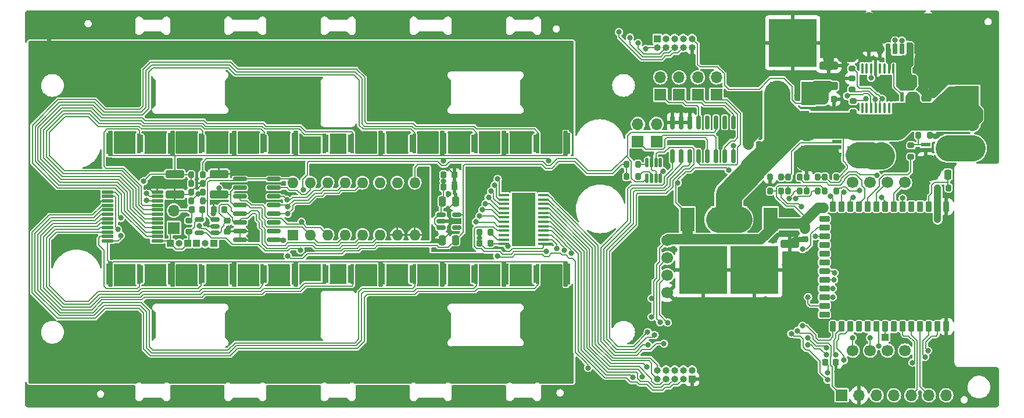
<source format=gtl>
G04 #@! TF.GenerationSoftware,KiCad,Pcbnew,(6.0.5-0)*
G04 #@! TF.CreationDate,2023-01-16T15:52:05+09:00*
G04 #@! TF.ProjectId,qLAMP-main,714c414d-502d-46d6-9169-6e2e6b696361,rev?*
G04 #@! TF.SameCoordinates,Original*
G04 #@! TF.FileFunction,Copper,L1,Top*
G04 #@! TF.FilePolarity,Positive*
%FSLAX46Y46*%
G04 Gerber Fmt 4.6, Leading zero omitted, Abs format (unit mm)*
G04 Created by KiCad (PCBNEW (6.0.5-0)) date 2023-01-16 15:52:05*
%MOMM*%
%LPD*%
G01*
G04 APERTURE LIST*
G04 Aperture macros list*
%AMRoundRect*
0 Rectangle with rounded corners*
0 $1 Rounding radius*
0 $2 $3 $4 $5 $6 $7 $8 $9 X,Y pos of 4 corners*
0 Add a 4 corners polygon primitive as box body*
4,1,4,$2,$3,$4,$5,$6,$7,$8,$9,$2,$3,0*
0 Add four circle primitives for the rounded corners*
1,1,$1+$1,$2,$3*
1,1,$1+$1,$4,$5*
1,1,$1+$1,$6,$7*
1,1,$1+$1,$8,$9*
0 Add four rect primitives between the rounded corners*
20,1,$1+$1,$2,$3,$4,$5,0*
20,1,$1+$1,$4,$5,$6,$7,0*
20,1,$1+$1,$6,$7,$8,$9,0*
20,1,$1+$1,$8,$9,$2,$3,0*%
%AMFreePoly0*
4,1,22,0.500000,-0.750000,0.000000,-0.750000,0.000000,-0.745033,-0.079941,-0.743568,-0.215256,-0.701293,-0.333266,-0.622738,-0.424486,-0.514219,-0.481581,-0.384460,-0.499164,-0.250000,-0.500000,-0.250000,-0.500000,0.250000,-0.499164,0.250000,-0.499963,0.256109,-0.478152,0.396186,-0.417904,0.524511,-0.324060,0.630769,-0.204165,0.706417,-0.067858,0.745374,0.000000,0.744959,0.000000,0.750000,
0.500000,0.750000,0.500000,-0.750000,0.500000,-0.750000,$1*%
%AMFreePoly1*
4,1,20,0.000000,0.744959,0.073905,0.744508,0.209726,0.703889,0.328688,0.626782,0.421226,0.519385,0.479903,0.390333,0.500000,0.250000,0.500000,-0.250000,0.499851,-0.262216,0.476331,-0.402017,0.414519,-0.529596,0.319384,-0.634700,0.198574,-0.708877,0.061801,-0.746166,0.000000,-0.745033,0.000000,-0.750000,-0.500000,-0.750000,-0.500000,0.750000,0.000000,0.750000,0.000000,0.744959,
0.000000,0.744959,$1*%
G04 Aperture macros list end*
G04 #@! TA.AperFunction,ComponentPad*
%ADD10R,1.000000X1.000000*%
G04 #@! TD*
G04 #@! TA.AperFunction,SMDPad,CuDef*
%ADD11RoundRect,0.200000X-0.200000X-0.275000X0.200000X-0.275000X0.200000X0.275000X-0.200000X0.275000X0*%
G04 #@! TD*
G04 #@! TA.AperFunction,ComponentPad*
%ADD12C,2.000000*%
G04 #@! TD*
G04 #@! TA.AperFunction,SMDPad,CuDef*
%ADD13FreePoly0,270.000000*%
G04 #@! TD*
G04 #@! TA.AperFunction,SMDPad,CuDef*
%ADD14FreePoly1,270.000000*%
G04 #@! TD*
G04 #@! TA.AperFunction,SMDPad,CuDef*
%ADD15RoundRect,0.100000X-0.100000X0.637500X-0.100000X-0.637500X0.100000X-0.637500X0.100000X0.637500X0*%
G04 #@! TD*
G04 #@! TA.AperFunction,SMDPad,CuDef*
%ADD16RoundRect,0.150000X-0.512500X-0.150000X0.512500X-0.150000X0.512500X0.150000X-0.512500X0.150000X0*%
G04 #@! TD*
G04 #@! TA.AperFunction,SMDPad,CuDef*
%ADD17RoundRect,0.250000X-0.250000X-0.475000X0.250000X-0.475000X0.250000X0.475000X-0.250000X0.475000X0*%
G04 #@! TD*
G04 #@! TA.AperFunction,SMDPad,CuDef*
%ADD18R,1.219200X3.098800*%
G04 #@! TD*
G04 #@! TA.AperFunction,SMDPad,CuDef*
%ADD19RoundRect,0.225000X-0.225000X-0.250000X0.225000X-0.250000X0.225000X0.250000X-0.225000X0.250000X0*%
G04 #@! TD*
G04 #@! TA.AperFunction,SMDPad,CuDef*
%ADD20RoundRect,0.250000X0.325000X1.100000X-0.325000X1.100000X-0.325000X-1.100000X0.325000X-1.100000X0*%
G04 #@! TD*
G04 #@! TA.AperFunction,SMDPad,CuDef*
%ADD21RoundRect,0.225000X0.225000X0.250000X-0.225000X0.250000X-0.225000X-0.250000X0.225000X-0.250000X0*%
G04 #@! TD*
G04 #@! TA.AperFunction,SMDPad,CuDef*
%ADD22RoundRect,0.250000X1.100000X-0.325000X1.100000X0.325000X-1.100000X0.325000X-1.100000X-0.325000X0*%
G04 #@! TD*
G04 #@! TA.AperFunction,SMDPad,CuDef*
%ADD23RoundRect,0.225000X-0.250000X0.225000X-0.250000X-0.225000X0.250000X-0.225000X0.250000X0.225000X0*%
G04 #@! TD*
G04 #@! TA.AperFunction,SMDPad,CuDef*
%ADD24RoundRect,0.250000X0.250000X0.475000X-0.250000X0.475000X-0.250000X-0.475000X0.250000X-0.475000X0*%
G04 #@! TD*
G04 #@! TA.AperFunction,SMDPad,CuDef*
%ADD25RoundRect,0.109795X0.765205X0.109794X-0.765205X0.109794X-0.765205X-0.109794X0.765205X-0.109794X0*%
G04 #@! TD*
G04 #@! TA.AperFunction,SMDPad,CuDef*
%ADD26RoundRect,0.109795X0.109795X-0.552705X0.109795X0.552705X-0.109795X0.552705X-0.109795X-0.552705X0*%
G04 #@! TD*
G04 #@! TA.AperFunction,SMDPad,CuDef*
%ADD27RoundRect,0.150000X0.512500X0.150000X-0.512500X0.150000X-0.512500X-0.150000X0.512500X-0.150000X0*%
G04 #@! TD*
G04 #@! TA.AperFunction,SMDPad,CuDef*
%ADD28RoundRect,0.150000X-0.150000X0.825000X-0.150000X-0.825000X0.150000X-0.825000X0.150000X0.825000X0*%
G04 #@! TD*
G04 #@! TA.AperFunction,SMDPad,CuDef*
%ADD29R,1.320800X0.558800*%
G04 #@! TD*
G04 #@! TA.AperFunction,SMDPad,CuDef*
%ADD30R,0.558800X1.320800*%
G04 #@! TD*
G04 #@! TA.AperFunction,SMDPad,CuDef*
%ADD31RoundRect,0.100000X0.687500X0.100000X-0.687500X0.100000X-0.687500X-0.100000X0.687500X-0.100000X0*%
G04 #@! TD*
G04 #@! TA.AperFunction,ComponentPad*
%ADD32C,0.600000*%
G04 #@! TD*
G04 #@! TA.AperFunction,SMDPad,CuDef*
%ADD33R,3.400000X7.800000*%
G04 #@! TD*
G04 #@! TA.AperFunction,SMDPad,CuDef*
%ADD34RoundRect,0.200000X0.200000X0.275000X-0.200000X0.275000X-0.200000X-0.275000X0.200000X-0.275000X0*%
G04 #@! TD*
G04 #@! TA.AperFunction,ComponentPad*
%ADD35R,1.700000X1.700000*%
G04 #@! TD*
G04 #@! TA.AperFunction,ComponentPad*
%ADD36O,1.700000X1.700000*%
G04 #@! TD*
G04 #@! TA.AperFunction,SMDPad,CuDef*
%ADD37RoundRect,0.200000X-0.275000X0.200000X-0.275000X-0.200000X0.275000X-0.200000X0.275000X0.200000X0*%
G04 #@! TD*
G04 #@! TA.AperFunction,SMDPad,CuDef*
%ADD38RoundRect,0.250000X-1.100000X0.325000X-1.100000X-0.325000X1.100000X-0.325000X1.100000X0.325000X0*%
G04 #@! TD*
G04 #@! TA.AperFunction,ComponentPad*
%ADD39R,3.500000X3.500000*%
G04 #@! TD*
G04 #@! TA.AperFunction,ComponentPad*
%ADD40RoundRect,0.750000X-1.000000X0.750000X-1.000000X-0.750000X1.000000X-0.750000X1.000000X0.750000X0*%
G04 #@! TD*
G04 #@! TA.AperFunction,ComponentPad*
%ADD41RoundRect,0.875000X-0.875000X0.875000X-0.875000X-0.875000X0.875000X-0.875000X0.875000X0.875000X0*%
G04 #@! TD*
G04 #@! TA.AperFunction,SMDPad,CuDef*
%ADD42RoundRect,0.030000X0.265000X1.780000X-0.265000X1.780000X-0.265000X-1.780000X0.265000X-1.780000X0*%
G04 #@! TD*
G04 #@! TA.AperFunction,SMDPad,CuDef*
%ADD43RoundRect,0.180000X0.270000X1.370000X-0.270000X1.370000X-0.270000X-1.370000X0.270000X-1.370000X0*%
G04 #@! TD*
G04 #@! TA.AperFunction,SMDPad,CuDef*
%ADD44RoundRect,0.030000X0.205000X1.420000X-0.205000X1.420000X-0.205000X-1.420000X0.205000X-1.420000X0*%
G04 #@! TD*
G04 #@! TA.AperFunction,SMDPad,CuDef*
%ADD45RoundRect,0.180000X0.270000X1.120000X-0.270000X1.120000X-0.270000X-1.120000X0.270000X-1.120000X0*%
G04 #@! TD*
G04 #@! TA.AperFunction,SMDPad,CuDef*
%ADD46RoundRect,0.180000X-0.270000X-1.370000X0.270000X-1.370000X0.270000X1.370000X-0.270000X1.370000X0*%
G04 #@! TD*
G04 #@! TA.AperFunction,SMDPad,CuDef*
%ADD47RoundRect,0.030000X-0.265000X-1.780000X0.265000X-1.780000X0.265000X1.780000X-0.265000X1.780000X0*%
G04 #@! TD*
G04 #@! TA.AperFunction,SMDPad,CuDef*
%ADD48RoundRect,0.030000X-0.205000X-1.420000X0.205000X-1.420000X0.205000X1.420000X-0.205000X1.420000X0*%
G04 #@! TD*
G04 #@! TA.AperFunction,SMDPad,CuDef*
%ADD49RoundRect,0.180000X-0.270000X-1.120000X0.270000X-1.120000X0.270000X1.120000X-0.270000X1.120000X0*%
G04 #@! TD*
G04 #@! TA.AperFunction,SMDPad,CuDef*
%ADD50RoundRect,0.100000X0.250000X0.650000X-0.250000X0.650000X-0.250000X-0.650000X0.250000X-0.650000X0*%
G04 #@! TD*
G04 #@! TA.AperFunction,SMDPad,CuDef*
%ADD51RoundRect,0.100000X0.300000X0.650000X-0.300000X0.650000X-0.300000X-0.650000X0.300000X-0.650000X0*%
G04 #@! TD*
G04 #@! TA.AperFunction,ComponentPad*
%ADD52O,1.000000X1.800000*%
G04 #@! TD*
G04 #@! TA.AperFunction,SMDPad,CuDef*
%ADD53RoundRect,0.150000X-0.825000X-0.150000X0.825000X-0.150000X0.825000X0.150000X-0.825000X0.150000X0*%
G04 #@! TD*
G04 #@! TA.AperFunction,ComponentPad*
%ADD54O,1.000000X1.000000*%
G04 #@! TD*
G04 #@! TA.AperFunction,ComponentPad*
%ADD55C,1.700000*%
G04 #@! TD*
G04 #@! TA.AperFunction,SMDPad,CuDef*
%ADD56RoundRect,0.250000X0.475000X-0.250000X0.475000X0.250000X-0.475000X0.250000X-0.475000X-0.250000X0*%
G04 #@! TD*
G04 #@! TA.AperFunction,SMDPad,CuDef*
%ADD57RoundRect,0.225000X-0.225000X0.525000X-0.225000X-0.525000X0.225000X-0.525000X0.225000X0.525000X0*%
G04 #@! TD*
G04 #@! TA.AperFunction,SMDPad,CuDef*
%ADD58RoundRect,0.225000X-0.525000X-0.225000X0.525000X-0.225000X0.525000X0.225000X-0.525000X0.225000X0*%
G04 #@! TD*
G04 #@! TA.AperFunction,SMDPad,CuDef*
%ADD59RoundRect,0.225000X0.225000X-0.525000X0.225000X0.525000X-0.225000X0.525000X-0.225000X-0.525000X0*%
G04 #@! TD*
G04 #@! TA.AperFunction,SMDPad,CuDef*
%ADD60RoundRect,0.225000X0.225000X-0.225000X0.225000X0.225000X-0.225000X0.225000X-0.225000X-0.225000X0*%
G04 #@! TD*
G04 #@! TA.AperFunction,SMDPad,CuDef*
%ADD61R,2.000000X3.500000*%
G04 #@! TD*
G04 #@! TA.AperFunction,SMDPad,CuDef*
%ADD62R,7.000000X7.000000*%
G04 #@! TD*
G04 #@! TA.AperFunction,ComponentPad*
%ADD63R,1.600000X1.600000*%
G04 #@! TD*
G04 #@! TA.AperFunction,ComponentPad*
%ADD64O,1.600000X1.600000*%
G04 #@! TD*
G04 #@! TA.AperFunction,SMDPad,CuDef*
%ADD65RoundRect,0.200000X0.275000X-0.200000X0.275000X0.200000X-0.275000X0.200000X-0.275000X-0.200000X0*%
G04 #@! TD*
G04 #@! TA.AperFunction,ViaPad*
%ADD66C,0.800000*%
G04 #@! TD*
G04 #@! TA.AperFunction,Conductor*
%ADD67C,0.210820*%
G04 #@! TD*
G04 #@! TA.AperFunction,Conductor*
%ADD68C,0.762000*%
G04 #@! TD*
G04 #@! TA.AperFunction,Conductor*
%ADD69C,1.524000*%
G04 #@! TD*
G04 #@! TA.AperFunction,Conductor*
%ADD70C,2.540000*%
G04 #@! TD*
G04 #@! TA.AperFunction,Conductor*
%ADD71C,1.016000*%
G04 #@! TD*
G04 #@! TA.AperFunction,Conductor*
%ADD72C,1.270000*%
G04 #@! TD*
G04 #@! TA.AperFunction,Conductor*
%ADD73C,3.810000*%
G04 #@! TD*
G04 #@! TA.AperFunction,Conductor*
%ADD74C,0.381000*%
G04 #@! TD*
G04 #@! TA.AperFunction,Conductor*
%ADD75C,2.032000*%
G04 #@! TD*
G04 APERTURE END LIST*
G36*
X70870000Y-77680000D02*
G01*
X70270000Y-77680000D01*
X70270000Y-77180000D01*
X70870000Y-77180000D01*
X70870000Y-77680000D01*
G37*
D10*
X192375993Y-120700013D03*
D11*
X183576000Y-99392000D03*
X185226000Y-99392000D03*
D12*
X205069999Y-89680009D03*
X205069999Y-93180009D03*
D13*
X70570000Y-76780000D03*
D14*
X70570000Y-78080000D03*
D15*
X193553292Y-81537300D03*
X192903292Y-81537300D03*
X192253292Y-81537300D03*
X191603292Y-81537300D03*
X190953292Y-81537300D03*
X190303292Y-81537300D03*
X189653292Y-81537300D03*
X189003292Y-81537300D03*
X189003292Y-87262300D03*
X189653292Y-87262300D03*
X190303292Y-87262300D03*
X190953292Y-87262300D03*
X191603292Y-87262300D03*
X192253292Y-87262300D03*
X192903292Y-87262300D03*
X193553292Y-87262300D03*
D16*
X127665878Y-102840011D03*
X127665878Y-103790011D03*
X127665878Y-104740011D03*
X129940878Y-104740011D03*
X129940878Y-102840011D03*
D17*
X127853378Y-100919989D03*
X129753378Y-100919989D03*
D18*
X180659989Y-89207289D03*
X180659989Y-94312689D03*
D19*
X128028376Y-98850000D03*
X129578376Y-98850000D03*
D20*
X176015000Y-90060000D03*
X173065000Y-90060000D03*
D21*
X174005000Y-92630000D03*
X172455000Y-92630000D03*
D22*
X184109995Y-84084995D03*
X184109995Y-81134995D03*
D23*
X180650007Y-104885012D03*
X180650007Y-106435012D03*
D24*
X129733376Y-106560000D03*
X127833376Y-106560000D03*
D19*
X195195000Y-81780000D03*
X196745000Y-81780000D03*
D22*
X95290005Y-99884989D03*
X95290005Y-96934989D03*
D12*
X191850010Y-90799996D03*
X191850010Y-94299996D03*
D25*
X86295999Y-106695011D03*
X86295999Y-106045013D03*
X86295999Y-105395012D03*
X86295999Y-104745012D03*
X86295999Y-104095012D03*
X86295999Y-103445012D03*
X86295999Y-102795012D03*
X86295999Y-102145012D03*
X86295999Y-101495012D03*
X86295999Y-100845012D03*
X86295999Y-100195011D03*
X86295999Y-99545013D03*
X79095999Y-99545013D03*
X79095999Y-100195011D03*
X79095999Y-100845012D03*
X79095999Y-101495012D03*
X79095999Y-102145012D03*
X79095999Y-102795012D03*
X79095999Y-103445012D03*
X79095999Y-104095012D03*
X79095999Y-104745012D03*
X79095999Y-105395012D03*
X79095999Y-106045013D03*
X79095999Y-106695011D03*
D23*
X96469200Y-103754992D03*
X96469200Y-105304992D03*
D19*
X183625000Y-124360000D03*
X185175000Y-124360000D03*
X91300000Y-102108000D03*
X92850000Y-102108000D03*
D26*
X157664993Y-97555900D03*
X158314993Y-97555900D03*
X158964993Y-97555900D03*
X159614993Y-97555900D03*
X159614993Y-95280900D03*
X158964993Y-95280900D03*
X158314993Y-95280900D03*
X157664993Y-95280900D03*
D27*
X94736500Y-105479992D03*
X94736500Y-104529992D03*
X94736500Y-103579992D03*
X92461500Y-103579992D03*
X92461500Y-105479992D03*
D11*
X154665012Y-95529400D03*
X156315012Y-95529400D03*
X154665012Y-97307400D03*
X156315012Y-97307400D03*
D28*
X170255000Y-89375000D03*
X168985000Y-89375000D03*
X167715000Y-89375000D03*
X166445000Y-89375000D03*
X165175000Y-89375000D03*
X163905000Y-89375000D03*
X162635000Y-89375000D03*
X161365000Y-89375000D03*
X161365000Y-94325000D03*
X162635000Y-94325000D03*
X163905000Y-94325000D03*
X165175000Y-94325000D03*
X166445000Y-94325000D03*
X167715000Y-94325000D03*
X168985000Y-94325000D03*
X170255000Y-94325000D03*
D19*
X128028376Y-97050000D03*
X129578376Y-97050000D03*
D29*
X198277800Y-92670200D03*
X198277800Y-94549800D03*
X200462200Y-93610000D03*
X185287800Y-92210200D03*
X185287800Y-94089800D03*
X187472200Y-93150000D03*
D30*
X194820200Y-85652200D03*
X196699800Y-85652200D03*
X195760000Y-83467800D03*
D31*
X142540000Y-107148000D03*
X142540000Y-106498000D03*
X142540000Y-105848000D03*
X142540000Y-105198000D03*
X142540000Y-104548000D03*
X142540000Y-103898000D03*
X142540000Y-103248000D03*
X142540000Y-102598000D03*
X142540000Y-101948000D03*
X142540000Y-101298000D03*
X142540000Y-100648000D03*
X142540000Y-99998000D03*
X136815000Y-99998000D03*
X136815000Y-100648000D03*
X136815000Y-101298000D03*
X136815000Y-101948000D03*
X136815000Y-102598000D03*
X136815000Y-103248000D03*
X136815000Y-103898000D03*
X136815000Y-104548000D03*
X136815000Y-105198000D03*
X136815000Y-105848000D03*
X136815000Y-106498000D03*
X136815000Y-107148000D03*
D32*
X140977500Y-101623000D03*
X140977500Y-104223000D03*
X138377500Y-101623000D03*
X138377500Y-104223000D03*
X138377500Y-100323000D03*
X139677500Y-106823000D03*
D33*
X139677500Y-103573000D03*
D32*
X138377500Y-106823000D03*
X140977500Y-100323000D03*
X138377500Y-102923000D03*
X139677500Y-101623000D03*
X139677500Y-105523000D03*
X140977500Y-105523000D03*
X139677500Y-104223000D03*
X140977500Y-102923000D03*
X139677500Y-102923000D03*
X140977500Y-106823000D03*
X138377500Y-105523000D03*
X139677500Y-100323000D03*
D34*
X185226000Y-97360000D03*
X183576000Y-97360000D03*
D24*
X201475000Y-97020000D03*
X199575000Y-97020000D03*
D35*
X156300000Y-92185000D03*
D36*
X156300000Y-89645000D03*
D35*
X167780001Y-85360000D03*
D36*
X167780001Y-82820000D03*
D35*
X159590000Y-85360000D03*
D36*
X159590000Y-82820000D03*
D35*
X162320022Y-85360001D03*
D36*
X162320022Y-82820001D03*
D35*
X165050009Y-85360000D03*
D36*
X165050009Y-82820000D03*
D35*
X159030010Y-92185007D03*
D36*
X159030010Y-89645007D03*
D34*
X198845000Y-91305000D03*
X197195000Y-91305000D03*
D11*
X175575000Y-97360000D03*
X177225000Y-97360000D03*
D37*
X187500006Y-79896200D03*
X187500006Y-81546200D03*
X187500006Y-82944200D03*
X187500006Y-84594200D03*
X196100000Y-92745000D03*
X196100000Y-94395000D03*
D11*
X178242000Y-97360000D03*
X179892000Y-97360000D03*
D34*
X134865000Y-105430000D03*
X133215000Y-105430000D03*
X201575000Y-98940000D03*
X199925000Y-98940000D03*
D37*
X187680000Y-86275000D03*
X187680000Y-87925000D03*
D21*
X134815000Y-107000000D03*
X133265000Y-107000000D03*
D38*
X178450011Y-104185012D03*
X178450011Y-107135012D03*
D19*
X183334995Y-86060001D03*
X184884995Y-86060001D03*
D39*
X204295781Y-85809811D03*
D40*
X204295781Y-79809811D03*
D41*
X199595781Y-82809811D03*
D42*
X127812219Y-111501633D03*
D43*
X128032219Y-111501633D03*
D44*
X123717219Y-111501633D03*
D45*
X123502219Y-111501633D03*
D42*
X136812219Y-92502054D03*
D43*
X137032219Y-92502054D03*
D44*
X132717219Y-92502054D03*
D45*
X132502219Y-92502054D03*
D46*
X97282211Y-111501633D03*
D47*
X97502211Y-111501633D03*
D48*
X101597211Y-111501633D03*
D49*
X101812211Y-111501633D03*
D47*
X97502211Y-92502054D03*
D46*
X97282211Y-92502054D03*
D48*
X101597211Y-92502054D03*
D49*
X101812211Y-92502054D03*
D34*
X179892000Y-99392000D03*
X178242000Y-99392000D03*
D50*
X194788290Y-78669782D03*
X192788290Y-78669782D03*
D51*
X191588290Y-78669782D03*
D50*
X193788290Y-78669782D03*
X195788290Y-78669782D03*
D51*
X196988290Y-78669782D03*
D52*
X198608290Y-78419782D03*
X198608290Y-74619782D03*
X189968290Y-78419782D03*
X189968290Y-74619782D03*
D38*
X88859995Y-96934989D03*
X88859995Y-99884989D03*
D53*
X98325000Y-97665000D03*
X98325000Y-98935000D03*
X98325000Y-100205000D03*
X98325000Y-101475000D03*
X98325000Y-102745000D03*
X98325000Y-104015000D03*
X98325000Y-105285000D03*
X98325000Y-106555000D03*
X103275000Y-106555000D03*
X103275000Y-105285000D03*
X103275000Y-104015000D03*
X103275000Y-102745000D03*
X103275000Y-101475000D03*
X103275000Y-100205000D03*
X103275000Y-98935000D03*
X103275000Y-97665000D03*
D10*
X164221000Y-126813000D03*
D54*
X164221000Y-125543000D03*
X162951000Y-126813000D03*
X162951000Y-125543000D03*
X161681000Y-126813000D03*
X161681000Y-125543000D03*
X160411000Y-126813000D03*
X160411000Y-125543000D03*
X159141000Y-126813000D03*
X159141000Y-125543000D03*
D46*
X79282211Y-111501633D03*
D47*
X79502211Y-111501633D03*
D48*
X83597211Y-111501633D03*
D49*
X83812211Y-111501633D03*
D43*
X119032219Y-111501633D03*
D42*
X118812219Y-111501633D03*
D44*
X114717219Y-111501633D03*
D45*
X114502219Y-111501633D03*
D47*
X106502211Y-111501633D03*
D46*
X106282211Y-111501633D03*
D48*
X110597211Y-111501633D03*
D49*
X110812211Y-111501633D03*
D34*
X92900000Y-99568000D03*
X91250000Y-99568000D03*
X92900000Y-97028000D03*
X91250000Y-97028000D03*
D42*
X118812219Y-92502054D03*
D43*
X119032219Y-92502054D03*
D44*
X114717219Y-92502054D03*
D45*
X114502219Y-92502054D03*
D46*
X106282211Y-92502054D03*
D47*
X106502211Y-92502054D03*
D48*
X110597211Y-92502054D03*
D49*
X110812211Y-92502054D03*
D55*
X187611012Y-98175017D03*
X190151012Y-98175017D03*
X192691012Y-98175017D03*
X195231012Y-98175017D03*
X187611012Y-122675017D03*
X190151012Y-122675017D03*
X192691012Y-122675017D03*
X195231012Y-122675017D03*
X160611012Y-106615017D03*
X160611012Y-109155017D03*
X160611012Y-111695017D03*
X160611012Y-114235017D03*
D56*
X198308292Y-87719800D03*
X198308292Y-85819800D03*
D35*
X186001000Y-129199996D03*
D36*
X188541000Y-129199996D03*
X191081000Y-129199996D03*
X193621000Y-129199996D03*
X196161000Y-129199996D03*
X198701000Y-129199996D03*
X201241000Y-129199996D03*
D34*
X182559000Y-97360000D03*
X180909000Y-97360000D03*
D47*
X88502211Y-111501633D03*
D46*
X88282211Y-111501633D03*
D49*
X92812211Y-111501633D03*
D48*
X92597211Y-111501633D03*
D43*
X128032219Y-92502054D03*
D42*
X127812219Y-92502054D03*
D45*
X123502219Y-92502054D03*
D44*
X123717219Y-92502054D03*
D10*
X159141000Y-77187000D03*
D54*
X159141000Y-78457000D03*
X160411000Y-77187000D03*
X160411000Y-78457000D03*
X161681000Y-77187000D03*
X161681000Y-78457000D03*
X162951000Y-77187000D03*
X162951000Y-78457000D03*
X164221000Y-77187000D03*
X164221000Y-78457000D03*
D57*
X201266000Y-101670000D03*
X199996000Y-101670000D03*
X198726000Y-101670000D03*
X197456000Y-101670000D03*
X196186000Y-101670000D03*
X194916000Y-101670000D03*
X193646000Y-101670000D03*
X192376000Y-101670000D03*
X191106000Y-101670000D03*
X189836000Y-101670000D03*
X188566000Y-101670000D03*
X187296000Y-101670000D03*
X186026000Y-101670000D03*
X184756000Y-101670000D03*
D58*
X183506000Y-103435000D03*
X183506000Y-104705000D03*
X183506000Y-105975000D03*
X183506000Y-107245000D03*
X183506000Y-108515000D03*
X183506000Y-109785000D03*
X183506000Y-111055000D03*
X183506000Y-112325000D03*
X183506000Y-113595000D03*
X183506000Y-114865000D03*
X183506000Y-116135000D03*
X183506000Y-117405000D03*
D59*
X184756000Y-119170000D03*
X186026000Y-119170000D03*
X187296000Y-119170000D03*
X188566000Y-119170000D03*
X189836000Y-119170000D03*
X191106000Y-119170000D03*
X192375993Y-119169993D03*
X193646000Y-119170000D03*
X194916000Y-119170000D03*
X196186000Y-119170000D03*
X197456000Y-119170000D03*
X198726000Y-119170000D03*
X199996000Y-119170000D03*
X201266000Y-119170000D03*
D60*
X192146000Y-107520000D03*
X194946000Y-108920000D03*
X193546000Y-110320000D03*
X192146000Y-110320000D03*
X194946000Y-107520000D03*
X192146000Y-108920000D03*
X194946000Y-110320000D03*
X193546000Y-108920000D03*
X193546000Y-107520000D03*
D21*
X96065005Y-102108000D03*
X94515005Y-102108000D03*
D11*
X91250000Y-98298000D03*
X92900000Y-98298000D03*
D43*
X146032219Y-111501633D03*
D42*
X145812219Y-111501633D03*
D44*
X141717219Y-111501633D03*
D45*
X141502219Y-111501633D03*
D34*
X177225000Y-99392000D03*
X175575000Y-99392000D03*
D61*
X176570000Y-85195000D03*
X181150000Y-85195000D03*
D62*
X178870000Y-77795000D03*
D61*
X171050006Y-103525012D03*
X175630006Y-103525012D03*
D62*
X173330006Y-110925012D03*
D63*
X106029989Y-105809999D03*
D64*
X108569989Y-105809999D03*
X111109989Y-105809999D03*
X113649989Y-105809999D03*
X116189989Y-105809999D03*
X118729989Y-105809999D03*
X121269989Y-105809999D03*
X123809989Y-105809999D03*
X123809989Y-98189999D03*
X121269989Y-98189999D03*
X118729989Y-98189999D03*
X116189989Y-98189999D03*
X113649989Y-98189999D03*
X111109989Y-98189999D03*
X108569989Y-98189999D03*
X106029989Y-98189999D03*
D34*
X92900000Y-100838000D03*
X91250000Y-100838000D03*
D61*
X168099999Y-103525012D03*
X163519999Y-103525012D03*
D62*
X165799999Y-110925012D03*
D65*
X90932000Y-105354992D03*
X90932000Y-103704992D03*
D46*
X88282211Y-92502054D03*
D47*
X88502211Y-92502054D03*
D48*
X92597211Y-92502054D03*
D49*
X92812211Y-92502054D03*
D43*
X146032219Y-92502054D03*
D42*
X145812219Y-92502054D03*
D44*
X141717219Y-92502054D03*
D45*
X141502219Y-92502054D03*
D46*
X79282211Y-92502054D03*
D47*
X79502211Y-92502054D03*
D49*
X83812211Y-92502054D03*
D48*
X83597211Y-92502054D03*
D35*
X88719990Y-104785008D03*
D36*
X88719990Y-102245008D03*
D11*
X180909000Y-99392000D03*
X182559000Y-99392000D03*
D42*
X136812219Y-111501633D03*
D43*
X137032219Y-111501633D03*
D45*
X132502219Y-111501633D03*
D44*
X132717219Y-111501633D03*
D10*
X88240000Y-107050000D03*
X94590006Y-107050002D03*
X90780000Y-107050000D03*
D54*
X89510000Y-107050000D03*
D10*
X92050000Y-107050000D03*
D54*
X93320000Y-107050000D03*
D66*
X178420000Y-102630000D03*
X186870000Y-113150000D03*
X184960054Y-111319098D03*
X184900000Y-112320000D03*
X184710000Y-113600000D03*
X184710000Y-114860000D03*
X181111270Y-114870000D03*
X190170000Y-120808775D03*
X187600000Y-120808775D03*
X186336425Y-124083575D03*
X185184341Y-123259600D03*
X196329350Y-124425082D03*
X191421013Y-121969722D03*
X180282161Y-107897111D03*
X180178994Y-101688994D03*
X178340000Y-100469700D03*
X183330000Y-101900000D03*
X179341237Y-100523896D03*
X184401000Y-100170689D03*
X142982129Y-108226245D03*
X128220000Y-78860000D03*
X77330000Y-99700000D03*
X133950000Y-88850000D03*
X103160000Y-110680000D03*
X138410000Y-126210000D03*
X105050000Y-93350000D03*
X100210000Y-104460000D03*
X123220000Y-85870000D03*
X138750000Y-93460000D03*
X114450000Y-108940000D03*
X139340000Y-114490000D03*
X144157211Y-111501633D03*
X96130000Y-93510000D03*
X68870000Y-125990000D03*
X93573823Y-104184712D03*
X83240000Y-86450000D03*
X82180000Y-126260000D03*
X139320000Y-112690000D03*
X104860000Y-86140000D03*
X138180000Y-88850000D03*
X126157211Y-111501633D03*
X102910000Y-89230000D03*
X77630000Y-95610000D03*
X106920000Y-95920000D03*
X90157211Y-111501633D03*
X68740000Y-83210000D03*
X115250000Y-102260000D03*
X90790000Y-95240000D03*
X102960000Y-114970000D03*
X83610000Y-80500000D03*
X103190000Y-91300000D03*
X90330000Y-108840000D03*
X111970000Y-110560000D03*
X68950000Y-97570000D03*
X100840000Y-126140000D03*
X104360000Y-80810000D03*
X86430000Y-108750000D03*
X96080000Y-107210000D03*
X121170000Y-78780000D03*
X108157211Y-92502054D03*
X109320000Y-114180000D03*
X117470000Y-120620000D03*
X135157211Y-111501633D03*
X140160000Y-86620000D03*
X122560000Y-81940000D03*
X110940000Y-80860000D03*
X117570000Y-99440000D03*
X120540000Y-110740000D03*
X131290000Y-81080000D03*
X104500000Y-112820000D03*
X109330000Y-83310000D03*
X117157211Y-92502054D03*
X144157211Y-92502054D03*
X100790000Y-106310000D03*
X93010000Y-126540000D03*
X129130000Y-88880000D03*
X94330000Y-109000000D03*
X145950000Y-126170000D03*
X87200000Y-112820000D03*
X88230000Y-124750000D03*
X99900000Y-85360000D03*
X99830000Y-88730000D03*
X98170000Y-80630000D03*
X145890000Y-119690000D03*
X124310000Y-99690000D03*
X112310000Y-104350000D03*
X97950000Y-96490000D03*
X120380000Y-91360000D03*
X74680000Y-101760000D03*
X68580000Y-88110000D03*
X87090000Y-93440000D03*
X94150000Y-110600000D03*
X96656475Y-104830354D03*
X144740000Y-81950000D03*
X124660000Y-108780000D03*
X84900501Y-98794725D03*
X72150000Y-106210000D03*
X117157211Y-111501633D03*
X108170000Y-78680000D03*
X76910000Y-106240000D03*
X145980000Y-114270000D03*
X122180000Y-112820000D03*
X102470000Y-108940000D03*
X75960000Y-82150000D03*
X123120000Y-120040000D03*
X112210000Y-91550000D03*
X101560000Y-100660000D03*
X116190000Y-95900000D03*
X119180000Y-126630000D03*
X68680000Y-120760000D03*
X94400000Y-88750000D03*
X81157211Y-92502054D03*
X135157211Y-92502054D03*
X98340000Y-124020000D03*
X97330000Y-115660000D03*
X81060000Y-83480000D03*
X144350000Y-116970000D03*
X124330000Y-104060000D03*
X138260000Y-91200000D03*
X109010000Y-95990000D03*
X94470702Y-102677292D03*
X97170000Y-83560000D03*
X79150000Y-86400000D03*
X108157211Y-111501633D03*
X109240000Y-120440000D03*
X88260000Y-78620000D03*
X113260000Y-112370000D03*
X117620000Y-104240000D03*
X79050000Y-117520000D03*
X107750000Y-101990000D03*
X71140000Y-100900000D03*
X117480000Y-84830000D03*
X128310000Y-120260000D03*
X124940000Y-88820000D03*
X112110000Y-100500000D03*
X97030000Y-88730000D03*
X73250000Y-122980000D03*
X109190000Y-103960000D03*
X70430000Y-117640000D03*
X146200000Y-88340000D03*
X98160000Y-109000000D03*
X106140000Y-125310000D03*
X142810000Y-114280000D03*
X126157211Y-92502054D03*
X85740000Y-110530000D03*
X100240000Y-117800000D03*
X100140000Y-98600000D03*
X129440000Y-91440000D03*
X99157211Y-111501633D03*
X110800000Y-126420000D03*
X103020000Y-83420000D03*
X68600000Y-115840000D03*
X85190000Y-91230000D03*
X141670000Y-82730000D03*
X119920000Y-97060000D03*
X114510000Y-125300000D03*
X76040000Y-120270000D03*
X78970000Y-122820000D03*
X95140000Y-78470000D03*
X142740000Y-119930000D03*
X107850000Y-117550000D03*
X119930000Y-117830000D03*
X123050000Y-95850000D03*
X79820000Y-95190000D03*
X95990000Y-112900000D03*
X94090000Y-91300000D03*
X74210000Y-78800000D03*
X77684368Y-101085579D03*
X123050000Y-115420000D03*
X68690000Y-78540000D03*
X111070000Y-102380000D03*
X97260000Y-120670000D03*
X127170000Y-83510000D03*
X117380000Y-88700000D03*
X122230000Y-93340000D03*
X138300000Y-110670000D03*
X129390000Y-110660000D03*
X94000000Y-115190000D03*
X120910000Y-101900000D03*
X133490000Y-115110000D03*
X71410000Y-108480000D03*
X83600000Y-96720000D03*
X115560000Y-78570000D03*
X117500000Y-115330000D03*
X82940000Y-122710000D03*
X73360000Y-85230000D03*
X112390000Y-96850000D03*
X135480000Y-78620000D03*
X100680000Y-108070000D03*
X102880000Y-120570000D03*
X94430000Y-95530000D03*
X131880000Y-126280000D03*
X116540000Y-81500000D03*
X81157211Y-111501633D03*
X109150000Y-86710000D03*
X81730000Y-106770000D03*
X75810000Y-126410000D03*
X126070000Y-125280000D03*
X101380000Y-78780000D03*
X87860000Y-95220000D03*
X143740000Y-78760000D03*
X68870000Y-103140000D03*
X126140000Y-117920000D03*
X131350000Y-112780000D03*
X102400000Y-123810000D03*
X113390000Y-93380000D03*
X101150000Y-95400000D03*
X138510000Y-81000000D03*
X108330000Y-89720000D03*
X128950000Y-115080000D03*
X79260000Y-78750000D03*
X104790000Y-96710000D03*
X91590000Y-79790000D03*
X80840000Y-120000000D03*
X99157211Y-92502054D03*
X82830000Y-117520000D03*
X131380000Y-93420000D03*
X73440000Y-118900000D03*
X90157211Y-92502054D03*
X119410000Y-108620000D03*
X82970000Y-108930000D03*
X79990000Y-109010000D03*
X178676034Y-120212829D03*
X158331233Y-115050000D03*
X199990000Y-103590000D03*
X183931890Y-126941854D03*
X170217892Y-92790006D03*
X160000000Y-96510000D03*
X107138110Y-108039770D03*
X162121853Y-98193678D03*
X137374951Y-107486551D03*
X158331232Y-117755408D03*
X169530000Y-96316240D03*
X105320000Y-108866850D03*
X92423240Y-104520000D03*
X187660000Y-100330000D03*
X157750000Y-119998718D03*
X80987239Y-103330000D03*
X80570000Y-104980000D03*
X160120000Y-121652878D03*
X198159110Y-123583451D03*
X84738566Y-99784265D03*
X157811646Y-121844608D03*
X191809110Y-100342717D03*
X191127189Y-97099178D03*
X105321879Y-101696057D03*
X159554747Y-118534747D03*
X158757850Y-120412258D03*
X84750000Y-100786902D03*
X160647056Y-118582488D03*
X182220000Y-105980000D03*
X105180359Y-100703392D03*
X107321336Y-103883684D03*
X107592802Y-99196319D03*
X189520125Y-85922883D03*
X190940000Y-86040000D03*
X193790000Y-77430000D03*
X191939137Y-85955527D03*
X194800000Y-77460000D03*
X180980000Y-79790000D03*
X161890000Y-128540000D03*
X166010000Y-80390000D03*
X163710000Y-81920000D03*
X103210000Y-128400000D03*
X184080000Y-79980000D03*
X197740000Y-108460000D03*
X126870000Y-99610000D03*
X163410000Y-109370000D03*
X88950000Y-76460000D03*
X202740000Y-125890000D03*
X181500000Y-82660000D03*
X179840000Y-112860000D03*
X95300000Y-76510000D03*
X126860000Y-105650000D03*
X182860000Y-94610000D03*
X92030000Y-74360000D03*
X200080000Y-76230000D03*
X183980000Y-94597311D03*
X197810000Y-80330000D03*
X202790000Y-77260000D03*
X207680000Y-78190000D03*
X187560000Y-77980000D03*
X196954207Y-76965793D03*
X193100000Y-125430000D03*
X189110000Y-110890000D03*
X187920000Y-125530000D03*
X126850000Y-101920000D03*
X150880000Y-97680000D03*
X166160000Y-87670000D03*
X122310000Y-76380000D03*
X186652715Y-79717285D03*
X185630000Y-117490000D03*
X148140000Y-88960000D03*
X119410000Y-130100000D03*
X200070000Y-128300000D03*
X174580000Y-98510000D03*
X165900000Y-130270000D03*
X91860000Y-129980000D03*
X176480000Y-75740000D03*
X156400000Y-111110000D03*
X192230000Y-83200000D03*
X77990000Y-74130000D03*
X129578376Y-98178376D03*
X193990000Y-104950000D03*
X157590000Y-88670000D03*
X161670000Y-107980000D03*
X181550000Y-94610000D03*
X194860000Y-92540000D03*
X153520000Y-81080000D03*
X157150000Y-87350000D03*
X185500000Y-107820000D03*
X106080000Y-130010000D03*
X196310218Y-74619782D03*
X81890000Y-76490000D03*
X179780000Y-108980000D03*
X160980000Y-83970000D03*
X170290000Y-128590000D03*
X185750000Y-104780000D03*
X193610000Y-96210000D03*
X185348110Y-125710000D03*
X72910000Y-76430000D03*
X152730000Y-130250000D03*
X160450000Y-94550000D03*
X165220000Y-92450000D03*
X173340000Y-111360000D03*
X104627440Y-106623550D03*
X118890000Y-74310000D03*
X185830000Y-96090000D03*
X201780000Y-113060000D03*
X200810000Y-74090000D03*
X168900000Y-91510000D03*
X174860000Y-115130000D03*
X116270000Y-76470000D03*
X175530000Y-113380000D03*
X102850000Y-76490000D03*
X198460000Y-96010000D03*
X133070000Y-74180000D03*
X207990000Y-91140000D03*
X68100000Y-74130000D03*
X196880000Y-97910000D03*
X152800000Y-74120000D03*
X178700000Y-126790000D03*
X128780000Y-99850000D03*
X157740000Y-81550000D03*
X197640000Y-116810000D03*
X193450000Y-85610000D03*
X130020000Y-128410000D03*
X167010000Y-101020000D03*
X146250000Y-101600000D03*
X198290000Y-124900000D03*
X109310000Y-128400000D03*
X165640000Y-98830000D03*
X166400000Y-83920000D03*
X197900000Y-100130000D03*
X199810000Y-110880000D03*
X179870000Y-128940000D03*
X197710000Y-104780000D03*
X152130000Y-86910000D03*
X194910000Y-128240000D03*
X68090000Y-130020000D03*
X208040000Y-126040000D03*
X122070000Y-128280000D03*
X158256835Y-94051231D03*
X109060000Y-76340000D03*
X161060000Y-100410000D03*
X200750000Y-123640000D03*
X116020000Y-128360000D03*
X89220000Y-128360000D03*
X168560000Y-96940000D03*
X177520000Y-116510000D03*
X143230000Y-74080000D03*
X163590000Y-97380000D03*
X194057711Y-76192289D03*
X163500000Y-113350000D03*
X195500000Y-114600000D03*
X172130000Y-74070000D03*
X147120000Y-96480000D03*
X171230000Y-113380000D03*
X197710000Y-112990000D03*
X161640000Y-73880000D03*
X143150000Y-128320000D03*
X148640000Y-85960000D03*
X173480000Y-79600000D03*
X176130000Y-82100000D03*
X148320000Y-98410000D03*
X150920000Y-106290000D03*
X158540000Y-108940000D03*
X182580000Y-126770000D03*
X135780000Y-128360000D03*
X154160000Y-89430000D03*
X142350000Y-96860000D03*
X155770000Y-128140000D03*
X164220000Y-80300000D03*
X190770000Y-127300000D03*
X179100000Y-130250000D03*
X137380000Y-98650000D03*
X176870000Y-79610000D03*
X189110000Y-104840000D03*
X201570000Y-100100000D03*
X71970000Y-128280000D03*
X207950000Y-94660000D03*
X178520000Y-118980000D03*
X190459094Y-76069094D03*
X175900000Y-109800000D03*
X156920000Y-100620000D03*
X181370000Y-75740000D03*
X149770000Y-126210000D03*
X106440000Y-74410000D03*
X168000000Y-125090000D03*
X165610000Y-104920000D03*
X183940000Y-74730000D03*
X180080000Y-94610000D03*
X133215000Y-106245000D03*
X171020000Y-109650000D03*
X136170000Y-76410000D03*
X207540000Y-82430000D03*
X166440000Y-82010000D03*
X132640000Y-130020000D03*
X164100000Y-87700000D03*
X163690000Y-84040000D03*
X199740000Y-114850000D03*
X178460000Y-105660000D03*
X176170000Y-129450000D03*
X201780000Y-116850000D03*
X199810000Y-106360000D03*
X199595792Y-91415792D03*
X203070000Y-128890000D03*
X190340000Y-114460000D03*
X169360000Y-78080000D03*
X156570000Y-105320000D03*
X207910000Y-87740000D03*
X205370000Y-73840000D03*
X167920000Y-113320000D03*
X126870000Y-96630000D03*
X153160000Y-112730000D03*
X160500000Y-81010000D03*
X147730000Y-130130000D03*
X172390000Y-101120000D03*
X161600000Y-104910000D03*
X156870000Y-75440000D03*
X174310000Y-125030000D03*
X200555000Y-78885000D03*
X161130000Y-123110000D03*
X159870000Y-87380000D03*
X179500000Y-85540000D03*
X207990000Y-130180000D03*
X193220000Y-113060000D03*
X186590000Y-74090000D03*
X170920000Y-121570000D03*
X165730000Y-121480000D03*
X188960000Y-117110000D03*
X201670000Y-108640000D03*
X106273930Y-108548302D03*
X129950000Y-103790000D03*
X164960000Y-76020000D03*
X145450000Y-98860000D03*
X189920000Y-107660000D03*
X148370000Y-78290000D03*
X165510000Y-111420000D03*
X171410000Y-130280000D03*
X153230000Y-109090000D03*
X142310000Y-98900000D03*
X130130000Y-76310000D03*
X176030000Y-106670000D03*
X202482911Y-82587089D03*
X158800000Y-130220000D03*
X172560000Y-86170000D03*
X162950000Y-100910000D03*
X173420000Y-104900000D03*
X170150000Y-83570000D03*
X192350218Y-74619782D03*
X157180000Y-84850000D03*
X154140000Y-98570000D03*
X177700000Y-110150000D03*
X188052711Y-75557289D03*
X95090000Y-128400000D03*
X201710000Y-103800000D03*
X200840000Y-120800000D03*
X76210000Y-130060000D03*
X131690000Y-97110000D03*
X81170000Y-128280000D03*
X147170000Y-75410000D03*
X131310000Y-106640000D03*
X159260000Y-102650000D03*
X193320000Y-116920000D03*
X167920000Y-109520000D03*
X80964984Y-105901629D03*
X84318324Y-97978342D03*
X188653048Y-99316302D03*
X135832818Y-108904780D03*
X143320000Y-94968306D03*
X183931890Y-125939151D03*
X149073079Y-125187673D03*
X128030000Y-94968306D03*
X128028376Y-97978376D03*
X190300000Y-82880000D03*
X186794359Y-85553995D03*
X183768110Y-122279597D03*
X181111270Y-120840000D03*
X145560712Y-108049288D03*
X186368145Y-99571406D03*
X146582903Y-108486645D03*
X157624769Y-125029450D03*
X155568059Y-126541909D03*
X156984290Y-126465710D03*
X156327304Y-77845035D03*
X134565020Y-100355148D03*
X134961708Y-99434251D03*
X135453305Y-98560326D03*
X157480383Y-78694811D03*
X135898837Y-97662042D03*
X134127098Y-101257166D03*
X133674942Y-102152134D03*
X155159417Y-77010068D03*
X133259921Y-103064916D03*
X153580000Y-76213571D03*
X132715660Y-103907051D03*
X194910000Y-100440000D03*
X105321879Y-102698760D03*
X180284190Y-119066792D03*
X179581500Y-119782082D03*
X92280000Y-99810000D03*
X95290000Y-98990000D03*
X181092081Y-121866989D03*
X198572650Y-122670000D03*
X183768110Y-123282300D03*
X144525224Y-107766486D03*
D67*
X183506000Y-111055000D02*
X184695956Y-111055000D01*
X184695956Y-111055000D02*
X184960054Y-111319098D01*
X184900000Y-112320000D02*
X183511000Y-112320000D01*
X183511000Y-112320000D02*
X183506000Y-112325000D01*
X184710000Y-113600000D02*
X183511000Y-113600000D01*
X183511000Y-113600000D02*
X183506000Y-113595000D01*
X183511000Y-114860000D02*
X183506000Y-114865000D01*
X184710000Y-114860000D02*
X183511000Y-114860000D01*
D68*
X180650007Y-106435012D02*
X179150011Y-106435012D01*
X179150011Y-106435012D02*
X178450011Y-107135012D01*
D67*
X183506000Y-116135000D02*
X181435000Y-116135000D01*
X181435000Y-116135000D02*
X181111270Y-115811270D01*
X181111270Y-115811270D02*
X181111270Y-114870000D01*
X190151012Y-120827763D02*
X190170000Y-120808775D01*
X190151012Y-122675017D02*
X190151012Y-120827763D01*
X187611012Y-120819787D02*
X187600000Y-120808775D01*
X187611012Y-122675017D02*
X187611012Y-120819787D01*
X186336425Y-123410249D02*
X186336425Y-124083575D01*
X185793088Y-122866912D02*
X186336425Y-123410249D01*
X185303311Y-122377135D02*
X185793088Y-122866912D01*
X185578078Y-121031590D02*
X185303311Y-121306357D01*
X185791870Y-120228130D02*
X185578079Y-120441921D01*
X187296000Y-119170000D02*
X187296000Y-119403959D01*
X187296000Y-119403959D02*
X186471829Y-120228130D01*
X186080000Y-120228130D02*
X185791870Y-120228130D01*
X186471829Y-120228130D02*
X186080000Y-120228130D01*
X185578079Y-120441921D02*
X185578078Y-121031590D01*
X185303311Y-121306357D02*
X185303311Y-122377135D01*
X184889771Y-122969771D02*
X184889771Y-121135063D01*
X185184341Y-123259600D02*
X185179600Y-123259600D01*
X185179600Y-123259600D02*
X184889771Y-122969771D01*
X184889771Y-121135063D02*
X185164539Y-120860295D01*
X185164539Y-120860295D02*
X185164539Y-120265420D01*
X185164539Y-120265420D02*
X186026000Y-119403959D01*
X186026000Y-119403959D02*
X186026000Y-119170000D01*
X196623920Y-123355430D02*
X196623920Y-124130512D01*
X196623920Y-124130512D02*
X196329350Y-124425082D01*
X191421013Y-121969722D02*
X191421013Y-119485013D01*
X191421013Y-119485013D02*
X191106000Y-119170000D01*
X192375993Y-119169993D02*
X192375993Y-120700013D01*
D69*
X182580000Y-101900000D02*
X181315000Y-103165000D01*
D67*
X176516870Y-99423130D02*
X176516870Y-100232838D01*
D69*
X181315000Y-103165000D02*
X180294988Y-104185012D01*
D67*
X176516870Y-100232838D02*
X177929589Y-101645557D01*
X177929589Y-101645557D02*
X179134122Y-101645557D01*
X179134122Y-101645557D02*
X180653565Y-103165000D01*
X180653565Y-103165000D02*
X181315000Y-103165000D01*
D69*
X180650007Y-104885012D02*
X180650007Y-104540031D01*
X180650007Y-104540031D02*
X180294988Y-104185012D01*
X183330000Y-101900000D02*
X182580000Y-101900000D01*
X180294988Y-104185012D02*
X178450011Y-104185012D01*
D67*
X183506000Y-104705000D02*
X182493565Y-104705000D01*
X182493565Y-104705000D02*
X181511879Y-105686686D01*
X181511879Y-105686686D02*
X181511879Y-107278121D01*
X181511879Y-107278121D02*
X180892889Y-107897111D01*
X180892889Y-107897111D02*
X180282161Y-107897111D01*
X179722017Y-101232017D02*
X178100882Y-101232017D01*
X178100882Y-101232017D02*
X177225000Y-100356135D01*
X180178994Y-101688994D02*
X179722017Y-101232017D01*
X177225000Y-100356135D02*
X177225000Y-99392000D01*
X178960000Y-99867604D02*
X178357904Y-100469700D01*
X178357904Y-100469700D02*
X178340000Y-100469700D01*
X180619854Y-100175130D02*
X181104870Y-100175130D01*
X179341237Y-100523896D02*
X179690003Y-100175130D01*
X181104870Y-100175130D02*
X181319474Y-100175130D01*
X179690003Y-100175130D02*
X181104870Y-100175130D01*
X178960000Y-99640000D02*
X178960000Y-99867604D01*
X179200000Y-99400000D02*
X178960000Y-99640000D01*
X179892000Y-99392000D02*
X179884000Y-99400000D01*
X179884000Y-99400000D02*
X179200000Y-99400000D01*
X176516870Y-102172283D02*
X176524587Y-102172283D01*
X176524587Y-102172283D02*
X176524587Y-102630431D01*
X176524587Y-102630431D02*
X175630006Y-103525012D01*
X184756000Y-100525689D02*
X184756000Y-101670000D01*
X184401000Y-100170689D02*
X184756000Y-100525689D01*
X179669818Y-99614182D02*
X179892000Y-99392000D01*
X181617130Y-99570000D02*
X181795130Y-99392000D01*
X181795130Y-99392000D02*
X182559000Y-99392000D01*
X181319474Y-100175130D02*
X181617130Y-99877474D01*
X181617130Y-99877474D02*
X181617130Y-99570000D01*
D70*
X192146000Y-110320000D02*
X192146000Y-107520000D01*
X194946000Y-110320000D02*
X192146000Y-110320000D01*
X194946000Y-107520000D02*
X194946000Y-110320000D01*
X192146000Y-107520000D02*
X194946000Y-107520000D01*
D67*
X142950545Y-108194661D02*
X142982129Y-108226245D01*
X135275474Y-104646870D02*
X132804526Y-104646870D01*
X138270173Y-108194661D02*
X139431757Y-108194661D01*
X139431757Y-108194661D02*
X142950545Y-108194661D01*
X132506870Y-107470829D02*
X132819171Y-107783130D01*
X132506870Y-104944526D02*
X132506870Y-107470829D01*
X137856634Y-108608200D02*
X138270173Y-108194661D01*
X133463296Y-107783130D02*
X133876837Y-108196670D01*
X136641531Y-108608201D02*
X137856634Y-108608200D01*
X135826604Y-105198000D02*
X135275474Y-104646870D01*
X136230000Y-108196670D02*
X136641531Y-108608201D01*
X132804526Y-104646870D02*
X132506870Y-104944526D01*
X133876837Y-108196670D02*
X136230000Y-108196670D01*
X136815000Y-105198000D02*
X135826604Y-105198000D01*
X132819171Y-107783130D02*
X133463296Y-107783130D01*
X94515005Y-102215005D02*
X94515005Y-102108000D01*
X96469200Y-105304992D02*
X98305008Y-105304992D01*
X77924935Y-100845012D02*
X77684368Y-101085579D01*
X94736500Y-104529992D02*
X93919103Y-104529992D01*
X79095999Y-100845012D02*
X77924935Y-100845012D01*
X96218000Y-105479992D02*
X96393000Y-105304992D01*
X94784994Y-97440000D02*
X95290005Y-96934989D01*
X93740000Y-97440000D02*
X94784994Y-97440000D01*
X94470702Y-102677292D02*
X94470702Y-102152303D01*
X91780000Y-98960000D02*
X92238000Y-98960000D01*
X91250000Y-99568000D02*
X91250000Y-99490000D01*
X92900000Y-98298000D02*
X92900000Y-98280000D01*
X93919103Y-104529992D02*
X93573823Y-104184712D01*
X92238000Y-98960000D02*
X92900000Y-98298000D01*
X91250000Y-99490000D02*
X91780000Y-98960000D01*
X96316800Y-105304992D02*
X96316800Y-105293200D01*
X96656475Y-105117717D02*
X96469200Y-105304992D01*
X90933000Y-99885000D02*
X91250000Y-99568000D01*
X96656475Y-104830354D02*
X96656475Y-105117717D01*
X98305008Y-105304992D02*
X98325000Y-105285000D01*
X88860000Y-99885000D02*
X90933000Y-99885000D01*
X98325000Y-105285000D02*
X98325000Y-106555000D01*
X94470702Y-102152303D02*
X94515005Y-102108000D01*
X86295999Y-99545013D02*
X85650789Y-99545013D01*
X85650789Y-99545013D02*
X84900501Y-98794725D01*
X92900000Y-98280000D02*
X93740000Y-97440000D01*
X162121853Y-98193678D02*
X161827282Y-98488249D01*
X176516870Y-98906526D02*
X176516870Y-99423130D01*
X158625802Y-112510541D02*
X159039342Y-112097001D01*
X163992588Y-96587079D02*
X164557997Y-96021670D01*
D69*
X176110000Y-104005000D02*
X175630000Y-103525000D01*
D67*
X182866870Y-124226612D02*
X182866870Y-125876834D01*
X162121853Y-98193678D02*
X162121853Y-97728918D01*
X182866870Y-125876834D02*
X183931890Y-126941854D01*
X179023205Y-120560000D02*
X178676034Y-120212829D01*
X180383960Y-120959189D02*
X179984771Y-120560000D01*
X105676892Y-107745200D02*
X106843540Y-107745200D01*
X180909000Y-99392000D02*
X180909000Y-98661000D01*
X164557997Y-96021670D02*
X167801670Y-96021670D01*
D71*
X199991000Y-101920000D02*
X199991000Y-103589000D01*
D67*
X179774585Y-120560000D02*
X179357983Y-120560000D01*
X136815000Y-107148000D02*
X134963000Y-107148000D01*
X102086191Y-108158750D02*
X105263342Y-108158750D01*
X163263691Y-96587080D02*
X163992586Y-96587080D01*
X182866870Y-124226612D02*
X181215368Y-122575110D01*
X93426107Y-105479992D02*
X94187996Y-106241881D01*
X105207869Y-98935000D02*
X105570989Y-99298120D01*
X94187996Y-106241881D02*
X96331881Y-106241881D01*
X179357983Y-120560000D02*
X179023205Y-120560000D01*
D71*
X199991000Y-99006000D02*
X199925000Y-98940000D01*
D67*
X180631828Y-122408171D02*
X180383960Y-122160303D01*
X175575000Y-99392000D02*
X176485740Y-99392000D01*
X105570989Y-99298120D02*
X106693168Y-99298120D01*
X182969474Y-98608870D02*
X180961130Y-98608870D01*
X170255000Y-94325000D02*
X170255000Y-92827114D01*
D69*
X175630000Y-103525000D02*
X175630000Y-105060000D01*
D67*
X179984771Y-120560000D02*
X179774585Y-120560000D01*
X134963000Y-107148000D02*
X134815000Y-107000000D01*
X161827282Y-98488249D02*
X161827281Y-98957986D01*
X137036400Y-107148000D02*
X137374951Y-107486551D01*
X180961130Y-98608870D02*
X178271130Y-98608870D01*
X169235430Y-96021670D02*
X169530000Y-96316240D01*
D69*
X163520000Y-106210000D02*
X163269711Y-106460289D01*
D67*
X183576000Y-99215396D02*
X182969474Y-98608870D01*
X97253130Y-107163130D02*
X101090570Y-107163130D01*
X176814526Y-98608870D02*
X176516870Y-98906526D01*
X158625802Y-112510541D02*
X158625803Y-116205803D01*
X158625803Y-117460837D02*
X158331232Y-117755408D01*
X159614993Y-96895007D02*
X160000000Y-96510000D01*
X158625803Y-116454197D02*
X158625803Y-117460837D01*
D69*
X176504988Y-104185012D02*
X175630000Y-105060000D01*
D67*
X178242000Y-98638000D02*
X178271130Y-98608870D01*
X180909000Y-98661000D02*
X180961130Y-98608870D01*
X159039342Y-112097001D02*
X159039342Y-110141834D01*
D69*
X178450011Y-104185012D02*
X176504988Y-104185012D01*
D67*
X176485740Y-99392000D02*
X176516870Y-99423130D01*
D71*
X199991000Y-103589000D02*
X199990000Y-103590000D01*
D67*
X162121853Y-97728918D02*
X163263691Y-96587080D01*
X167801670Y-96021670D02*
X169235430Y-96021670D01*
X170255000Y-92827114D02*
X170217892Y-92790006D01*
X161827281Y-98957986D02*
X161827281Y-101137281D01*
X180798767Y-122575110D02*
X180631828Y-122408171D01*
X181215368Y-122575110D02*
X180798767Y-122575110D01*
X107299488Y-99904440D02*
X107886116Y-99904440D01*
X183576000Y-99392000D02*
X183576000Y-99215396D01*
X158625803Y-116205803D02*
X158625803Y-116454197D01*
X163520000Y-102830000D02*
X163520000Y-103525000D01*
X105263342Y-108158750D02*
X105676892Y-107745200D01*
X107886116Y-99904440D02*
X108569989Y-99220567D01*
D69*
X163520000Y-103525000D02*
X163520000Y-106210000D01*
D67*
X178271130Y-98608870D02*
X176814526Y-98608870D01*
X161827281Y-101137281D02*
X163520000Y-102830000D01*
D71*
X199991000Y-101920000D02*
X199991000Y-99006000D01*
D67*
X159039342Y-110141834D02*
X159452882Y-109728294D01*
X179614782Y-103705218D02*
X179365302Y-103954698D01*
X159614993Y-97555900D02*
X159614993Y-96895007D01*
D69*
X163269711Y-106460289D02*
X160765720Y-106460289D01*
D67*
X106843540Y-107745200D02*
X107138110Y-108039770D01*
X106693168Y-99298120D02*
X107299488Y-99904440D01*
X180383960Y-122160303D02*
X180383960Y-120959189D01*
X136815000Y-107148000D02*
X137036400Y-107148000D01*
X159452882Y-107773127D02*
X160611003Y-106615006D01*
X108569989Y-99220567D02*
X108569989Y-98189999D01*
X92461500Y-105479992D02*
X93426107Y-105479992D01*
X159452882Y-109728294D02*
X159452882Y-107773127D01*
X158625803Y-115050000D02*
X158331233Y-115050000D01*
D69*
X160765720Y-106460289D02*
X160611003Y-106615006D01*
D67*
X178242000Y-99392000D02*
X178242000Y-98638000D01*
X103275000Y-98935000D02*
X105207869Y-98935000D01*
X96331881Y-106241881D02*
X97253130Y-107163130D01*
X163992586Y-96587080D02*
X163992588Y-96587079D01*
X101090570Y-107163130D02*
X102086191Y-108158750D01*
D69*
X174229711Y-106460289D02*
X163269711Y-106460289D01*
X175630000Y-105060000D02*
X174229711Y-106460289D01*
D67*
X93552000Y-100838000D02*
X93631875Y-100758125D01*
X143784609Y-96089966D02*
X144787299Y-95087276D01*
X92900000Y-100838000D02*
X92900000Y-100840000D01*
X116009290Y-107745200D02*
X115595751Y-108158738D01*
X127271470Y-107512409D02*
X127090721Y-107331660D01*
X144787299Y-95087276D02*
X147112442Y-95087276D01*
X153975434Y-95529400D02*
X154665012Y-95529400D01*
X117964454Y-107745200D02*
X116009290Y-107745200D01*
X152631295Y-96873539D02*
X153975434Y-95529400D01*
X98136460Y-97853540D02*
X93946460Y-97853540D01*
X127090721Y-107331660D02*
X118377995Y-107331660D01*
X142266241Y-95500816D02*
X142855391Y-96089966D01*
X113640583Y-108158738D02*
X113227040Y-108572280D01*
X128700246Y-107593130D02*
X127271470Y-107593130D01*
X94319992Y-103579992D02*
X94736500Y-103579992D01*
X142855391Y-96089966D02*
X143784609Y-96089966D01*
X92900000Y-100838000D02*
X93552000Y-100838000D01*
X127271470Y-107593130D02*
X127271470Y-107512409D01*
X129733376Y-106560000D02*
X130911508Y-105381868D01*
X154665012Y-95529400D02*
X154665012Y-97307400D01*
X93631875Y-100758125D02*
X93631875Y-102891875D01*
X98325000Y-97665000D02*
X98136460Y-97853540D01*
X129733376Y-106560000D02*
X128700246Y-107593130D01*
X118377995Y-107331660D02*
X117964454Y-107745200D01*
X113227040Y-108572280D02*
X108191869Y-108572280D01*
X98325000Y-97665000D02*
X103275000Y-97665000D01*
X129940878Y-102840011D02*
X130869989Y-102840011D01*
X130869989Y-102840011D02*
X130911508Y-102798492D01*
X105709573Y-109256423D02*
X105320000Y-108866850D01*
X148898705Y-96873539D02*
X152631295Y-96873539D01*
X130911508Y-105381868D02*
X130911508Y-102798492D01*
X93946460Y-97853540D02*
X93631875Y-98168125D01*
X106029989Y-98189999D02*
X105504990Y-97665000D01*
X130911508Y-102798492D02*
X130911508Y-95738492D01*
X93631875Y-102891875D02*
X94319992Y-103579992D01*
X147112442Y-95087276D02*
X148898705Y-96873539D01*
X105504990Y-97665000D02*
X103275000Y-97665000D01*
X131149184Y-95500816D02*
X142266241Y-95500816D01*
X130911508Y-95738492D02*
X131149184Y-95500816D01*
X107507726Y-109256423D02*
X105709573Y-109256423D01*
X93631875Y-98168125D02*
X93631875Y-100758125D01*
X115595751Y-108158738D02*
X113640583Y-108158738D01*
X108191869Y-108572280D02*
X107507726Y-109256423D01*
X88240000Y-107050000D02*
X88240000Y-105264998D01*
X90932000Y-106022000D02*
X90932000Y-106898000D01*
X92850000Y-103460000D02*
X92850000Y-102108000D01*
X88240000Y-105264998D02*
X88719990Y-104785008D01*
X90932000Y-105354992D02*
X91015008Y-105354992D01*
X92461500Y-103579992D02*
X92730008Y-103579992D01*
X89091876Y-104413122D02*
X88719990Y-104785008D01*
X91015008Y-105354992D02*
X91715130Y-104654870D01*
X90932000Y-106898000D02*
X90780000Y-107050000D01*
X92849992Y-103579992D02*
X92461500Y-103579992D01*
X88240000Y-107050000D02*
X89048121Y-107858121D01*
X92125138Y-103579992D02*
X92461500Y-103579992D01*
X89048121Y-107858121D02*
X89971879Y-107858121D01*
X92461500Y-103579992D02*
X92050008Y-103579992D01*
X89971879Y-107858121D02*
X90780000Y-107050000D01*
X91715130Y-103990000D02*
X92125138Y-103579992D01*
X92730008Y-103579992D02*
X92850000Y-103460000D01*
X86295999Y-106695011D02*
X87885011Y-106695011D01*
X90932000Y-105354992D02*
X90932000Y-106022000D01*
X91715130Y-104654870D02*
X91715130Y-103990000D01*
X87885011Y-106695011D02*
X88240000Y-107050000D01*
X97130000Y-101900000D02*
X97130000Y-102310000D01*
X113126702Y-106918120D02*
X115081868Y-106918120D01*
X94736500Y-105479992D02*
X95470008Y-105479992D01*
X94736500Y-105479992D02*
X94010941Y-105479992D01*
X95470008Y-105479992D02*
X95686070Y-105263930D01*
X93402811Y-104871862D02*
X92860000Y-104871862D01*
X95686070Y-104853930D02*
X96020000Y-104520000D01*
X99946460Y-102303540D02*
X100923540Y-102303540D01*
X101991870Y-104939596D02*
X101991870Y-106894763D01*
X96469200Y-103754992D02*
X96469200Y-103770800D01*
X95619176Y-101324870D02*
X96554870Y-101324870D01*
X98325000Y-102745000D02*
X99505000Y-102745000D01*
X101164791Y-103427351D02*
X101548720Y-103811280D01*
X100923540Y-102303540D02*
X101164790Y-102544790D01*
X95686070Y-105263930D02*
X95686070Y-104853930D01*
X92775102Y-104871862D02*
X92423240Y-104520000D01*
X104920754Y-107331671D02*
X105334305Y-106918120D01*
X96469200Y-103754992D02*
X96469200Y-103741154D01*
X95306875Y-102578829D02*
X95306875Y-101637171D01*
X92860000Y-104871862D02*
X92775102Y-104871862D01*
X96469200Y-103741154D02*
X95306875Y-102578829D01*
X101578330Y-104526056D02*
X101991870Y-104939596D01*
X94590006Y-105626486D02*
X94736500Y-105479992D01*
X97130000Y-102310000D02*
X97565000Y-102745000D01*
X112713161Y-107331660D02*
X113126702Y-106918120D01*
X105334305Y-106918120D02*
X109093276Y-106918120D01*
X96020000Y-104520000D02*
X96020000Y-104220000D01*
X96554870Y-101324870D02*
X97130000Y-101900000D01*
X95306875Y-101637171D02*
X95619176Y-101324870D01*
X96393000Y-103754992D02*
X96393000Y-103664954D01*
X99505000Y-102745000D02*
X99946460Y-102303540D01*
X97565000Y-102745000D02*
X98325000Y-102745000D01*
X101164790Y-102544790D02*
X101164791Y-103427351D01*
X102428778Y-107331671D02*
X104920754Y-107331671D01*
X109093276Y-106918120D02*
X109506817Y-107331660D01*
X96469200Y-103770800D02*
X96020000Y-104220000D01*
X101578330Y-103840890D02*
X101578330Y-104526056D01*
X101991870Y-106894763D02*
X102428778Y-107331671D01*
X94010941Y-105479992D02*
X93402811Y-104871862D01*
X109506817Y-107331660D02*
X112713161Y-107331660D01*
X115081868Y-106918120D02*
X116189989Y-105809999D01*
X91162992Y-102245008D02*
X88719990Y-102245008D01*
X91300000Y-102108000D02*
X91300000Y-103336992D01*
X91300000Y-102108000D02*
X91162992Y-102245008D01*
X91300000Y-103336992D02*
X90932000Y-103704992D01*
D72*
X205930000Y-88820008D02*
X205069999Y-89680009D01*
D73*
X174528196Y-94668196D02*
X173076260Y-96120132D01*
X193925772Y-90107520D02*
X195353283Y-88680009D01*
X183523089Y-89823089D02*
X179373303Y-89823089D01*
X169550000Y-99879838D02*
X169550000Y-103540000D01*
D72*
X195937311Y-87150311D02*
X195937311Y-85757089D01*
D73*
X187876718Y-90107520D02*
X193925772Y-90107520D01*
D72*
X204295792Y-85809800D02*
X202210200Y-85809800D01*
D73*
X195353283Y-88680009D02*
X204069999Y-88680009D01*
D72*
X200767943Y-85809800D02*
X201793872Y-84783871D01*
D73*
X179373303Y-89823089D02*
X176570000Y-87019786D01*
D72*
X198308292Y-87719800D02*
X196506800Y-87719800D01*
X204295792Y-88454216D02*
X204069999Y-88680009D01*
X204295792Y-86145792D02*
X205930000Y-87780000D01*
D67*
X186256321Y-95036399D02*
X186256321Y-91727917D01*
D73*
X171035000Y-103540000D02*
X171050000Y-103525000D01*
D67*
X186860000Y-95640078D02*
X186256321Y-95036399D01*
X186256321Y-91727917D02*
X187876718Y-90107520D01*
D72*
X196042200Y-85652200D02*
X196042200Y-85518220D01*
X196699800Y-86474576D02*
X196024065Y-87150311D01*
X201793872Y-84783871D02*
X203269863Y-84783871D01*
X195937311Y-85757089D02*
X196042200Y-85652200D01*
X202210200Y-85809800D02*
X201250000Y-86770000D01*
D73*
X176570000Y-85195000D02*
X176570000Y-92626392D01*
D72*
X196699800Y-86474576D02*
X197945024Y-87719800D01*
D73*
X169550000Y-103540000D02*
X171035000Y-103540000D01*
X168130000Y-103525000D02*
X168100000Y-103555000D01*
D67*
X185226000Y-97360000D02*
X185618517Y-97360000D01*
D72*
X196699800Y-86474576D02*
X197382744Y-87157520D01*
D73*
X176570000Y-87019786D02*
X176570000Y-85195000D01*
X176570000Y-92626392D02*
X174528196Y-94668196D01*
D72*
X205930000Y-87780000D02*
X205930000Y-88820008D01*
X196506800Y-87719800D02*
X195937311Y-87150311D01*
D73*
X187592287Y-89823089D02*
X187876718Y-90107520D01*
D72*
X196565820Y-85518220D02*
X196699800Y-85652200D01*
X204295792Y-85809800D02*
X204295792Y-88454216D01*
X201250000Y-86770000D02*
X202150000Y-86770000D01*
D73*
X179373303Y-89823089D02*
X174528196Y-94668196D01*
D67*
X185618517Y-97360000D02*
X186860000Y-96118517D01*
D72*
X197382744Y-87157520D02*
X199392480Y-87157520D01*
D73*
X180892528Y-90171052D02*
X181240491Y-89823089D01*
X171050000Y-103525000D02*
X168130000Y-103525000D01*
D72*
X196042200Y-85518220D02*
X196565820Y-85518220D01*
X203269863Y-84783871D02*
X204295792Y-85809800D01*
D73*
X173076260Y-96353578D02*
X169550000Y-99879838D01*
D72*
X193960000Y-87150311D02*
X195937311Y-87150311D01*
X199392480Y-87157520D02*
X200740200Y-85809800D01*
X204295792Y-85809800D02*
X204295792Y-86145792D01*
D73*
X181240491Y-89823089D02*
X183523089Y-89823089D01*
D72*
X197945024Y-87719800D02*
X196745572Y-86520348D01*
X197945024Y-87719800D02*
X198308292Y-87719800D01*
X196745572Y-86520348D02*
X196745572Y-85900000D01*
D73*
X183523089Y-89823089D02*
X187592287Y-89823089D01*
D72*
X200740200Y-85809800D02*
X200767943Y-85809800D01*
D67*
X185226000Y-97360000D02*
X185226000Y-97214000D01*
X186860000Y-96118517D02*
X186860000Y-95640078D01*
D73*
X173076260Y-96120132D02*
X173076260Y-96353578D01*
D67*
X185226000Y-97214000D02*
X185370000Y-97070000D01*
D73*
X190435787Y-94300000D02*
X190280000Y-94144213D01*
X191850000Y-94260000D02*
X191710240Y-94120240D01*
X191850000Y-94300000D02*
X191850000Y-94260000D01*
X190280000Y-94120240D02*
X188470000Y-94120240D01*
X190280000Y-94144213D02*
X190280000Y-94120240D01*
X191850000Y-94300000D02*
X190435787Y-94300000D01*
X205069999Y-93180009D02*
X203280009Y-93180009D01*
X203280009Y-93180009D02*
X201529991Y-93180009D01*
D67*
X187270000Y-101899000D02*
X187291000Y-101920000D01*
X156080620Y-99966530D02*
X156280000Y-99767150D01*
X158964993Y-93985007D02*
X158964993Y-95280900D01*
X187291000Y-101920000D02*
X187291000Y-101329000D01*
X161413742Y-98786691D02*
X161413743Y-97852194D01*
X164244763Y-93041870D02*
X160902964Y-93041870D01*
X187291000Y-100699000D02*
X187291000Y-101920000D01*
X187310000Y-101901000D02*
X187291000Y-101920000D01*
X160433283Y-99767150D02*
X161413742Y-98786691D01*
X152180000Y-108179668D02*
X156080618Y-104279050D01*
X187660000Y-100330000D02*
X187291000Y-100699000D01*
X152180000Y-120860000D02*
X152180000Y-108179668D01*
X159193339Y-93756661D02*
X158964993Y-93985007D01*
X163821293Y-96173540D02*
X164513130Y-95481703D01*
X164513130Y-93310237D02*
X164244763Y-93041870D01*
X163092397Y-96173540D02*
X163821293Y-96173540D01*
X157750000Y-119998718D02*
X155648718Y-122100000D01*
X155510000Y-122100000D02*
X153420000Y-122100000D01*
X164513130Y-95481703D02*
X164513130Y-93310237D01*
X153420000Y-122100000D02*
X152180000Y-120860000D01*
X160188174Y-93756660D02*
X159193339Y-93756661D01*
X161413743Y-97852194D02*
X163092397Y-96173540D01*
X160902964Y-93041870D02*
X160188174Y-93756660D01*
X156280000Y-99767150D02*
X160433283Y-99767150D01*
X187291000Y-101329000D02*
X187291000Y-101300879D01*
X156080618Y-104279050D02*
X156080620Y-99966530D01*
X155648718Y-122100000D02*
X155510000Y-122100000D01*
X83687212Y-90617212D02*
X83450000Y-90380000D01*
X84255999Y-101495012D02*
X86295999Y-101495012D01*
X78524081Y-90825919D02*
X78524081Y-95784081D01*
X78806460Y-96066460D02*
X81375133Y-96066460D01*
X78524081Y-95784081D02*
X78806460Y-96066460D01*
X83450000Y-90380000D02*
X83446064Y-90383936D01*
X83687212Y-92502066D02*
X83687212Y-90617212D01*
X83446064Y-90383936D02*
X78966064Y-90383936D01*
X84000987Y-101240000D02*
X84255999Y-101495012D01*
X81375133Y-96066460D02*
X81375133Y-96066463D01*
X81375133Y-96066463D02*
X84000987Y-98692318D01*
X84000987Y-98692318D02*
X84000987Y-101240000D01*
X78966064Y-90383936D02*
X78524081Y-90825919D01*
X80692668Y-100062668D02*
X80692668Y-103035429D01*
X79095999Y-99545013D02*
X80175013Y-99545013D01*
X80175013Y-99545013D02*
X80692668Y-100062668D01*
X80692668Y-103035429D02*
X80987239Y-103330000D01*
X195653115Y-97016885D02*
X192211292Y-97016885D01*
X192211292Y-97016885D02*
X191532882Y-97695295D01*
X189831000Y-100450176D02*
X189831000Y-101920000D01*
X196100000Y-96570000D02*
X195653115Y-97016885D01*
X191532882Y-98748293D02*
X189831000Y-100450176D01*
X196100000Y-94395000D02*
X196100000Y-96570000D01*
X191532882Y-97695295D02*
X191532882Y-98748293D01*
X79095999Y-100195011D02*
X80135011Y-100195011D01*
X156040619Y-123340619D02*
X152906119Y-123340619D01*
X154840000Y-103760000D02*
X150939380Y-107660621D01*
X158104960Y-122552729D02*
X156950491Y-122552729D01*
X160120000Y-121652878D02*
X159004811Y-121652878D01*
X150939380Y-107660621D02*
X150939382Y-121373883D01*
X159919401Y-98526530D02*
X155403470Y-98526530D01*
X161365000Y-96146435D02*
X160173123Y-97338312D01*
X80279118Y-104689118D02*
X80570000Y-104980000D01*
X154840000Y-99090000D02*
X154840000Y-103760000D01*
X198159110Y-123583451D02*
X197864540Y-123288881D01*
X150939382Y-121373883D02*
X152906119Y-123340619D01*
X156950491Y-122552729D02*
X156162601Y-123340619D01*
X160173123Y-97338312D02*
X160173123Y-98272808D01*
X160173123Y-98272808D02*
X159919401Y-98526530D01*
X80135011Y-100195011D02*
X80279129Y-100339129D01*
X197864540Y-123288881D02*
X197864540Y-121225460D01*
X80279129Y-100339129D02*
X80279118Y-100339140D01*
X80279118Y-100339140D02*
X80279118Y-104689118D01*
X159004811Y-121652878D02*
X158104960Y-122552729D01*
X198721000Y-120369000D02*
X198721000Y-118920000D01*
X161365000Y-94325000D02*
X161365000Y-96146435D01*
X155403470Y-98526530D02*
X154840000Y-99090000D01*
X197864540Y-121225460D02*
X198721000Y-120369000D01*
X156162601Y-123340619D02*
X156040619Y-123340619D01*
X179892000Y-97536604D02*
X180498526Y-98143130D01*
X188992882Y-97919059D02*
X188992882Y-98654717D01*
X189417460Y-99079295D02*
X189417460Y-100442540D01*
X188561000Y-101299000D02*
X188561000Y-101920000D01*
X187131293Y-97016892D02*
X188090715Y-97016892D01*
X189417460Y-100442540D02*
X188561000Y-101299000D01*
X180498526Y-98143130D02*
X183746800Y-98143130D01*
X186452883Y-97695302D02*
X187131293Y-97016892D01*
X184160340Y-98556670D02*
X185807767Y-98556670D01*
X188992882Y-98654717D02*
X189417460Y-99079295D01*
X185807767Y-98556670D02*
X186452883Y-97911554D01*
X188090715Y-97016892D02*
X188992882Y-97919059D01*
X179892000Y-97360000D02*
X179892000Y-97536604D01*
X183746800Y-98143130D02*
X184160340Y-98556670D01*
X186452883Y-97911554D02*
X186452883Y-97695302D01*
X155991306Y-122927080D02*
X155882920Y-122927080D01*
X85149312Y-100195011D02*
X84738566Y-99784265D01*
X151352920Y-107831914D02*
X151352921Y-121202588D01*
X155253540Y-99261294D02*
X155253540Y-103936460D01*
X160586663Y-97509606D02*
X160586662Y-98444103D01*
X155574764Y-98940070D02*
X155253540Y-99261294D01*
X162635000Y-94325000D02*
X162635000Y-95461269D01*
X86295999Y-100195011D02*
X85149312Y-100195011D01*
X196623920Y-123336156D02*
X196623920Y-123355430D01*
X153077413Y-122927080D02*
X155882920Y-122927080D01*
X151352921Y-121202588D02*
X153077413Y-122927080D01*
X196623920Y-123336156D02*
X196623920Y-121428754D01*
X153017079Y-106172921D02*
X153011913Y-106172921D01*
X195090000Y-120540000D02*
X194911000Y-120361000D01*
X157811646Y-121844608D02*
X157073778Y-121844608D01*
X157073778Y-121844608D02*
X155991306Y-122927080D01*
X155253540Y-103936460D02*
X153017079Y-106172921D01*
X160090694Y-98940070D02*
X155574764Y-98940070D01*
X194911000Y-120361000D02*
X194911000Y-118920000D01*
X162635000Y-95461269D02*
X160586663Y-97509606D01*
X195735166Y-120540000D02*
X195090000Y-120540000D01*
X153011913Y-106172921D02*
X151352920Y-107831914D01*
X196623920Y-121428754D02*
X195735166Y-120540000D01*
X160586662Y-98444103D02*
X160090694Y-98940070D01*
X188228657Y-96570000D02*
X188675542Y-97016885D01*
X185934130Y-97845474D02*
X185934130Y-97629221D01*
X188675542Y-97016885D02*
X191044896Y-97016885D01*
X182559000Y-97360000D02*
X183576000Y-97360000D01*
X192371000Y-100904607D02*
X191809110Y-100342717D01*
X185636474Y-98143130D02*
X185934130Y-97845474D01*
X185934130Y-97629221D02*
X186993351Y-96570000D01*
X184359130Y-98143130D02*
X183576000Y-97360000D01*
X192371000Y-101920000D02*
X192371000Y-100904607D01*
X185601670Y-98143130D02*
X184359130Y-98143130D01*
X185601670Y-98143130D02*
X185636474Y-98143130D01*
X186993351Y-96570000D02*
X188228657Y-96570000D01*
X191044896Y-97016885D02*
X191127189Y-97099178D01*
X159554747Y-118534747D02*
X159039343Y-118019343D01*
X105100822Y-101475000D02*
X105321879Y-101696057D01*
X184751000Y-101920000D02*
X184751000Y-101311590D01*
X110173163Y-99711659D02*
X110586702Y-99298120D01*
X159039343Y-112681832D02*
X159452882Y-112268293D01*
X105321879Y-101634896D02*
X105321879Y-101696057D01*
X106225257Y-100731520D02*
X108228706Y-100731518D01*
X184751000Y-101920000D02*
X184751000Y-101401000D01*
X159452882Y-110313127D02*
X160611003Y-109155006D01*
X103275000Y-101475000D02*
X105100822Y-101475000D01*
X159039343Y-118019343D02*
X159039343Y-112681832D01*
X109248565Y-99711659D02*
X110173163Y-99711659D01*
X184751000Y-101401000D02*
X184690000Y-101340000D01*
X108228706Y-100731518D02*
X109248565Y-99711659D01*
X105321879Y-101634898D02*
X106225257Y-100731520D01*
X159452882Y-112268293D02*
X159452882Y-110313127D01*
X110586702Y-99298120D02*
X112541868Y-99298120D01*
X105321879Y-101696057D02*
X105321879Y-101634898D01*
X112541868Y-99298120D02*
X113649989Y-98189999D01*
X158757850Y-120412258D02*
X158463269Y-120706839D01*
X153172583Y-122437417D02*
X151766460Y-121031293D01*
X162921103Y-95760000D02*
X163650000Y-95760000D01*
X86295999Y-100845012D02*
X84808110Y-100845012D01*
X155496460Y-122513540D02*
X153248706Y-122513540D01*
X155667080Y-99602920D02*
X155916390Y-99353610D01*
X158463269Y-120706839D02*
X157626713Y-120706839D01*
X84808110Y-100845012D02*
X84750000Y-100786902D01*
X161000202Y-98615398D02*
X161000203Y-97680900D01*
X161000203Y-97680900D02*
X162921103Y-95760000D01*
X157626713Y-120706839D02*
X155820012Y-122513540D01*
X163650000Y-95760000D02*
X163905000Y-95505000D01*
X155667079Y-104107755D02*
X155667080Y-99602920D01*
X160261990Y-99353610D02*
X161000202Y-98615398D01*
X153248706Y-122513540D02*
X153172583Y-122437417D01*
X155916390Y-99353610D02*
X160261990Y-99353610D01*
X155820012Y-122513540D02*
X155496460Y-122513540D01*
X151766460Y-108008375D02*
X155667079Y-104107755D01*
X163905000Y-95505000D02*
X163905000Y-94325000D01*
X151766460Y-121031293D02*
X151766460Y-108008375D01*
X110001868Y-99298120D02*
X111109989Y-98189999D01*
X105180359Y-100703392D02*
X105668551Y-100703392D01*
X160647056Y-118582488D02*
X160603923Y-118582488D01*
X104681967Y-100205000D02*
X105180359Y-100703392D01*
X109077270Y-99298120D02*
X110001868Y-99298120D01*
X159452882Y-117431447D02*
X159452882Y-112853127D01*
X183746000Y-105980000D02*
X183751000Y-105975000D01*
X160603923Y-118582488D02*
X159452882Y-117431447D01*
X103275000Y-100205000D02*
X103280000Y-100210000D01*
X182220000Y-105980000D02*
X183746000Y-105980000D01*
X106053963Y-100317980D02*
X108057411Y-100317979D01*
X103280000Y-100210000D02*
X103310000Y-100180000D01*
X159452882Y-112853127D02*
X160611003Y-111695006D01*
X105668551Y-100703392D02*
X106053963Y-100317980D01*
X103275000Y-100205000D02*
X104681967Y-100205000D01*
X108057411Y-100317979D02*
X109077270Y-99298120D01*
X142437535Y-95087276D02*
X128912465Y-95087276D01*
X107321336Y-103883684D02*
X107321336Y-104090518D01*
X105209590Y-104209590D02*
X107440409Y-104209591D01*
X107440409Y-104209591D02*
X107554415Y-104209591D01*
X107554415Y-104209591D02*
X108046702Y-104701878D01*
X143026686Y-95676427D02*
X142437535Y-95087276D01*
X167715000Y-90535000D02*
X167715000Y-89375000D01*
X147283736Y-94673736D02*
X144616005Y-94673736D01*
X157664993Y-97555900D02*
X157130363Y-98090530D01*
X98325000Y-100655000D02*
X98536870Y-100866870D01*
X152460000Y-96460000D02*
X149070000Y-96460000D01*
X155373142Y-97559134D02*
X155373142Y-95043926D01*
X104406870Y-103406870D02*
X105209590Y-104209590D01*
X108156449Y-95303551D02*
X108156449Y-97033551D01*
X128912465Y-95087276D02*
X128323314Y-95676427D01*
X144616005Y-94673736D02*
X143613314Y-95676427D01*
X98325000Y-100205000D02*
X98325000Y-100655000D01*
X98536870Y-100866870D02*
X99411703Y-100866870D01*
X154625000Y-94295784D02*
X154625000Y-94295000D01*
X101991870Y-101847036D02*
X101991870Y-103084763D01*
X108046702Y-104701878D02*
X110001868Y-104701878D01*
X99411703Y-100866870D02*
X100021293Y-101476460D01*
X154625000Y-94295784D02*
X154800000Y-94120784D01*
X107461868Y-97728132D02*
X107461868Y-99065385D01*
X155904538Y-98090530D02*
X155373142Y-97559134D01*
X154800000Y-94120784D02*
X154800000Y-91368758D01*
X127147535Y-95087276D02*
X108372724Y-95087276D01*
X154625000Y-94295000D02*
X152460000Y-96460000D01*
X155373142Y-95043926D02*
X154625000Y-94295784D01*
X107321336Y-104090518D02*
X107440409Y-104209591D01*
X155348758Y-90820000D02*
X167430000Y-90820000D01*
X108156449Y-97033551D02*
X107461868Y-97728132D01*
X127736686Y-95676427D02*
X127147535Y-95087276D01*
X102313977Y-103406870D02*
X104406870Y-103406870D01*
X108372724Y-95087276D02*
X108156449Y-95303551D01*
X149070000Y-96460000D02*
X147283736Y-94673736D01*
X157130363Y-98090530D02*
X155904538Y-98090530D01*
X167430000Y-90820000D02*
X167715000Y-90535000D01*
X143613314Y-95676427D02*
X143026686Y-95676427D01*
X154800000Y-91368758D02*
X155348758Y-90820000D01*
X101991870Y-103084763D02*
X102313977Y-103406870D01*
X100021293Y-101476460D02*
X101621295Y-101476461D01*
X107461868Y-99065385D02*
X107592802Y-99196319D01*
X110001868Y-104701878D02*
X111109989Y-105809999D01*
X128323314Y-95676427D02*
X127736686Y-95676427D01*
X101621295Y-101476461D02*
X101991870Y-101847036D01*
X194820200Y-85385369D02*
X193647882Y-84213052D01*
X193647882Y-81631890D02*
X193553292Y-81537300D01*
X194820200Y-85652200D02*
X194820200Y-85385369D01*
X193647882Y-84213052D02*
X193647882Y-81631890D01*
X187792358Y-86162642D02*
X187680000Y-86275000D01*
X187738330Y-86216670D02*
X189136670Y-86216670D01*
X187680000Y-86275000D02*
X187738330Y-86216670D01*
X189226338Y-86216670D02*
X189520125Y-85922883D01*
X189136670Y-86216670D02*
X189226338Y-86216670D01*
X179975819Y-92384181D02*
X178731481Y-93628519D01*
X177225000Y-97360000D02*
X178242000Y-97360000D01*
X185287800Y-92210200D02*
X185113819Y-92384181D01*
X185113819Y-92384181D02*
X179975819Y-92384181D01*
X178731481Y-96870519D02*
X178242000Y-97360000D01*
X178731481Y-93628519D02*
X178731481Y-96870519D01*
X197140200Y-92670200D02*
X196174800Y-92670200D01*
X198277800Y-92670200D02*
X197140200Y-92670200D01*
X197195000Y-91305000D02*
X197195000Y-92615400D01*
X197195000Y-92615400D02*
X197140200Y-92670200D01*
X196174800Y-92670200D02*
X196100000Y-92745000D01*
X159030018Y-92185000D02*
X159981478Y-91233540D01*
X167360000Y-91233540D02*
X167715000Y-91588540D01*
X159981478Y-91233540D02*
X167360000Y-91233540D01*
X167715000Y-91588540D02*
X167715000Y-94325000D01*
X166208130Y-86518121D02*
X165050009Y-85360000D01*
X168985000Y-93021463D02*
X169924578Y-92081885D01*
X165621880Y-84788120D02*
X165353527Y-85056473D01*
X170863130Y-91606870D02*
X170863130Y-88268297D01*
X169112954Y-86518121D02*
X166208130Y-86518121D01*
X170388115Y-92081885D02*
X170863130Y-91606870D01*
X170863130Y-88268297D02*
X169112954Y-86518121D01*
X169924578Y-92081885D02*
X170388115Y-92081885D01*
X168985000Y-94325000D02*
X168985000Y-93021463D01*
X170255000Y-89375000D02*
X170255000Y-88245000D01*
X163478142Y-86518121D02*
X162320022Y-85360001D01*
X166036837Y-86931661D02*
X165623297Y-86518121D01*
X165623297Y-86518121D02*
X163478142Y-86518121D01*
X168931661Y-86931661D02*
X166036837Y-86931661D01*
X170091870Y-88091870D02*
X168931661Y-86931661D01*
X170101870Y-88091870D02*
X170091870Y-88091870D01*
X170255000Y-88245000D02*
X170101870Y-88091870D01*
X162893310Y-86518122D02*
X160802929Y-86518122D01*
X165175000Y-89375000D02*
X165175000Y-87185000D01*
X164921661Y-86931661D02*
X163306849Y-86931661D01*
X163306849Y-86931661D02*
X162893310Y-86518122D01*
X160802929Y-86518122D02*
X159778121Y-85493314D01*
X159778121Y-85493314D02*
X159778121Y-85360000D01*
X165175000Y-87185000D02*
X164921661Y-86931661D01*
X171276669Y-92668165D02*
X170863130Y-93081704D01*
X168374581Y-86104581D02*
X169284247Y-86104581D01*
X170863130Y-93081704D02*
X170863130Y-95436870D01*
X165408130Y-95608130D02*
X165175000Y-95375000D01*
X167780001Y-85360000D02*
X167780001Y-85510001D01*
X171276669Y-88097002D02*
X171276669Y-92668165D01*
X170691870Y-95608130D02*
X165408130Y-95608130D01*
X169284247Y-86104581D02*
X171276669Y-88097002D01*
X165175000Y-95375000D02*
X165175000Y-94325000D01*
X170863130Y-95436870D02*
X170691870Y-95608130D01*
X167780001Y-85510001D02*
X168374581Y-86104581D01*
X157458121Y-93343121D02*
X160016879Y-93343121D01*
X166445000Y-91952080D02*
X166445000Y-94325000D01*
X160280000Y-91830000D02*
X160462920Y-91647080D01*
X160280000Y-93080000D02*
X160280000Y-91830000D01*
X160016879Y-93343121D02*
X160280000Y-93080000D01*
X166140000Y-91647080D02*
X166445000Y-91952080D01*
X156300000Y-92185000D02*
X157458121Y-93343121D01*
X160462920Y-91647080D02*
X166140000Y-91647080D01*
X189984734Y-84801223D02*
X190940000Y-85756489D01*
X187840396Y-84934590D02*
X188880000Y-84934590D01*
X193788290Y-78669782D02*
X193788290Y-77431710D01*
X187500006Y-84594200D02*
X187840396Y-84934590D01*
X189013367Y-84801223D02*
X189984734Y-84801223D01*
X190940000Y-86040000D02*
X190940000Y-87249008D01*
X190940000Y-87249008D02*
X190953292Y-87262300D01*
X188880000Y-84934590D02*
X189013367Y-84801223D01*
X193788290Y-77431710D02*
X193790000Y-77430000D01*
X190940000Y-85756489D02*
X190940000Y-86040000D01*
X191329438Y-85345828D02*
X191939137Y-85955527D01*
X188283136Y-82164446D02*
X188283136Y-84076864D01*
X188842074Y-84387683D02*
X190156029Y-84387684D01*
X191114173Y-85345828D02*
X191329438Y-85345828D01*
X187500006Y-81546200D02*
X187664890Y-81546200D01*
X191939137Y-85955527D02*
X191603292Y-86291372D01*
X188283136Y-84076864D02*
X188593956Y-84387684D01*
X187664890Y-81546200D02*
X188283136Y-82164446D01*
X190156029Y-84387684D02*
X191114173Y-85345828D01*
X194788290Y-77471710D02*
X194800000Y-77460000D01*
X188593956Y-84387684D02*
X188842074Y-84387683D01*
X191603292Y-86291372D02*
X191603292Y-87262300D01*
X194788290Y-78669782D02*
X194788290Y-77471710D01*
X134865000Y-105485000D02*
X134865000Y-105430000D01*
X135878000Y-106498000D02*
X134865000Y-105485000D01*
X136815000Y-106498000D02*
X135878000Y-106498000D01*
X157660586Y-95529400D02*
X156315012Y-95529400D01*
X157664993Y-95524993D02*
X157660586Y-95529400D01*
X157664993Y-95280900D02*
X157664993Y-95524993D01*
X156315012Y-97307400D02*
X157037142Y-96585270D01*
X158314993Y-96930862D02*
X158314993Y-97555900D01*
X157969401Y-96585270D02*
X158314993Y-96930862D01*
X157037142Y-96585270D02*
X157969401Y-96585270D01*
X84321166Y-102145012D02*
X86295999Y-102145012D01*
X82061918Y-97338082D02*
X83587447Y-98863611D01*
X76240000Y-88530000D02*
X72890000Y-88530000D01*
X83621295Y-89966461D02*
X77676461Y-89966461D01*
X77676461Y-89966461D02*
X76240000Y-88530000D01*
X72890000Y-88530000D02*
X70590000Y-90830000D01*
X84024834Y-90370000D02*
X83621295Y-89966461D01*
X92902212Y-92502066D02*
X92902212Y-90652212D01*
X92620000Y-90370000D02*
X84024834Y-90370000D01*
X83587447Y-101411293D02*
X84321166Y-102145012D01*
X92902212Y-90652212D02*
X92620000Y-90370000D01*
X70590000Y-94270000D02*
X72800000Y-96480000D01*
X70590000Y-90830000D02*
X70590000Y-94270000D01*
X81203838Y-96480000D02*
X82061918Y-97338082D01*
X83587447Y-98863611D02*
X83587447Y-101411293D01*
X72800000Y-96480000D02*
X81203838Y-96480000D01*
D69*
X171570000Y-86876941D02*
X171570000Y-85870000D01*
D67*
X158314993Y-95280900D02*
X158314993Y-94109389D01*
D73*
X204330000Y-80620000D02*
X204622089Y-80912089D01*
X204295792Y-79809800D02*
X204295792Y-78765792D01*
D72*
X197816911Y-84686571D02*
X198308292Y-85177952D01*
D67*
X185175000Y-124360000D02*
X185053540Y-124481460D01*
X158314993Y-94109389D02*
X158256835Y-94051231D01*
X129753378Y-100919989D02*
X129578376Y-100744987D01*
X134048130Y-107783130D02*
X136440296Y-107783130D01*
X181242200Y-94894900D02*
X180947300Y-94600000D01*
D72*
X186001000Y-74399000D02*
X186001000Y-77372000D01*
X198608290Y-78419782D02*
X197223290Y-79804782D01*
X206030000Y-77060000D02*
X203060000Y-74090000D01*
D67*
X107431424Y-108747891D02*
X108020575Y-108158740D01*
X117793161Y-107331660D02*
X118206701Y-106918120D01*
D70*
X187610000Y-75780000D02*
X187832711Y-75557289D01*
D72*
X188976424Y-78419782D02*
X187500006Y-79896200D01*
D67*
X113055747Y-108158740D02*
X108532161Y-108158740D01*
X129578376Y-97050000D02*
X129578376Y-98178376D01*
D69*
X173700280Y-85630280D02*
X173700280Y-89424720D01*
X171810000Y-85630000D02*
X173700000Y-85630000D01*
D67*
X118206701Y-106918120D02*
X127475256Y-106918120D01*
D72*
X198308292Y-85177952D02*
X198308292Y-85684800D01*
D67*
X128820000Y-105573376D02*
X128820000Y-103810000D01*
D73*
X202352489Y-81952089D02*
X200210200Y-79809800D01*
D72*
X187492926Y-79903280D02*
X187500006Y-79896200D01*
X203060000Y-74090000D02*
X200810000Y-74090000D01*
D67*
X127475256Y-106918120D02*
X127833376Y-106560000D01*
X127577712Y-96102287D02*
X126976230Y-95500805D01*
D69*
X171570000Y-85870000D02*
X171810000Y-85630000D01*
D67*
X136851828Y-108194661D02*
X137685339Y-108194661D01*
D73*
X204295792Y-79809800D02*
X204295792Y-80584208D01*
D67*
X158450000Y-96400000D02*
X158314993Y-96264993D01*
D69*
X172455000Y-92630000D02*
X172346799Y-92521799D01*
D73*
X200080000Y-76230000D02*
X199346404Y-76230000D01*
D67*
X103275000Y-106555000D02*
X104558890Y-106555000D01*
D73*
X180947300Y-94600000D02*
X180949989Y-94597311D01*
D67*
X104558890Y-106555000D02*
X104627440Y-106623550D01*
D72*
X198308292Y-85177952D02*
X199289308Y-85177952D01*
D67*
X158964993Y-97555900D02*
X158964993Y-96564993D01*
D70*
X187610000Y-75780000D02*
X188600000Y-74790000D01*
D67*
X198845000Y-91305000D02*
X199485000Y-91305000D01*
D72*
X200810000Y-74090000D02*
X186590000Y-74090000D01*
D70*
X198673693Y-75557289D02*
X199346404Y-76230000D01*
D72*
X199289308Y-85177952D02*
X201245171Y-83222089D01*
D69*
X173700280Y-87310280D02*
X173700280Y-90777202D01*
D72*
X195282678Y-76192289D02*
X195942169Y-76851780D01*
D67*
X113469288Y-107745199D02*
X115424458Y-107745198D01*
D69*
X172346799Y-87653740D02*
X171570000Y-86876941D01*
D73*
X201760000Y-76230000D02*
X200080000Y-76230000D01*
D67*
X180909000Y-97360000D02*
X180909000Y-94972900D01*
D72*
X188976424Y-78419782D02*
X190214135Y-77182071D01*
X186310000Y-74090000D02*
X186001000Y-74399000D01*
D67*
X127665878Y-103790011D02*
X128800011Y-103790011D01*
D69*
X173065000Y-90060000D02*
X173065000Y-86675000D01*
D72*
X197816911Y-83658691D02*
X197816911Y-84686571D01*
D73*
X198460000Y-96010000D02*
X198460000Y-95997111D01*
X204330000Y-80618416D02*
X204330000Y-80620000D01*
D72*
X186001000Y-77372000D02*
X186001000Y-79903280D01*
X197798220Y-83640000D02*
X197816911Y-83658691D01*
D67*
X158800000Y-96400000D02*
X158450000Y-96400000D01*
D73*
X204295792Y-78765792D02*
X202790000Y-77260000D01*
D67*
X129578376Y-97050000D02*
X128630663Y-96102287D01*
D70*
X187832711Y-75557289D02*
X188052711Y-75557289D01*
D72*
X201245171Y-83222089D02*
X206030000Y-83222089D01*
D67*
X137685339Y-108194661D02*
X138098879Y-107781121D01*
X133215000Y-105430000D02*
X133215000Y-106950000D01*
X106473519Y-108747891D02*
X107431424Y-108747891D01*
X142540000Y-107590000D02*
X142540000Y-107148000D01*
X113055747Y-108158740D02*
X113469288Y-107745199D01*
X136440296Y-107783130D02*
X136851828Y-108194661D01*
D73*
X199595792Y-80424208D02*
X199595792Y-82809800D01*
D67*
X133215000Y-106950000D02*
X133265000Y-107000000D01*
X185053540Y-125415430D02*
X185348110Y-125710000D01*
D72*
X189968290Y-78419782D02*
X188976424Y-78419782D01*
D67*
X128630663Y-96102287D02*
X127577712Y-96102287D01*
X142348879Y-107781121D02*
X142540000Y-107590000D01*
D69*
X184109995Y-80009995D02*
X184080000Y-79980000D01*
X184109995Y-81134995D02*
X184109995Y-80009995D01*
D67*
X123809989Y-95980011D02*
X123809989Y-98189999D01*
X129578376Y-100744987D02*
X129578376Y-98850000D01*
D69*
X173700280Y-90777202D02*
X172455000Y-92022482D01*
D67*
X124289195Y-95500805D02*
X123809989Y-95980011D01*
D72*
X190214135Y-77182071D02*
X192049865Y-77182071D01*
D70*
X187560000Y-77980000D02*
X187110000Y-78430000D01*
D73*
X200210200Y-79809800D02*
X199595792Y-80424208D01*
D69*
X173065000Y-86675000D02*
X172560000Y-86170000D01*
D67*
X129578376Y-98178376D02*
X129578376Y-98850000D01*
D70*
X189968290Y-75571710D02*
X187560000Y-77980000D01*
D67*
X128820000Y-103810000D02*
X128820000Y-101853367D01*
D73*
X183980000Y-94597311D02*
X182872689Y-94597311D01*
D69*
X172560000Y-86170000D02*
X173700280Y-87310280D01*
D73*
X198493289Y-77083115D02*
X198493289Y-78839036D01*
X198460000Y-95997111D02*
X198660000Y-95997111D01*
D72*
X197798220Y-82424098D02*
X197798220Y-83640000D01*
X192049865Y-77182071D02*
X193039647Y-76192289D01*
D69*
X173700280Y-89424720D02*
X173065000Y-90060000D01*
D67*
X138098879Y-107781121D02*
X142348879Y-107781121D01*
D73*
X182872689Y-94597311D02*
X182860000Y-94610000D01*
D69*
X173700000Y-85630000D02*
X173700280Y-85630280D01*
D67*
X127833376Y-106560000D02*
X128820000Y-105573376D01*
D69*
X172455000Y-92022482D02*
X172455000Y-92630000D01*
D72*
X197223290Y-79804782D02*
X197223290Y-81849168D01*
D69*
X172346799Y-92521799D02*
X172346799Y-87653740D01*
D67*
X106273930Y-108548302D02*
X106473519Y-108747891D01*
D72*
X191338290Y-78419782D02*
X191588290Y-78669782D01*
X195942169Y-76851780D02*
X196506033Y-76851780D01*
D70*
X187110000Y-78430000D02*
X187110000Y-75780000D01*
D67*
X185053540Y-124481460D02*
X185053540Y-125415430D01*
D72*
X186001000Y-79903280D02*
X187492926Y-79903280D01*
D67*
X158964993Y-96564993D02*
X158800000Y-96400000D01*
X158314993Y-96264993D02*
X158314993Y-95280900D01*
D72*
X194057711Y-76192289D02*
X195282678Y-76192289D01*
D73*
X204622089Y-81952089D02*
X202352489Y-81952089D01*
D67*
X115424458Y-107745198D02*
X115837996Y-107331660D01*
D70*
X189968290Y-74619782D02*
X189968290Y-75571710D01*
D72*
X186590000Y-74090000D02*
X186310000Y-74090000D01*
D73*
X204622089Y-80912089D02*
X204622089Y-81952089D01*
X199346404Y-76230000D02*
X198493289Y-77083115D01*
D67*
X133265000Y-107000000D02*
X134048130Y-107783130D01*
D70*
X188052711Y-75557289D02*
X198673693Y-75557289D01*
D72*
X206030000Y-83222089D02*
X206030000Y-77060000D01*
D67*
X115837996Y-107331660D02*
X117793161Y-107331660D01*
X199485000Y-91305000D02*
X199595792Y-91415792D01*
D72*
X196506033Y-76851780D02*
X198493289Y-78839036D01*
X193039647Y-76192289D02*
X194057711Y-76192289D01*
D73*
X202790000Y-77260000D02*
X201760000Y-76230000D01*
X180944611Y-94597311D02*
X183980000Y-94597311D01*
D67*
X128820000Y-101853367D02*
X129753378Y-100919989D01*
D70*
X187110000Y-75780000D02*
X187610000Y-75780000D01*
D73*
X204295792Y-80584208D02*
X204330000Y-80618416D01*
D67*
X108020575Y-108158740D02*
X108532161Y-108158740D01*
D72*
X197223290Y-81849168D02*
X197798220Y-82424098D01*
D67*
X128800011Y-103790011D02*
X128820000Y-103810000D01*
D72*
X189968290Y-78419782D02*
X191338290Y-78419782D01*
D67*
X126976230Y-95500805D02*
X124289195Y-95500805D01*
X84196128Y-89956460D02*
X83792588Y-89552921D01*
X81032545Y-96893542D02*
X83173908Y-99034910D01*
X101902212Y-92502066D02*
X101902212Y-90882212D01*
X76411295Y-88116461D02*
X72718705Y-88116461D01*
X84386332Y-102795012D02*
X86295999Y-102795012D01*
X83173908Y-99034910D02*
X83173908Y-101582588D01*
X101403936Y-90383936D02*
X93218770Y-90383936D01*
X83173908Y-101582588D02*
X84386332Y-102795012D01*
X101902212Y-90882212D02*
X101403936Y-90383936D01*
X70176460Y-90658707D02*
X70176461Y-94441295D01*
X93218770Y-90383936D02*
X92791293Y-89956460D01*
X72718705Y-88116461D02*
X70176460Y-90658707D01*
X83792588Y-89552921D02*
X77847755Y-89552921D01*
X92791293Y-89956460D02*
X84196128Y-89956460D01*
X72628705Y-96893539D02*
X81032545Y-96893542D01*
X70176461Y-94441295D02*
X72628705Y-96893539D01*
X77847755Y-89552921D02*
X76411295Y-88116461D01*
X79592212Y-110007788D02*
X79856497Y-109743503D01*
X79856497Y-109743503D02*
X145673503Y-109743503D01*
X128122212Y-92502066D02*
X128122212Y-93592212D01*
X79699804Y-94110196D02*
X79372212Y-93782604D01*
X88600196Y-94260196D02*
X88929804Y-94260196D01*
X88859995Y-96934989D02*
X85361677Y-96934989D01*
X106372212Y-92502066D02*
X106372212Y-93487788D01*
X88860000Y-96935000D02*
X88860000Y-94330000D01*
X119122212Y-92502066D02*
X119122212Y-93462212D01*
X145902212Y-92502066D02*
X145902212Y-94087788D01*
X88953000Y-97028000D02*
X88860000Y-96935000D01*
X79592212Y-92502066D02*
X79592212Y-94002212D01*
X146122212Y-93867788D02*
X146122212Y-92502066D01*
X79095999Y-109455999D02*
X79592212Y-109952212D01*
X79850196Y-94260196D02*
X88600196Y-94260196D01*
X88860000Y-94330000D02*
X88929804Y-94260196D01*
X145902212Y-94037788D02*
X145902212Y-92502066D01*
X80964984Y-105901629D02*
X80964984Y-106335016D01*
X80964984Y-106335016D02*
X80604989Y-106695011D01*
X79592212Y-109952212D02*
X79592212Y-111501633D01*
X145679804Y-94260196D02*
X145902212Y-94037788D01*
X145902212Y-94087788D02*
X146122212Y-93867788D01*
X88592212Y-92502066D02*
X88592212Y-94252212D01*
X85361677Y-96934989D02*
X84318324Y-97978342D01*
X145902212Y-109972212D02*
X145902212Y-111501633D01*
X137122212Y-92502066D02*
X137122212Y-93462212D01*
X145673503Y-109743503D02*
X145902212Y-109972212D01*
X91250000Y-97028000D02*
X88953000Y-97028000D01*
X79592212Y-111501633D02*
X79592212Y-110007788D01*
X91250000Y-97028000D02*
X91250000Y-98298000D01*
X79095999Y-106695011D02*
X79095999Y-109455999D01*
X88372212Y-92502066D02*
X88372212Y-93597788D01*
X88592212Y-94252212D02*
X88600196Y-94260196D01*
X80604989Y-106695011D02*
X79095999Y-106695011D01*
X88929804Y-94260196D02*
X145679804Y-94260196D01*
X79592212Y-94002212D02*
X79850196Y-94260196D01*
X79372212Y-93782604D02*
X79372212Y-92502066D01*
X97372212Y-92502066D02*
X97372212Y-93608180D01*
X186158351Y-98790920D02*
X185979060Y-98970210D01*
X188653048Y-99316302D02*
X188577350Y-99392000D01*
X187190159Y-99392000D02*
X186589079Y-98790920D01*
X185979060Y-98970210D02*
X185580000Y-98970210D01*
X193641000Y-99765009D02*
X195231003Y-98175006D01*
X185580000Y-98970210D02*
X185226000Y-99324210D01*
X193641000Y-101920000D02*
X193641000Y-99765009D01*
X185226000Y-99324210D02*
X185226000Y-99392000D01*
X186589079Y-98790920D02*
X186158351Y-98790920D01*
X188577350Y-99392000D02*
X187190159Y-99392000D01*
X127665878Y-104740011D02*
X127305485Y-104740011D01*
X142362650Y-108608201D02*
X142688815Y-108934366D01*
X165381879Y-81301879D02*
X167899712Y-81301879D01*
X164221000Y-77187000D02*
X165029121Y-77995121D01*
X143275443Y-108934366D02*
X143735202Y-108474607D01*
X128028376Y-100744991D02*
X127853378Y-100919989D01*
X178783130Y-86103078D02*
X179270052Y-86590000D01*
X183625000Y-124360000D02*
X183852714Y-124587714D01*
X92900000Y-95220000D02*
X93446264Y-94673736D01*
X169539870Y-84559870D02*
X174030130Y-84559870D01*
X183625000Y-124360000D02*
X184003330Y-124738330D01*
X148720997Y-124419003D02*
X149073079Y-124771085D01*
X179270052Y-86590000D02*
X181485002Y-86590000D01*
X128030000Y-94810000D02*
X128023736Y-94803736D01*
X147217528Y-122915535D02*
X148720997Y-124419003D01*
X146770000Y-109194766D02*
X147217524Y-109642290D01*
X138441467Y-108608201D02*
X142362650Y-108608201D01*
X128030000Y-94968306D02*
X128030000Y-94810000D01*
X178783130Y-84133130D02*
X178783130Y-86103078D01*
X128028376Y-97978376D02*
X128028376Y-98850000D01*
X143735202Y-108474607D02*
X144984596Y-108474607D01*
X145267398Y-108757409D02*
X145852232Y-108757409D01*
D69*
X184109995Y-84084995D02*
X182260005Y-84084995D01*
D67*
X142688815Y-108934366D02*
X143275443Y-108934366D01*
X127665878Y-102840011D02*
X127665878Y-101107489D01*
X127305485Y-102840011D02*
X127665878Y-102840011D01*
X165029121Y-77995121D02*
X165029121Y-80949121D01*
X183625000Y-124360000D02*
X183461000Y-124524000D01*
D69*
X183334995Y-86060001D02*
X183334995Y-84859995D01*
X183334995Y-84859995D02*
X182720005Y-84859995D01*
D67*
X168938122Y-82340289D02*
X168938122Y-83958122D01*
D69*
X182015001Y-86060001D02*
X183334995Y-86060001D01*
D67*
X127673736Y-94673736D02*
X128023736Y-94673736D01*
X143320000Y-94968306D02*
X143320000Y-94820000D01*
X145852232Y-108757409D02*
X146289589Y-109194766D01*
X127665878Y-101107489D02*
X127853378Y-100919989D01*
X181485002Y-86590000D02*
X182015001Y-86060001D01*
X126695248Y-103450248D02*
X127305485Y-102840011D01*
X177631870Y-82981870D02*
X178783130Y-84133130D01*
X184003330Y-125416670D02*
X184003330Y-125867711D01*
D69*
X183334995Y-84859995D02*
X184109995Y-84084995D01*
X181150000Y-85195000D02*
X182015001Y-86060001D01*
D67*
X184003330Y-124738330D02*
X184003330Y-125416670D01*
X165029121Y-80949121D02*
X165381879Y-81301879D01*
X146289589Y-109194766D02*
X146770000Y-109194766D01*
X184003330Y-125867711D02*
X183931890Y-125939151D01*
X147217524Y-109642290D02*
X147217528Y-122915535D01*
X128028376Y-97050000D02*
X127940591Y-97050000D01*
X128028376Y-98850000D02*
X128028376Y-100744991D01*
X128028376Y-97050000D02*
X128028376Y-97978376D01*
X168938122Y-83958122D02*
X169539870Y-84559870D01*
X135832818Y-108904780D02*
X135949779Y-109021741D01*
X144984596Y-108474607D02*
X145267398Y-108757409D01*
X93446264Y-94673736D02*
X127673736Y-94673736D01*
X92900000Y-97028000D02*
X92900000Y-95220000D01*
X128028376Y-97050000D02*
X128028376Y-97048376D01*
X175261879Y-83308121D02*
X175588130Y-82981870D01*
X128023736Y-94803736D02*
X128023736Y-94673736D01*
X138027929Y-109021739D02*
X138441467Y-108608201D01*
X174030130Y-84559870D02*
X175261879Y-83328121D01*
X143173736Y-94673736D02*
X127673736Y-94673736D01*
D69*
X182260005Y-84084995D02*
X181150000Y-85195000D01*
D67*
X149073079Y-124771085D02*
X149073079Y-125187673D01*
X135949779Y-109021741D02*
X138027929Y-109021739D01*
X175588130Y-82981870D02*
X177631870Y-82981870D01*
X175261879Y-83328121D02*
X175261879Y-83308121D01*
X128028376Y-94678376D02*
X128023736Y-94673736D01*
X143320000Y-94820000D02*
X143173736Y-94673736D01*
X167899712Y-81301879D02*
X168938122Y-82340289D01*
X127305485Y-104740011D02*
X126695248Y-104129774D01*
X126695248Y-104129774D02*
X126695248Y-103450248D01*
X190300000Y-82880000D02*
X190300000Y-81540592D01*
X190300000Y-81540592D02*
X190303292Y-81537300D01*
X189226811Y-85214762D02*
X189813439Y-85214762D01*
X187000224Y-85348130D02*
X189093443Y-85348130D01*
X190231879Y-85633202D02*
X190231879Y-87190887D01*
X190231879Y-87190887D02*
X190303292Y-87262300D01*
X189093443Y-85348130D02*
X189226811Y-85214762D01*
X186794359Y-85553995D02*
X187000224Y-85348130D01*
X189813439Y-85214762D02*
X190231879Y-85633202D01*
X82760368Y-99206203D02*
X82760369Y-101753883D01*
X110687212Y-92502066D02*
X110687212Y-91307212D01*
X82760369Y-101753883D02*
X84451498Y-103445012D01*
X80861250Y-97307082D02*
X82760368Y-99206203D01*
X101575229Y-89970396D02*
X93390064Y-89970396D01*
X110570000Y-91420000D02*
X110570000Y-91157476D01*
X69762922Y-94612590D02*
X72457414Y-97307079D01*
X107770810Y-91157476D02*
X106997270Y-90383936D01*
X69762920Y-90487414D02*
X69762920Y-92940000D01*
X110537476Y-91157476D02*
X107770810Y-91157476D01*
X72547410Y-87702922D02*
X69762920Y-90487414D01*
X110687212Y-92502066D02*
X110687212Y-91537212D01*
X83963882Y-89139382D02*
X78019050Y-89139382D01*
X93390064Y-89970396D02*
X92962586Y-89542920D01*
X69762920Y-92940000D02*
X69762922Y-94612590D01*
X101988770Y-90383936D02*
X101575229Y-89970396D01*
X84367422Y-89542920D02*
X83963882Y-89139382D01*
X84451498Y-103445012D02*
X86295999Y-103445012D01*
X78019050Y-89139382D02*
X76582588Y-87702921D01*
X110687212Y-91307212D02*
X110537476Y-91157476D01*
X106997270Y-90383936D02*
X101988770Y-90383936D01*
X72457414Y-97307079D02*
X80861250Y-97307082D01*
X76582588Y-87702921D02*
X72547410Y-87702922D01*
X110687212Y-91537212D02*
X110570000Y-91420000D01*
X92962586Y-89542920D02*
X84367422Y-89542920D01*
X80689955Y-97720623D02*
X82346828Y-99377496D01*
X114807212Y-90937212D02*
X114613936Y-90743936D01*
X72286118Y-97720619D02*
X80689955Y-97720620D01*
X114613936Y-90743936D02*
X107942104Y-90743936D01*
X78190344Y-88725842D02*
X76753881Y-87289381D01*
X82346828Y-101925175D02*
X84516665Y-104095012D01*
X82346828Y-99377496D02*
X82346828Y-101925175D01*
X101746522Y-89556856D02*
X93561358Y-89556856D01*
X107168563Y-89970396D02*
X102160064Y-89970396D01*
X80689955Y-97720620D02*
X80689955Y-97720623D01*
X93561358Y-89556856D02*
X93133879Y-89129380D01*
X107942104Y-90743936D02*
X107168563Y-89970396D01*
X114807212Y-92502066D02*
X114807212Y-90937212D01*
X84135175Y-88725842D02*
X78190344Y-88725842D01*
X93133879Y-89129380D02*
X84538715Y-89129380D01*
X102160064Y-89970396D02*
X101746522Y-89556856D01*
X72376115Y-87289383D02*
X69349381Y-90316117D01*
X69349380Y-94783882D02*
X72286118Y-97720619D01*
X69349381Y-90316117D02*
X69349380Y-94783882D01*
X84516665Y-104095012D02*
X86295999Y-104095012D01*
X84538715Y-89129380D02*
X84135175Y-88725842D01*
X76753881Y-87289381D02*
X72376115Y-87289383D01*
X68935841Y-90144824D02*
X72204823Y-86875841D01*
X81933288Y-99548789D02*
X81933289Y-102096470D01*
X115720000Y-89830000D02*
X116273936Y-90383936D01*
X97720000Y-82450000D02*
X114980000Y-82450000D01*
X96700000Y-81430000D02*
X97720000Y-82450000D01*
X123273936Y-90383936D02*
X123807212Y-90917212D01*
X85060000Y-87410000D02*
X85060000Y-82040000D01*
X84581831Y-104745012D02*
X86295999Y-104745012D01*
X68935840Y-92640000D02*
X68935841Y-90144824D01*
X72114825Y-98134159D02*
X68935841Y-94955177D01*
X81933289Y-102096470D02*
X84581831Y-104745012D01*
X80518660Y-98134159D02*
X72114825Y-98134159D01*
X116273936Y-90383936D02*
X123273936Y-90383936D01*
X68935841Y-94955177D02*
X68935840Y-92640000D01*
X76925177Y-86875841D02*
X78361639Y-88312303D01*
X114980000Y-82450000D02*
X115720000Y-83190000D01*
X84157697Y-88312303D02*
X85060000Y-87410000D01*
X78361639Y-88312303D02*
X84157697Y-88312303D01*
X80518660Y-98134159D02*
X81933288Y-99548789D01*
X85060000Y-82040000D02*
X85670000Y-81430000D01*
X123807212Y-90917212D02*
X123807212Y-92502066D01*
X115720000Y-83190000D02*
X115720000Y-89830000D01*
X72204823Y-86875841D02*
X76925177Y-86875841D01*
X85670000Y-81430000D02*
X96700000Y-81430000D01*
X81519748Y-99720082D02*
X81519748Y-102269748D01*
X68522302Y-95126472D02*
X71943528Y-98547698D01*
X116480396Y-89970396D02*
X116133540Y-89623540D01*
X116133540Y-89623540D02*
X116133539Y-83018705D01*
X81519748Y-102269748D02*
X84645012Y-105395012D01*
X123858770Y-90383936D02*
X123445231Y-89970397D01*
X97874834Y-82020000D02*
X96871295Y-81016461D01*
X78532933Y-87898763D02*
X77096470Y-86462301D01*
X80347365Y-98547698D02*
X81519748Y-99720082D01*
X85498705Y-81016461D02*
X84646460Y-81868707D01*
X84645012Y-105395012D02*
X86295999Y-105395012D01*
X71943528Y-98547698D02*
X80347365Y-98547698D01*
X132807212Y-92502066D02*
X132807212Y-90917212D01*
X84646460Y-81868707D02*
X84646460Y-87238706D01*
X68522300Y-92590000D02*
X68522302Y-95126472D01*
X68522301Y-89973533D02*
X68522300Y-92590000D01*
X132807212Y-90917212D02*
X132273936Y-90383936D01*
X77096470Y-86462301D02*
X72033528Y-86462302D01*
X84646460Y-87238706D02*
X83986403Y-87898763D01*
X123445231Y-89970397D02*
X116480396Y-89970396D01*
X96871295Y-81016461D02*
X85498705Y-81016461D01*
X115134834Y-82020000D02*
X97874834Y-82020000D01*
X132273936Y-90383936D02*
X123858770Y-90383936D01*
X72033528Y-86462302D02*
X68522301Y-89973533D01*
X116133539Y-83018705D02*
X115134834Y-82020000D01*
X83986403Y-87898763D02*
X78532933Y-87898763D01*
X141807212Y-92502066D02*
X141807212Y-90937212D01*
X81106208Y-102441041D02*
X84710180Y-106045013D01*
X68108760Y-95297764D02*
X71772235Y-98961238D01*
X84232920Y-81697414D02*
X84232920Y-87067412D01*
X141253936Y-90383936D02*
X132858770Y-90383936D01*
X110970000Y-81606460D02*
X98046128Y-81606460D01*
X77267763Y-86048761D02*
X71862233Y-86048762D01*
X71862233Y-86048766D02*
X68108761Y-89802240D01*
X84232920Y-87067412D02*
X83815109Y-87485223D01*
X68108761Y-89802240D02*
X68108760Y-95297764D01*
X116826856Y-89556856D02*
X116547080Y-89277080D01*
X116547080Y-89277080D02*
X116547080Y-86720000D01*
X141807212Y-90937212D02*
X141253936Y-90383936D01*
X98046128Y-81606460D02*
X97042588Y-80602921D01*
X85327410Y-80602921D02*
X84232920Y-81697414D01*
X71772235Y-98961238D02*
X80176072Y-98961238D01*
X83815109Y-87485223D02*
X78704227Y-87485223D01*
X132858770Y-90383936D02*
X132445229Y-89970396D01*
X123616524Y-89556857D02*
X116826856Y-89556856D01*
X71862233Y-86048762D02*
X71862233Y-86048766D01*
X97042588Y-80602921D02*
X85327410Y-80602921D01*
X116547078Y-82847410D02*
X115306129Y-81606461D01*
X80176072Y-98961238D02*
X81106208Y-99891375D01*
X78704227Y-87485223D02*
X77267763Y-86048761D01*
X124030064Y-89970396D02*
X123616524Y-89556857D01*
X84710180Y-106045013D02*
X86295999Y-106045013D01*
X81106208Y-99891375D02*
X81106208Y-102441041D01*
X116547080Y-86720000D02*
X116547078Y-82847410D01*
X115306129Y-81606461D02*
X110970000Y-81606460D01*
X132445229Y-89970396D02*
X124030064Y-89970396D01*
X78524081Y-108014081D02*
X77770000Y-107260000D01*
X78869763Y-113619763D02*
X78524081Y-113274081D01*
X83687212Y-113332788D02*
X83400237Y-113619763D01*
X83687212Y-111501633D02*
X83687212Y-113332788D01*
X83400237Y-113619763D02*
X78869763Y-113619763D01*
X77994987Y-106045013D02*
X79095999Y-106045013D01*
X78524081Y-113274081D02*
X78524081Y-108014081D01*
X77770000Y-106270000D02*
X77994987Y-106045013D01*
X77770000Y-107260000D02*
X77770000Y-106270000D01*
X79095999Y-105395012D02*
X71584988Y-105395012D01*
X92687212Y-113232788D02*
X92687212Y-111501633D01*
X70550000Y-106430000D02*
X70550000Y-113180000D01*
X76240000Y-115490000D02*
X77696698Y-114033302D01*
X83571533Y-114033302D02*
X83984835Y-113620000D01*
X71584988Y-105395012D02*
X70550000Y-106430000D01*
X72860000Y-115490000D02*
X76240000Y-115490000D01*
X92300000Y-113620000D02*
X92687212Y-113232788D01*
X70550000Y-113180000D02*
X72860000Y-115490000D01*
X83984835Y-113620000D02*
X92300000Y-113620000D01*
X77696698Y-114033302D02*
X83571533Y-114033302D01*
X84156128Y-114033540D02*
X92471293Y-114033540D01*
X77720000Y-104981472D02*
X71413693Y-104981473D01*
X79095999Y-104745012D02*
X77956460Y-104745012D01*
X83742826Y-114446842D02*
X84156128Y-114033540D01*
X77956460Y-104745012D02*
X77720000Y-104981472D01*
X73000000Y-115903540D02*
X76411293Y-115903540D01*
X101210237Y-113619763D02*
X101687212Y-113142788D01*
X101687212Y-113142788D02*
X101687212Y-111501633D01*
X76411293Y-115903540D02*
X77867992Y-114446842D01*
X92471293Y-114033540D02*
X92885071Y-113619763D01*
X70136460Y-106258706D02*
X70136460Y-113351293D01*
X77867992Y-114446842D02*
X83742826Y-114446842D01*
X71413693Y-104981473D02*
X70136460Y-106258706D01*
X70136460Y-113351293D02*
X72688705Y-115903539D01*
X92885071Y-113619763D02*
X101210237Y-113619763D01*
X72688705Y-115903539D02*
X73000000Y-115903540D01*
X69722920Y-106087412D02*
X69722921Y-113522589D01*
X110590000Y-112850000D02*
X110687212Y-112752788D01*
X107010237Y-113619763D02*
X107780000Y-112850000D01*
X78039287Y-114860381D02*
X83914121Y-114860381D01*
X76582586Y-116317080D02*
X78039287Y-114860381D01*
X83914121Y-114860381D02*
X84327422Y-114447080D01*
X78021627Y-104095012D02*
X77548707Y-104567932D01*
X79095999Y-104095012D02*
X78021627Y-104095012D01*
X69722921Y-113522589D02*
X72517410Y-116317078D01*
X71242398Y-104567934D02*
X69722920Y-106087412D01*
X107780000Y-112850000D02*
X110590000Y-112850000D01*
X77548707Y-104567932D02*
X71242398Y-104567934D01*
X92642586Y-114447080D02*
X93056365Y-114033303D01*
X84327422Y-114447080D02*
X92642586Y-114447080D01*
X93056365Y-114033303D02*
X101381530Y-114033303D01*
X72517410Y-116317078D02*
X76582586Y-116317080D01*
X101381530Y-114033303D02*
X101795071Y-113619763D01*
X110687212Y-112752788D02*
X110687212Y-111501633D01*
X101795071Y-113619763D02*
X107010237Y-113619763D01*
X93227659Y-114446843D02*
X101552823Y-114446843D01*
X101552823Y-114446843D02*
X101966365Y-114033303D01*
X84085414Y-115273921D02*
X84498717Y-114860619D01*
X78210578Y-115273921D02*
X84085414Y-115273921D01*
X114676460Y-113263540D02*
X114807212Y-113132788D01*
X77377414Y-104154392D02*
X72710000Y-104154393D01*
X71071103Y-104154395D02*
X69309380Y-105916118D01*
X72346118Y-116730619D02*
X76753879Y-116730620D01*
X72710000Y-104154393D02*
X71071103Y-104154395D01*
X107181530Y-114033303D02*
X107951294Y-113263540D01*
X79095999Y-103445012D02*
X78086794Y-103445012D01*
X69309380Y-105916118D02*
X69309381Y-113693882D01*
X69309381Y-113693882D02*
X72346118Y-116730619D01*
X107951294Y-113263540D02*
X114676460Y-113263540D01*
X92813883Y-114860619D02*
X93227659Y-114446843D01*
X76753879Y-116730620D02*
X78210578Y-115273921D01*
X78086794Y-103445012D02*
X77377414Y-104154392D01*
X114807212Y-113132788D02*
X114807212Y-111501633D01*
X101966365Y-114033303D02*
X107181530Y-114033303D01*
X84498717Y-114860619D02*
X92813883Y-114860619D01*
X83977461Y-115687461D02*
X85150000Y-116860000D01*
X123500000Y-113630000D02*
X123807212Y-113322788D01*
X85660000Y-122590000D02*
X96610000Y-122590000D01*
X76925172Y-117144160D02*
X78381872Y-115687461D01*
X115110000Y-121550000D02*
X115660000Y-121000000D01*
X116130000Y-113630000D02*
X123500000Y-113630000D01*
X123807212Y-113322788D02*
X123807212Y-111501633D01*
X115660000Y-114100000D02*
X116130000Y-113630000D01*
X77206120Y-103740852D02*
X70899813Y-103740852D01*
X96610000Y-122590000D02*
X97650000Y-121550000D01*
X78381872Y-115687461D02*
X83977461Y-115687461D01*
X70899813Y-103740852D02*
X68895840Y-105744825D01*
X79095999Y-102795012D02*
X78151960Y-102795012D01*
X68895840Y-113865174D02*
X72174823Y-117144158D01*
X72174823Y-117144158D02*
X76925172Y-117144160D01*
X68895840Y-105744825D02*
X68895840Y-113865174D01*
X97650000Y-121550000D02*
X115110000Y-121550000D01*
X78151960Y-102795012D02*
X77206120Y-103740852D01*
X115660000Y-121000000D02*
X115660000Y-114100000D01*
X85150000Y-116860000D02*
X85150000Y-122080000D01*
X85150000Y-122080000D02*
X85660000Y-122590000D01*
X115281293Y-121963540D02*
X116073540Y-121171293D01*
X85488705Y-123003539D02*
X96781293Y-123003540D01*
X116073540Y-121171293D02*
X116073540Y-114386460D01*
X77034827Y-103327312D02*
X70728518Y-103327313D01*
X68482300Y-105573531D02*
X68482301Y-114036469D01*
X124095071Y-113619763D02*
X132430237Y-113619763D01*
X70728518Y-103327313D02*
X68482300Y-105573531D01*
X79095999Y-102145012D02*
X78217127Y-102145012D01*
X84736461Y-122251295D02*
X85488705Y-123003539D01*
X72003531Y-117557700D02*
X77096465Y-117557700D01*
X77096465Y-117557700D02*
X78553166Y-116101001D01*
X97821294Y-121963540D02*
X115281293Y-121963540D01*
X116416460Y-114043540D02*
X123671293Y-114043540D01*
X84736461Y-117031295D02*
X84736461Y-122251295D01*
X78553166Y-116101001D02*
X83806167Y-116101001D01*
X96781293Y-123003540D02*
X97821294Y-121963540D01*
X83806167Y-116101001D02*
X84736461Y-117031295D01*
X123671293Y-114043540D02*
X124095071Y-113619763D01*
X68482301Y-114036469D02*
X72003531Y-117557700D01*
X78217127Y-102145012D02*
X77034827Y-103327312D01*
X132807212Y-113242788D02*
X132807212Y-111501633D01*
X116073540Y-114386460D02*
X116416460Y-114043540D01*
X132430237Y-113619763D02*
X132807212Y-113242788D01*
X123842586Y-114457080D02*
X124266365Y-114033303D01*
X71936227Y-102913773D02*
X70557223Y-102913774D01*
X85317411Y-123417079D02*
X96952586Y-123417080D01*
X116902920Y-114457080D02*
X123842586Y-114457080D01*
X68068762Y-114228758D02*
X68068760Y-114228760D01*
X70557223Y-102913774D02*
X68068760Y-105402237D01*
X76861205Y-102913772D02*
X71936227Y-102913773D01*
X68068760Y-105402237D02*
X68068760Y-110650000D01*
X84322922Y-117202590D02*
X84322922Y-122422590D01*
X133015071Y-113619763D02*
X141260237Y-113619763D01*
X141807212Y-113072788D02*
X141807212Y-111501633D01*
X116487080Y-114872920D02*
X116902920Y-114457080D01*
X84322922Y-122422590D02*
X85317411Y-123417079D01*
X116487079Y-121342588D02*
X116487080Y-114872920D01*
X68068760Y-114228760D02*
X71811240Y-117971240D01*
X77267758Y-117971240D02*
X78724457Y-116514541D01*
X115452586Y-122377080D02*
X116487079Y-121342588D01*
X79095999Y-101495012D02*
X78279965Y-101495012D01*
X96952586Y-123417080D02*
X97992588Y-122377080D01*
X78279965Y-101495012D02*
X76861205Y-102913772D01*
X97992588Y-122377080D02*
X115452586Y-122377080D01*
X124266365Y-114033303D02*
X132601530Y-114033303D01*
X132601530Y-114033303D02*
X133015071Y-113619763D01*
X78724457Y-116514541D02*
X83634873Y-116514541D01*
X68068760Y-110650000D02*
X68068762Y-114228758D01*
X83634873Y-116514541D02*
X84322922Y-117202590D01*
X71811240Y-117971240D02*
X77267758Y-117971240D01*
X141260237Y-113619763D02*
X141807212Y-113072788D01*
X145560712Y-107632702D02*
X145560712Y-108049288D01*
X181111270Y-120840000D02*
X182256287Y-121985016D01*
X145259589Y-107331579D02*
X145560712Y-107632702D01*
X183473529Y-121985016D02*
X183768110Y-122279597D01*
X182256287Y-121985016D02*
X183473529Y-121985016D01*
X142540000Y-105848000D02*
X143362833Y-105848000D01*
X144724078Y-106796068D02*
X145259589Y-107331579D01*
X143776010Y-105848000D02*
X144724078Y-106796068D01*
X143362833Y-105848000D02*
X143776010Y-105848000D01*
X142540000Y-105198000D02*
X143710844Y-105198000D01*
X186368145Y-99571406D02*
X186021000Y-99918551D01*
X146582903Y-108070059D02*
X146582903Y-108486645D01*
X145646422Y-107133578D02*
X145673129Y-107160285D01*
X145673129Y-107160285D02*
X146582903Y-108070059D01*
X186044367Y-101896633D02*
X186021000Y-101920000D01*
X142540000Y-105198000D02*
X143297667Y-105198000D01*
X143710844Y-105198000D02*
X145646422Y-107133578D01*
X186021000Y-99918551D02*
X186021000Y-101920000D01*
X143254682Y-99998000D02*
X143875758Y-100619076D01*
X159141000Y-124781000D02*
X159141000Y-125543000D01*
X150525841Y-107334329D02*
X150525843Y-121545178D01*
X143875758Y-100684242D02*
X145766879Y-102575365D01*
X142540000Y-99998000D02*
X143254682Y-99998000D01*
X143875758Y-100619076D02*
X143875758Y-100684242D01*
X145766879Y-102575365D02*
X150525841Y-107334329D01*
X152734826Y-123754159D02*
X158114159Y-123754159D01*
X150525843Y-121545178D02*
X152734826Y-123754159D01*
X158114159Y-123754159D02*
X159141000Y-124781000D01*
X150112301Y-107505622D02*
X150112304Y-121716473D01*
X150112304Y-121716473D02*
X152563529Y-124167698D01*
X158332879Y-126004879D02*
X159141000Y-126813000D01*
X152563529Y-124167698D02*
X157942864Y-124167698D01*
X143254682Y-100648000D02*
X145353340Y-102746660D01*
X157942864Y-124167698D02*
X158332879Y-124557713D01*
X142540000Y-100648000D02*
X143254682Y-100648000D01*
X158332879Y-124557713D02*
X158332879Y-126004879D01*
X145353340Y-102746660D02*
X150112301Y-107505622D01*
X142540000Y-101298000D02*
X143319848Y-101298000D01*
X157624769Y-125029450D02*
X157556450Y-125029450D01*
X152392235Y-124581238D02*
X149698765Y-121887768D01*
X149698761Y-107676915D02*
X143319846Y-101298000D01*
X160355577Y-125610771D02*
X160618177Y-125348171D01*
X157556450Y-125029450D02*
X157108238Y-124581238D01*
X160144479Y-125821869D02*
X160355577Y-125610771D01*
X157108238Y-124581238D02*
X152392235Y-124581238D01*
X143319846Y-101298000D02*
X142540000Y-101298000D01*
X149698765Y-121887768D02*
X149698761Y-107676915D01*
X158806264Y-127621121D02*
X159602879Y-127621121D01*
X143385014Y-101948000D02*
X143621473Y-102184460D01*
X156514778Y-124994778D02*
X158332879Y-126812879D01*
X158332879Y-127147736D02*
X158806264Y-127621121D01*
X152220942Y-124994778D02*
X156514778Y-124994778D01*
X149285221Y-107848210D02*
X149285226Y-122059063D01*
X149285226Y-122059063D02*
X152220942Y-124994778D01*
X158332879Y-126812879D02*
X158332879Y-127147736D01*
X143621473Y-102184460D02*
X149285221Y-107848210D01*
X142540000Y-101948000D02*
X143385014Y-101948000D01*
X159602879Y-127621121D02*
X160411000Y-126813000D01*
X143645678Y-104548000D02*
X144124384Y-105026707D01*
X155274745Y-127250030D02*
X156182341Y-127250030D01*
X161044174Y-128034660D02*
X161457713Y-127621121D01*
X144124384Y-105026707D02*
X147300000Y-108202322D01*
X151535764Y-126648936D02*
X154673651Y-126648936D01*
X161457713Y-127621121D02*
X162142879Y-127621121D01*
X147291024Y-108211298D02*
X147631064Y-108551338D01*
X159945465Y-128448201D02*
X160359008Y-128034660D01*
X147631067Y-122744240D02*
X151535764Y-126648936D01*
X154673651Y-126648936D02*
X155274745Y-127250030D01*
X156519683Y-127587371D02*
X157602847Y-127587371D01*
X162142879Y-127621121D02*
X162951000Y-126813000D01*
X147300000Y-108202322D02*
X147291024Y-108211298D01*
X156182341Y-127250030D02*
X156519683Y-127587371D01*
X157602847Y-127587371D02*
X158463674Y-128448200D01*
X158463674Y-128448200D02*
X159945465Y-128448201D01*
X147631064Y-108551338D02*
X147631067Y-122744240D01*
X160359008Y-128034660D02*
X161044174Y-128034660D01*
X142540000Y-104548000D02*
X143645678Y-104548000D01*
X151707061Y-126235397D02*
X154410000Y-126235397D01*
X148044604Y-108362092D02*
X148044606Y-122572945D01*
X154410000Y-126235397D02*
X155261547Y-126235397D01*
X148044606Y-122572945D02*
X151225831Y-125754169D01*
X143580512Y-103898000D02*
X144537923Y-104855413D01*
X151225831Y-125754169D02*
X151707061Y-126235397D01*
X155261547Y-126235397D02*
X155568059Y-126541909D01*
X142540000Y-103898000D02*
X143580512Y-103898000D01*
X144537923Y-104855413D02*
X148044604Y-108362092D01*
X143515346Y-103248000D02*
X142540000Y-103248000D01*
X157774142Y-127173831D02*
X156690976Y-127173831D01*
X156690976Y-127173831D02*
X156276169Y-126759024D01*
X156081858Y-125821858D02*
X151878354Y-125821857D01*
X148458145Y-122401650D02*
X148458144Y-108190799D01*
X148458144Y-108190799D02*
X145383672Y-105116328D01*
X161681000Y-126813000D02*
X160872879Y-127621121D01*
X159774172Y-128034661D02*
X158634969Y-128034660D01*
X160872879Y-127621121D02*
X160187713Y-127621121D01*
X156276169Y-126759024D02*
X156276169Y-126016169D01*
X158634969Y-128034660D02*
X157774142Y-127173831D01*
X145383672Y-105116328D02*
X143515346Y-103248000D01*
X160187713Y-127621121D02*
X159774172Y-128034661D01*
X156276169Y-126016169D02*
X156081858Y-125821858D01*
X151878354Y-125821857D02*
X148458145Y-122401650D01*
X150960000Y-124318670D02*
X152049649Y-125408318D01*
X148871681Y-108019503D02*
X148871684Y-115520000D01*
X148871684Y-115520000D02*
X148871684Y-122230355D01*
X156984290Y-126049124D02*
X156984290Y-126465710D01*
X152049649Y-125408318D02*
X155838879Y-125408318D01*
X143686641Y-102834460D02*
X148871681Y-108019503D01*
X150855665Y-124214335D02*
X150960000Y-124318670D01*
X148871684Y-122230355D02*
X150855665Y-124214335D01*
X143450180Y-102598000D02*
X143686641Y-102834460D01*
X142540000Y-102598000D02*
X143450180Y-102598000D01*
X155838879Y-125408318D02*
X156343484Y-125408318D01*
X156343484Y-125408318D02*
X156984290Y-126049124D01*
X159465068Y-79402932D02*
X157187069Y-79402932D01*
X156327304Y-78543167D02*
X156327304Y-77845035D01*
X157187069Y-79402932D02*
X156327304Y-78543167D01*
X160411000Y-78457000D02*
X159465068Y-79402932D01*
X136088000Y-101948000D02*
X134565020Y-100425020D01*
X136815000Y-101948000D02*
X136088000Y-101948000D01*
X134565020Y-100425020D02*
X134565020Y-100355148D01*
X135305831Y-99778374D02*
X134961708Y-99434251D01*
X136815000Y-101298000D02*
X136100318Y-101298000D01*
X136100318Y-101298000D02*
X135305831Y-100503513D01*
X135305831Y-100503513D02*
X135305831Y-99778374D01*
X157480383Y-78694811D02*
X157718194Y-78457000D01*
X136815000Y-100648000D02*
X136100318Y-100648000D01*
X135719370Y-98826391D02*
X135453305Y-98560326D01*
X136100318Y-100648000D02*
X135719370Y-100267052D01*
X157718194Y-78457000D02*
X159141000Y-78457000D01*
X135719370Y-100267052D02*
X135719370Y-98826391D01*
X136815000Y-99998000D02*
X136278000Y-99998000D01*
X136132910Y-99852910D02*
X136161426Y-99824394D01*
X136161426Y-97924631D02*
X135898837Y-97662042D01*
X136161426Y-99824394D02*
X136161426Y-97924631D01*
X136278000Y-99998000D02*
X136132910Y-99852910D01*
X136088000Y-102598000D02*
X134747166Y-101257166D01*
X134747166Y-101257166D02*
X134127098Y-101257166D01*
X136815000Y-102598000D02*
X136088000Y-102598000D01*
X155159417Y-77010068D02*
X155159417Y-77960114D01*
X136815000Y-103248000D02*
X136100318Y-103248000D01*
X159636363Y-79816471D02*
X160187713Y-79265121D01*
X157015774Y-79816471D02*
X159636363Y-79816471D01*
X155159417Y-77960114D02*
X157015774Y-79816471D01*
X160187713Y-79265121D02*
X160872879Y-79265121D01*
X136100318Y-103248000D02*
X135004452Y-102152134D01*
X160872879Y-79265121D02*
X161681000Y-78457000D01*
X135004452Y-102152134D02*
X133674942Y-102152134D01*
X136736790Y-103819790D02*
X136576580Y-103980000D01*
X136815000Y-103898000D02*
X136100318Y-103898000D01*
X136815000Y-103898000D02*
X136736790Y-103819790D01*
X136100318Y-103898000D02*
X135267234Y-103064916D01*
X135267234Y-103064916D02*
X133259921Y-103064916D01*
X162142879Y-79265121D02*
X162951000Y-78457000D01*
X153580000Y-76213571D02*
X153580000Y-76965530D01*
X132788609Y-103980000D02*
X132715660Y-103907051D01*
X135330000Y-103980000D02*
X132788609Y-103980000D01*
X160359007Y-79678661D02*
X161044172Y-79678661D01*
X156844481Y-80230011D02*
X159807658Y-80230010D01*
X161044172Y-79678661D02*
X161457712Y-79265121D01*
X159807658Y-80230010D02*
X160359007Y-79678661D01*
X136815000Y-104548000D02*
X135898000Y-104548000D01*
X161457712Y-79265121D02*
X162142879Y-79265121D01*
X135898000Y-104548000D02*
X135330000Y-103980000D01*
X153580000Y-76965530D02*
X156844481Y-80230011D01*
X113126701Y-99298120D02*
X115081868Y-99298120D01*
X103275000Y-102745000D02*
X105275639Y-102745000D01*
X115081868Y-99298120D02*
X116189989Y-98189999D01*
X110757996Y-99711660D02*
X112713161Y-99711660D01*
X105321879Y-102698760D02*
X106030000Y-101990639D01*
X194911000Y-100441000D02*
X194910000Y-100440000D01*
X106396550Y-101145059D02*
X108399999Y-101145059D01*
X109419860Y-100125198D02*
X110344458Y-100125198D01*
X106030000Y-101990639D02*
X106030000Y-101511609D01*
X106030000Y-101511609D02*
X106396550Y-101145059D01*
X194911000Y-101920000D02*
X194911000Y-100441000D01*
X105275639Y-102745000D02*
X105321879Y-102698760D01*
X110344458Y-100125198D02*
X110757996Y-99711660D01*
X108399999Y-101145059D02*
X109419860Y-100125198D01*
X112713161Y-99711660D02*
X113126701Y-99298120D01*
X184751000Y-120689000D02*
X184290000Y-121150000D01*
X182235469Y-120377930D02*
X180924331Y-119066792D01*
X184290000Y-121150000D02*
X182590938Y-121150000D01*
X184751000Y-118920000D02*
X184751000Y-120689000D01*
X182590938Y-121150000D02*
X182235469Y-120794531D01*
X182235469Y-120794531D02*
X182235469Y-120377930D01*
X180924331Y-119066792D02*
X180284190Y-119066792D01*
X184640000Y-127839007D02*
X184640000Y-125053959D01*
X182427580Y-121571476D02*
X181819391Y-120963287D01*
X184416870Y-124830829D02*
X184416870Y-123634975D01*
X186000993Y-129200000D02*
X184640000Y-127839007D01*
X181819391Y-120963287D02*
X181819391Y-120546686D01*
X179892000Y-99392000D02*
X179661140Y-99622860D01*
X184416870Y-123634975D02*
X184476231Y-123575614D01*
X184061476Y-121571476D02*
X182427580Y-121571476D01*
X181819391Y-120546686D02*
X181404584Y-120131879D01*
X181404584Y-120131879D02*
X180990000Y-120131879D01*
X180990000Y-120131879D02*
X179931297Y-120131879D01*
X179931297Y-120131879D02*
X179581500Y-119782082D01*
X184640000Y-125053959D02*
X184416870Y-124830829D01*
X184476231Y-121986231D02*
X184061476Y-121571476D01*
X184476231Y-123575614D02*
X184476231Y-121986231D01*
X197451000Y-118920000D02*
X197451000Y-127950007D01*
X197451000Y-127950007D02*
X198700993Y-129200000D01*
X196181000Y-118920000D02*
X196181000Y-120401000D01*
X196181000Y-120401000D02*
X197037460Y-121257460D01*
X197037460Y-128323533D02*
X196160993Y-129200000D01*
X197037460Y-121257460D02*
X197037460Y-128323533D01*
X191101000Y-99765009D02*
X192691003Y-98175006D01*
X191101000Y-101920000D02*
X191101000Y-99765009D01*
X109678110Y-106918120D02*
X108569989Y-105809999D01*
X101450000Y-101890000D02*
X101578330Y-102018330D01*
X101578330Y-102018330D02*
X101578330Y-103256056D01*
X91250000Y-100838000D02*
X91252000Y-100838000D01*
X97455000Y-101475000D02*
X97020000Y-101040000D01*
X91252000Y-100838000D02*
X92280000Y-99810000D01*
X95290005Y-99884989D02*
X96944989Y-99884989D01*
X98325000Y-101475000D02*
X99435000Y-101475000D01*
X92658000Y-99810000D02*
X92280000Y-99810000D01*
X97020000Y-99530000D02*
X97615000Y-98935000D01*
X101991870Y-103669596D02*
X101991870Y-104354763D01*
X112541868Y-106918120D02*
X109678110Y-106918120D01*
X95290000Y-99884984D02*
X95290005Y-99884989D01*
X99435000Y-101475000D02*
X99850000Y-101890000D01*
X92900000Y-99990000D02*
X92910000Y-100000000D01*
X96944989Y-99884989D02*
X97020000Y-99960000D01*
X101991870Y-104354763D02*
X102260237Y-104623130D01*
X98325000Y-101475000D02*
X97455000Y-101475000D01*
X99850000Y-101890000D02*
X101450000Y-101890000D01*
X91250000Y-100838000D02*
X91250000Y-100830000D01*
X92900000Y-99568000D02*
X92658000Y-99810000D01*
X95290000Y-98990000D02*
X95290000Y-99884984D01*
X97020000Y-99960000D02*
X97020000Y-99530000D01*
X101578330Y-103256056D02*
X101991870Y-103669596D01*
X107383120Y-104623130D02*
X108569989Y-105809999D01*
X97020000Y-101040000D02*
X97020000Y-99960000D01*
X113649989Y-105809999D02*
X112541868Y-106918120D01*
X97615000Y-98935000D02*
X98325000Y-98935000D01*
X102260237Y-104623130D02*
X107383120Y-104623130D01*
X201475000Y-98840000D02*
X201575000Y-98940000D01*
X201475000Y-98245000D02*
X201475000Y-98840000D01*
X201475000Y-98245000D02*
X201353870Y-98123870D01*
X199100000Y-98571396D02*
X199100000Y-99765130D01*
X201475000Y-97020000D02*
X201475000Y-98245000D01*
X198721000Y-100144130D02*
X198721000Y-101920000D01*
X201353870Y-98123870D02*
X199547526Y-98123870D01*
X199100000Y-99765130D02*
X198721000Y-100144130D01*
X199547526Y-98123870D02*
X199100000Y-98571396D01*
D74*
X196195070Y-78035070D02*
X196040000Y-77880000D01*
X195788290Y-78669782D02*
X195788290Y-79844236D01*
X194994024Y-80638502D02*
X195522795Y-80109731D01*
X192903292Y-81537300D02*
X192903292Y-80752282D01*
X195901780Y-83048220D02*
X195760000Y-83190000D01*
X192788290Y-78669782D02*
X192788290Y-79337280D01*
X192630000Y-80478990D02*
X192903292Y-80752282D01*
X195901780Y-81773925D02*
X195901780Y-81273925D01*
X194972012Y-82679812D02*
X194430000Y-83221824D01*
X195670000Y-77880000D02*
X195670000Y-78551492D01*
X192903292Y-80133292D02*
X192903292Y-79853292D01*
X194146512Y-84006512D02*
X194630000Y-84490000D01*
X192903292Y-80133292D02*
X194488814Y-80133292D01*
X194972012Y-81521002D02*
X194972012Y-82679812D01*
X192788290Y-79337280D02*
X193264012Y-79813002D01*
X195200000Y-84490000D02*
X196300000Y-84490000D01*
X195522795Y-80109731D02*
X195522795Y-79532795D01*
X195901780Y-82286075D02*
X195901780Y-82051780D01*
X192788290Y-78669782D02*
X192630000Y-78828072D01*
D75*
X195760000Y-83467800D02*
X194972012Y-82679812D01*
D74*
X194430000Y-83760000D02*
X195160000Y-84490000D01*
X194762102Y-80406580D02*
X194994024Y-80638502D01*
X195522795Y-79532795D02*
X195788290Y-79267300D01*
X196263925Y-82648220D02*
X195901780Y-82286075D01*
X195788290Y-78669782D02*
X195810218Y-78669782D01*
X196770000Y-84020000D02*
X196770000Y-82850000D01*
D75*
X194972012Y-82679812D02*
X194972012Y-80660514D01*
D74*
X193264012Y-79813002D02*
X195242588Y-79813002D01*
X193857590Y-80406580D02*
X194972012Y-81521002D01*
X192903292Y-80752282D02*
X193248994Y-80406580D01*
X192903292Y-79853292D02*
X192903292Y-78784784D01*
X196195070Y-80980635D02*
X196195070Y-78035070D01*
X194630000Y-84490000D02*
X195200000Y-84490000D01*
X192903292Y-81537300D02*
X192903292Y-80413292D01*
X195788290Y-78669782D02*
X195788290Y-78128290D01*
X192910004Y-80406580D02*
X194762102Y-80406580D01*
D75*
X194972012Y-80660514D02*
X194994024Y-80638502D01*
D74*
X195788290Y-79267300D02*
X195788290Y-78669782D01*
X192903292Y-80413292D02*
X192910004Y-80406580D01*
X196040000Y-77880000D02*
X195670000Y-77880000D01*
X196568220Y-82648220D02*
X196263925Y-82648220D01*
X195670000Y-78551492D02*
X195788290Y-78669782D01*
X195901780Y-81273925D02*
X196195070Y-80980635D01*
X194146512Y-81486014D02*
X194146512Y-84006512D01*
X192903292Y-78784784D02*
X192788290Y-78669782D01*
X195160000Y-84490000D02*
X195200000Y-84490000D01*
X195760000Y-83190000D02*
X195760000Y-83467800D01*
X192903292Y-79853292D02*
X194208814Y-79853292D01*
X195788290Y-79844236D02*
X194994024Y-80638502D01*
X195242588Y-79813002D02*
X195522795Y-79532795D01*
X194994024Y-80638502D02*
X194146512Y-81486014D01*
X196770000Y-82850000D02*
X196568220Y-82648220D01*
X192630000Y-78828072D02*
X192630000Y-80478990D01*
X192903292Y-80413292D02*
X192903292Y-80133292D01*
X194208814Y-79853292D02*
X194994024Y-80638502D01*
X193248994Y-80406580D02*
X193857590Y-80406580D01*
X194430000Y-83221824D02*
X194430000Y-83760000D01*
X195901780Y-78939712D02*
X195901780Y-83048220D01*
X194488814Y-80133292D02*
X194994024Y-80638502D01*
X196300000Y-84490000D02*
X196770000Y-84020000D01*
D67*
X101578330Y-107066056D02*
X101578330Y-105110890D01*
X98580000Y-103370000D02*
X99464833Y-103370000D01*
X105505599Y-107331660D02*
X105092049Y-107745210D01*
X118729989Y-105809999D02*
X117621868Y-106918120D01*
X102257484Y-107745210D02*
X101578330Y-107066056D01*
X100751251Y-103598644D02*
X101164790Y-104012183D01*
X101164791Y-104697351D02*
X101578330Y-105110890D01*
X105092049Y-107745210D02*
X102257484Y-107745210D01*
X98325000Y-104015000D02*
X98325000Y-103625000D01*
X108921984Y-107331660D02*
X105505599Y-107331660D01*
X98325000Y-103625000D02*
X98580000Y-103370000D01*
X96065005Y-102121838D02*
X97252330Y-103309163D01*
X97527330Y-104015000D02*
X98325000Y-104015000D01*
X100117753Y-102717080D02*
X100627080Y-102717080D01*
X112884454Y-107745200D02*
X109335524Y-107745200D01*
X101164790Y-104012183D02*
X101164791Y-104697351D01*
X109335524Y-107745200D02*
X108921984Y-107331660D01*
X97252330Y-103740000D02*
X97527330Y-104015000D01*
X97525000Y-104015000D02*
X98325000Y-104015000D01*
X99464833Y-103370000D02*
X100117753Y-102717080D01*
X117621868Y-106918120D02*
X115666702Y-106918120D01*
X113297997Y-107331659D02*
X112884454Y-107745200D01*
X115666702Y-106918120D02*
X115253163Y-107331659D01*
X100751250Y-102841250D02*
X100751251Y-103598644D01*
X115253163Y-107331659D02*
X113297997Y-107331659D01*
X100627080Y-102717080D02*
X100751250Y-102841250D01*
X96065005Y-102108000D02*
X96065005Y-102121838D01*
X97252330Y-103309163D02*
X97252330Y-103740000D01*
X181553426Y-121866989D02*
X182084994Y-122398556D01*
X199114834Y-120560000D02*
X199770000Y-120560000D01*
X182885634Y-122398556D02*
X183768110Y-123281032D01*
X198572650Y-122670000D02*
X198278080Y-122375430D01*
X200000000Y-118929000D02*
X199991000Y-118920000D01*
X181092081Y-121866989D02*
X181553426Y-121866989D01*
X143841176Y-106498000D02*
X144015957Y-106672781D01*
X198278080Y-122375430D02*
X198278080Y-121396754D01*
X142540000Y-106498000D02*
X143428000Y-106498000D01*
X199770000Y-120560000D02*
X199991000Y-120339000D01*
X144015957Y-106672781D02*
X144525224Y-107182048D01*
X183768110Y-123281032D02*
X183768110Y-123282300D01*
X199991000Y-120339000D02*
X199991000Y-118920000D01*
X198278080Y-121396754D02*
X199114834Y-120560000D01*
X182084994Y-122398556D02*
X182885634Y-122398556D01*
X143428000Y-106498000D02*
X143841176Y-106498000D01*
X144525224Y-107182048D02*
X144525224Y-107766486D01*
G04 #@! TA.AperFunction,Conductor*
G36*
X146758171Y-77502421D02*
G01*
X146818622Y-77514446D01*
X146864042Y-77533260D01*
X146904766Y-77560471D01*
X146939529Y-77595234D01*
X146966740Y-77635958D01*
X146985554Y-77681378D01*
X146997579Y-77741829D01*
X147000000Y-77766411D01*
X147000000Y-94238626D01*
X146979998Y-94306747D01*
X146926342Y-94353240D01*
X146874000Y-94364626D01*
X146656521Y-94364626D01*
X146588400Y-94344624D01*
X146541907Y-94290968D01*
X146531803Y-94220694D01*
X146561297Y-94156114D01*
X146567348Y-94149608D01*
X146611557Y-94105322D01*
X146611557Y-94105321D01*
X146618915Y-94097951D01*
X146675012Y-93983188D01*
X146685919Y-93908425D01*
X146685918Y-91095684D01*
X146674818Y-91020269D01*
X146618520Y-90905605D01*
X146539567Y-90826789D01*
X146535487Y-90822716D01*
X146535486Y-90822716D01*
X146528116Y-90815358D01*
X146518297Y-90810558D01*
X146481203Y-90792427D01*
X146413353Y-90759261D01*
X146403672Y-90757849D01*
X146394336Y-90754963D01*
X146395101Y-90752487D01*
X146343704Y-90728884D01*
X146305446Y-90669077D01*
X146302841Y-90658433D01*
X146297359Y-90630869D01*
X146289246Y-90618726D01*
X146252600Y-90563882D01*
X146245707Y-90553566D01*
X146235391Y-90546673D01*
X146178721Y-90508807D01*
X146178719Y-90508806D01*
X146168404Y-90501914D01*
X146100234Y-90488354D01*
X145812243Y-90488354D01*
X145524205Y-90488355D01*
X145518139Y-90489562D01*
X145518134Y-90489562D01*
X145468205Y-90499493D01*
X145468204Y-90499493D01*
X145456034Y-90501914D01*
X145445718Y-90508807D01*
X145445716Y-90508808D01*
X145425744Y-90522153D01*
X145378731Y-90553566D01*
X145371838Y-90563882D01*
X145333972Y-90620552D01*
X145333971Y-90620554D01*
X145327079Y-90630869D01*
X145313519Y-90699039D01*
X145313519Y-90705226D01*
X145313520Y-93825086D01*
X145293518Y-93893207D01*
X145239862Y-93939700D01*
X145187520Y-93951086D01*
X142281919Y-93951086D01*
X142213798Y-93931084D01*
X142167305Y-93877428D01*
X142155919Y-93825086D01*
X142155918Y-91065228D01*
X142155918Y-91059040D01*
X142154711Y-91052972D01*
X142154711Y-91052969D01*
X142144780Y-91003042D01*
X142142359Y-90990869D01*
X142135464Y-90980550D01*
X142130715Y-90969084D01*
X142132860Y-90968196D01*
X142118216Y-90919922D01*
X142116856Y-90920048D01*
X142116322Y-90914264D01*
X142116322Y-90908465D01*
X142115423Y-90903639D01*
X142115172Y-90899772D01*
X142114419Y-90879706D01*
X142114418Y-90879703D01*
X142113982Y-90868079D01*
X142109389Y-90857390D01*
X142108566Y-90853736D01*
X142104073Y-90838945D01*
X142102722Y-90835444D01*
X142100592Y-90824006D01*
X142094487Y-90814101D01*
X142094485Y-90814097D01*
X142087149Y-90802196D01*
X142078641Y-90785819D01*
X142072038Y-90770449D01*
X142072037Y-90770448D01*
X142068527Y-90762277D01*
X142064396Y-90757249D01*
X142061909Y-90754762D01*
X142061713Y-90754513D01*
X142060157Y-90752798D01*
X142060273Y-90752693D01*
X142051838Y-90742022D01*
X142046274Y-90735885D01*
X142040168Y-90725980D01*
X142017575Y-90708799D01*
X142004745Y-90697598D01*
X141758159Y-90451011D01*
X141510706Y-90203558D01*
X141508779Y-90201325D01*
X141506393Y-90196445D01*
X141469400Y-90162129D01*
X141466021Y-90158873D01*
X141452183Y-90145035D01*
X141448135Y-90142258D01*
X141445238Y-90139714D01*
X141430503Y-90126046D01*
X141430501Y-90126045D01*
X141421971Y-90118132D01*
X141411167Y-90113821D01*
X141408001Y-90111820D01*
X141394349Y-90104531D01*
X141390930Y-90103016D01*
X141381338Y-90096436D01*
X141356413Y-90090521D01*
X141338822Y-90084958D01*
X141315016Y-90075461D01*
X141308540Y-90074826D01*
X141305019Y-90074826D01*
X141304704Y-90074789D01*
X141302389Y-90074676D01*
X141302397Y-90074519D01*
X141288900Y-90072940D01*
X141280620Y-90072535D01*
X141269297Y-90069848D01*
X141257768Y-90071417D01*
X141257767Y-90071417D01*
X141241176Y-90073675D01*
X141224185Y-90074826D01*
X133038998Y-90074826D01*
X132970877Y-90054824D01*
X132949903Y-90037922D01*
X132702001Y-89790021D01*
X132700072Y-89787786D01*
X132697686Y-89782905D01*
X132660706Y-89748601D01*
X132657301Y-89745321D01*
X132643475Y-89731495D01*
X132639423Y-89728716D01*
X132636537Y-89726181D01*
X132621791Y-89712502D01*
X132613264Y-89704592D01*
X132602461Y-89700282D01*
X132599294Y-89698280D01*
X132585655Y-89690998D01*
X132582227Y-89689479D01*
X132572631Y-89682896D01*
X132561310Y-89680209D01*
X132561309Y-89680209D01*
X132547706Y-89676981D01*
X132530115Y-89671418D01*
X132506309Y-89661921D01*
X132499833Y-89661286D01*
X132496312Y-89661286D01*
X132495997Y-89661249D01*
X132493682Y-89661136D01*
X132493690Y-89660979D01*
X132480193Y-89659400D01*
X132471913Y-89658995D01*
X132460590Y-89656308D01*
X132449061Y-89657877D01*
X132449060Y-89657877D01*
X132432469Y-89660135D01*
X132415478Y-89661286D01*
X124210292Y-89661286D01*
X124142171Y-89641284D01*
X124121197Y-89624382D01*
X123873296Y-89376482D01*
X123871367Y-89374247D01*
X123868981Y-89369366D01*
X123832001Y-89335062D01*
X123828596Y-89331782D01*
X123814770Y-89317956D01*
X123810718Y-89315177D01*
X123807832Y-89312642D01*
X123793086Y-89298963D01*
X123784559Y-89291053D01*
X123773756Y-89286743D01*
X123770589Y-89284741D01*
X123756950Y-89277459D01*
X123753522Y-89275940D01*
X123743926Y-89269357D01*
X123732605Y-89266670D01*
X123732604Y-89266670D01*
X123719001Y-89263442D01*
X123701410Y-89257879D01*
X123677604Y-89248382D01*
X123671128Y-89247747D01*
X123667607Y-89247747D01*
X123667292Y-89247710D01*
X123664977Y-89247597D01*
X123664985Y-89247440D01*
X123651488Y-89245861D01*
X123643208Y-89245456D01*
X123631885Y-89242769D01*
X123620356Y-89244338D01*
X123620355Y-89244338D01*
X123603764Y-89246596D01*
X123586773Y-89247747D01*
X122662080Y-89247747D01*
X117007084Y-89247746D01*
X116938963Y-89227744D01*
X116917989Y-89210841D01*
X116893095Y-89185947D01*
X116859069Y-89123635D01*
X116856190Y-89096852D01*
X116856190Y-87558226D01*
X128582410Y-87558226D01*
X128582702Y-87565652D01*
X128582702Y-87565653D01*
X128585055Y-87625489D01*
X128587531Y-87688433D01*
X128622907Y-87813846D01*
X128686584Y-87927534D01*
X128724130Y-87968147D01*
X128769999Y-88017762D01*
X128770003Y-88017765D01*
X128775042Y-88023216D01*
X128781217Y-88027341D01*
X128781219Y-88027343D01*
X128877214Y-88091474D01*
X128877218Y-88091476D01*
X128883394Y-88095602D01*
X128890366Y-88098173D01*
X128890365Y-88098173D01*
X128998684Y-88138124D01*
X128998686Y-88138124D01*
X129005650Y-88140693D01*
X129072948Y-88148652D01*
X129111555Y-88153218D01*
X129111556Y-88153218D01*
X129133659Y-88155832D01*
X129135055Y-88156410D01*
X129144895Y-88152333D01*
X129155948Y-88153520D01*
X129164785Y-88152249D01*
X139125000Y-88152249D01*
X139125000Y-88153831D01*
X139127745Y-88153386D01*
X139135045Y-88156411D01*
X139136850Y-88155664D01*
X139155411Y-88153469D01*
X139155412Y-88153469D01*
X139206770Y-88147395D01*
X139264422Y-88140577D01*
X139271386Y-88138008D01*
X139271388Y-88138008D01*
X139379681Y-88098066D01*
X139379680Y-88098066D01*
X139386652Y-88095495D01*
X139459111Y-88047088D01*
X139488803Y-88027252D01*
X139488805Y-88027250D01*
X139494980Y-88023125D01*
X139583419Y-87927464D01*
X139647082Y-87813800D01*
X139682451Y-87688414D01*
X139687570Y-87558236D01*
X139673832Y-87489163D01*
X139663607Y-87437750D01*
X139663607Y-87437749D01*
X139662157Y-87430460D01*
X139659029Y-87423675D01*
X139610728Y-87318897D01*
X139610727Y-87318895D01*
X139607616Y-87312147D01*
X139603017Y-87306313D01*
X139603015Y-87306310D01*
X139576799Y-87273056D01*
X139527835Y-87210945D01*
X139527255Y-87209544D01*
X139517419Y-87205470D01*
X139510467Y-87196839D01*
X139503301Y-87191474D01*
X139222455Y-86910629D01*
X139188430Y-86848316D01*
X139185550Y-86821533D01*
X139185550Y-83281964D01*
X139205552Y-83213843D01*
X139222455Y-83192868D01*
X139352212Y-83063112D01*
X139517207Y-82898117D01*
X139518326Y-82899236D01*
X139519953Y-82896980D01*
X139527249Y-82893959D01*
X139527897Y-82892396D01*
X139607598Y-82791322D01*
X139662158Y-82673005D01*
X139663808Y-82664717D01*
X139673091Y-82618064D01*
X139687587Y-82545219D01*
X139686847Y-82526338D01*
X139682887Y-82425427D01*
X139682479Y-82415028D01*
X139647116Y-82289628D01*
X139640031Y-82276977D01*
X139587084Y-82182430D01*
X139587082Y-82182427D01*
X139583454Y-82175949D01*
X139495011Y-82080274D01*
X139488832Y-82076146D01*
X139488830Y-82076144D01*
X139392854Y-82012021D01*
X139392852Y-82012020D01*
X139386675Y-82007893D01*
X139264434Y-81962805D01*
X139257054Y-81961932D01*
X139257053Y-81961932D01*
X139158514Y-81950278D01*
X139158513Y-81950278D01*
X139136444Y-81947668D01*
X139135045Y-81947088D01*
X139125214Y-81951161D01*
X139114203Y-81949974D01*
X139105332Y-81951249D01*
X129145095Y-81951249D01*
X129145095Y-81949668D01*
X129142352Y-81950112D01*
X129135055Y-81947089D01*
X129133821Y-81947600D01*
X129113947Y-81949950D01*
X129113943Y-81949950D01*
X129013036Y-81961885D01*
X129005655Y-81962758D01*
X128883403Y-82007850D01*
X128877229Y-82011975D01*
X128877227Y-82011976D01*
X128781239Y-82076108D01*
X128775058Y-82080238D01*
X128686607Y-82175921D01*
X128682978Y-82182402D01*
X128682976Y-82182404D01*
X128630026Y-82276954D01*
X128622939Y-82289609D01*
X128620923Y-82296759D01*
X128620922Y-82296761D01*
X128595934Y-82385376D01*
X128587574Y-82415021D01*
X128586182Y-82450500D01*
X128582758Y-82537792D01*
X128582466Y-82545223D01*
X128607896Y-82673020D01*
X128662461Y-82791348D01*
X128742271Y-82892558D01*
X128742851Y-82893959D01*
X128752685Y-82898031D01*
X128759640Y-82906664D01*
X128766805Y-82912028D01*
X128917890Y-83063112D01*
X129047645Y-83192867D01*
X129081670Y-83255180D01*
X129084550Y-83281963D01*
X129084550Y-86821534D01*
X129064548Y-86889655D01*
X129047645Y-86910629D01*
X128752889Y-87205385D01*
X128751774Y-87204270D01*
X128750153Y-87206518D01*
X128742846Y-87209545D01*
X128742436Y-87210535D01*
X128662382Y-87312085D01*
X128607829Y-87430423D01*
X128582410Y-87558226D01*
X116856190Y-87558226D01*
X116856190Y-85745062D01*
X116856188Y-82901429D01*
X116856404Y-82898486D01*
X116858168Y-82893348D01*
X116857484Y-82875110D01*
X116856277Y-82842966D01*
X116856188Y-82838240D01*
X116856188Y-82818663D01*
X116855289Y-82813835D01*
X116855039Y-82809984D01*
X116854559Y-82797186D01*
X116853849Y-82778277D01*
X116849256Y-82767588D01*
X116848434Y-82763939D01*
X116843937Y-82749137D01*
X116842588Y-82745640D01*
X116840458Y-82734204D01*
X116827014Y-82712393D01*
X116818511Y-82696025D01*
X116808393Y-82672475D01*
X116804263Y-82667447D01*
X116801776Y-82664960D01*
X116801584Y-82664717D01*
X116800024Y-82662997D01*
X116800141Y-82662891D01*
X116791704Y-82652219D01*
X116786138Y-82646080D01*
X116780034Y-82636178D01*
X116770775Y-82629138D01*
X116770774Y-82629136D01*
X116757440Y-82618997D01*
X116744612Y-82607796D01*
X115562901Y-81426085D01*
X115560971Y-81423849D01*
X115558586Y-81418970D01*
X115521593Y-81384654D01*
X115518214Y-81381398D01*
X115504376Y-81367560D01*
X115500328Y-81364783D01*
X115497431Y-81362239D01*
X115482696Y-81348571D01*
X115482694Y-81348570D01*
X115474164Y-81340657D01*
X115463360Y-81336346D01*
X115460194Y-81334345D01*
X115446542Y-81327056D01*
X115443123Y-81325541D01*
X115433531Y-81318961D01*
X115408606Y-81313046D01*
X115391015Y-81307483D01*
X115367209Y-81297986D01*
X115360733Y-81297351D01*
X115357212Y-81297351D01*
X115356897Y-81297314D01*
X115354582Y-81297201D01*
X115354590Y-81297044D01*
X115341093Y-81295465D01*
X115332813Y-81295060D01*
X115321490Y-81292373D01*
X115309961Y-81293942D01*
X115309960Y-81293942D01*
X115293369Y-81296200D01*
X115276378Y-81297351D01*
X111024604Y-81297350D01*
X98226356Y-81297350D01*
X98158235Y-81277348D01*
X98137261Y-81260446D01*
X97299363Y-80422549D01*
X97297430Y-80420310D01*
X97295045Y-80415430D01*
X97286518Y-80407520D01*
X97286515Y-80407516D01*
X97258052Y-80381113D01*
X97254647Y-80377833D01*
X97240834Y-80364020D01*
X97236782Y-80361241D01*
X97233896Y-80358706D01*
X97219150Y-80345027D01*
X97210623Y-80337117D01*
X97199820Y-80332807D01*
X97196653Y-80330805D01*
X97183014Y-80323523D01*
X97179586Y-80322004D01*
X97169990Y-80315421D01*
X97158669Y-80312734D01*
X97158668Y-80312734D01*
X97145449Y-80309597D01*
X97145065Y-80309506D01*
X97127474Y-80303943D01*
X97103668Y-80294446D01*
X97097192Y-80293811D01*
X97093671Y-80293811D01*
X97093356Y-80293774D01*
X97091041Y-80293661D01*
X97091049Y-80293504D01*
X97077552Y-80291925D01*
X97069272Y-80291520D01*
X97057949Y-80288833D01*
X97046420Y-80290402D01*
X97046419Y-80290402D01*
X97029828Y-80292660D01*
X97012837Y-80293811D01*
X85381429Y-80293811D01*
X85378486Y-80293595D01*
X85373348Y-80291831D01*
X85361722Y-80292267D01*
X85361720Y-80292267D01*
X85322966Y-80293722D01*
X85318240Y-80293811D01*
X85298663Y-80293811D01*
X85293835Y-80294710D01*
X85289984Y-80294960D01*
X85258277Y-80296150D01*
X85247588Y-80300743D01*
X85243939Y-80301565D01*
X85229137Y-80306062D01*
X85225640Y-80307411D01*
X85214204Y-80309541D01*
X85204303Y-80315644D01*
X85192393Y-80322985D01*
X85176025Y-80331488D01*
X85152475Y-80341606D01*
X85147447Y-80345736D01*
X85144960Y-80348223D01*
X85144717Y-80348415D01*
X85142997Y-80349975D01*
X85142891Y-80349858D01*
X85132219Y-80358295D01*
X85126080Y-80363862D01*
X85116178Y-80369965D01*
X85109139Y-80379221D01*
X85109134Y-80379226D01*
X85098995Y-80392560D01*
X85087796Y-80405387D01*
X84052545Y-81440642D01*
X84050310Y-81442571D01*
X84045429Y-81444957D01*
X84037518Y-81453486D01*
X84037517Y-81453486D01*
X84011125Y-81481937D01*
X84007845Y-81485342D01*
X83994019Y-81499168D01*
X83991240Y-81503220D01*
X83988705Y-81506106D01*
X83967116Y-81529379D01*
X83962806Y-81540182D01*
X83960804Y-81543349D01*
X83953522Y-81556988D01*
X83952003Y-81560416D01*
X83945420Y-81570012D01*
X83942733Y-81581333D01*
X83942733Y-81581334D01*
X83939505Y-81594937D01*
X83933942Y-81612528D01*
X83924445Y-81636334D01*
X83923810Y-81642810D01*
X83923810Y-81646331D01*
X83923773Y-81646646D01*
X83923660Y-81648961D01*
X83923503Y-81648953D01*
X83921924Y-81662450D01*
X83921519Y-81670730D01*
X83918832Y-81682053D01*
X83920401Y-81693582D01*
X83920401Y-81693583D01*
X83922659Y-81710174D01*
X83923810Y-81727165D01*
X83923810Y-86887184D01*
X83903808Y-86955305D01*
X83886905Y-86976279D01*
X83723976Y-87139208D01*
X83661664Y-87173234D01*
X83634881Y-87176113D01*
X78884455Y-87176113D01*
X78816334Y-87156111D01*
X78795360Y-87139209D01*
X77524538Y-85868389D01*
X77522605Y-85866150D01*
X77520220Y-85861270D01*
X77511693Y-85853360D01*
X77511690Y-85853356D01*
X77483227Y-85826953D01*
X77479822Y-85823673D01*
X77466009Y-85809860D01*
X77461957Y-85807081D01*
X77459071Y-85804546D01*
X77444325Y-85790867D01*
X77435798Y-85782957D01*
X77424995Y-85778647D01*
X77421828Y-85776645D01*
X77408189Y-85769363D01*
X77404761Y-85767844D01*
X77395165Y-85761261D01*
X77383844Y-85758574D01*
X77383843Y-85758574D01*
X77370240Y-85755346D01*
X77352649Y-85749783D01*
X77328843Y-85740286D01*
X77322367Y-85739651D01*
X77318846Y-85739651D01*
X77318531Y-85739614D01*
X77316216Y-85739501D01*
X77316224Y-85739344D01*
X77302727Y-85737765D01*
X77294447Y-85737360D01*
X77283124Y-85734673D01*
X77271595Y-85736242D01*
X77271594Y-85736242D01*
X77260404Y-85737765D01*
X77257171Y-85738205D01*
X77255003Y-85738500D01*
X77238012Y-85739651D01*
X73170290Y-85739652D01*
X71916556Y-85739652D01*
X71913489Y-85739502D01*
X71908171Y-85737676D01*
X71900407Y-85737967D01*
X71892919Y-85735799D01*
X71853859Y-85739182D01*
X71842987Y-85739652D01*
X71833486Y-85739652D01*
X71828639Y-85740555D01*
X71824721Y-85740809D01*
X71804729Y-85741559D01*
X71804727Y-85741560D01*
X71793099Y-85741996D01*
X71786780Y-85744711D01*
X71782693Y-85745345D01*
X71778190Y-85745735D01*
X71777851Y-85741824D01*
X71730564Y-85741105D01*
X71706274Y-85776090D01*
X71694526Y-85784345D01*
X71687298Y-85787451D01*
X71682270Y-85791582D01*
X71680229Y-85793623D01*
X71674742Y-85796305D01*
X71666831Y-85804833D01*
X71663751Y-85807121D01*
X71660906Y-85809701D01*
X71651001Y-85815806D01*
X71643959Y-85825067D01*
X71633804Y-85838421D01*
X71622603Y-85851249D01*
X67928385Y-89545468D01*
X67926149Y-89547398D01*
X67921270Y-89549783D01*
X67886954Y-89586776D01*
X67883698Y-89590155D01*
X67869860Y-89603993D01*
X67867083Y-89608041D01*
X67864539Y-89610938D01*
X67850871Y-89625673D01*
X67850870Y-89625675D01*
X67842957Y-89634205D01*
X67838646Y-89645009D01*
X67836645Y-89648175D01*
X67829356Y-89661827D01*
X67827841Y-89665246D01*
X67821261Y-89674838D01*
X67818575Y-89686157D01*
X67815346Y-89699763D01*
X67809783Y-89717354D01*
X67800286Y-89741160D01*
X67799651Y-89747636D01*
X67799651Y-89751157D01*
X67799614Y-89751472D01*
X67799501Y-89753787D01*
X67799344Y-89753779D01*
X67797765Y-89767276D01*
X67797360Y-89775556D01*
X67794673Y-89786879D01*
X67796242Y-89798408D01*
X67796242Y-89798409D01*
X67798500Y-89815000D01*
X67799651Y-89831991D01*
X67799650Y-95243745D01*
X67799434Y-95246688D01*
X67797670Y-95251826D01*
X67798106Y-95263450D01*
X67798106Y-95263452D01*
X67799561Y-95302196D01*
X67799650Y-95306923D01*
X67799650Y-95326511D01*
X67800549Y-95331337D01*
X67800800Y-95335204D01*
X67801553Y-95355270D01*
X67801554Y-95355273D01*
X67801990Y-95366897D01*
X67806583Y-95377586D01*
X67807406Y-95381240D01*
X67811899Y-95396031D01*
X67813250Y-95399532D01*
X67815380Y-95410970D01*
X67821485Y-95420875D01*
X67821487Y-95420879D01*
X67828823Y-95432780D01*
X67837329Y-95449154D01*
X67847445Y-95472699D01*
X67851575Y-95477727D01*
X67854062Y-95480214D01*
X67854254Y-95480457D01*
X67855814Y-95482177D01*
X67855697Y-95482283D01*
X67864134Y-95492955D01*
X67869700Y-95499094D01*
X67875804Y-95508996D01*
X67885063Y-95516036D01*
X67885064Y-95516038D01*
X67898398Y-95526177D01*
X67911226Y-95537378D01*
X71515463Y-99141614D01*
X71517393Y-99143850D01*
X71519778Y-99148729D01*
X71556771Y-99183045D01*
X71560150Y-99186301D01*
X71573988Y-99200139D01*
X71578036Y-99202916D01*
X71580933Y-99205460D01*
X71595668Y-99219128D01*
X71595670Y-99219129D01*
X71604200Y-99227042D01*
X71615004Y-99231353D01*
X71618170Y-99233354D01*
X71631822Y-99240643D01*
X71635241Y-99242158D01*
X71644833Y-99248738D01*
X71666054Y-99253774D01*
X71669758Y-99254653D01*
X71687349Y-99260216D01*
X71711155Y-99269713D01*
X71717631Y-99270348D01*
X71721152Y-99270348D01*
X71721467Y-99270385D01*
X71723782Y-99270498D01*
X71723774Y-99270655D01*
X71737271Y-99272234D01*
X71745551Y-99272639D01*
X71756874Y-99275326D01*
X71768403Y-99273757D01*
X71768404Y-99273757D01*
X71784995Y-99271499D01*
X71801986Y-99270348D01*
X77891439Y-99270348D01*
X77959560Y-99290350D01*
X78006053Y-99344006D01*
X78016051Y-99398486D01*
X78017299Y-99398486D01*
X78017299Y-99691540D01*
X78023310Y-99737197D01*
X78027382Y-99745928D01*
X78027382Y-99745930D01*
X78060412Y-99816762D01*
X78071073Y-99886953D01*
X78060412Y-99923262D01*
X78028547Y-99991597D01*
X78023310Y-100002827D01*
X78022052Y-100012380D01*
X78022052Y-100012381D01*
X78021002Y-100020358D01*
X78017299Y-100048484D01*
X78017299Y-100341538D01*
X78017837Y-100345624D01*
X78021442Y-100373003D01*
X78023310Y-100387195D01*
X78027382Y-100395927D01*
X78027383Y-100395931D01*
X78033679Y-100409432D01*
X78044341Y-100479624D01*
X78028353Y-100519977D01*
X78030528Y-100521040D01*
X77981637Y-100621061D01*
X77975929Y-100639529D01*
X77967659Y-100696213D01*
X77967314Y-100700970D01*
X77971474Y-100715136D01*
X77972864Y-100716341D01*
X77980547Y-100718012D01*
X79096999Y-100718012D01*
X79165120Y-100738014D01*
X79211613Y-100791670D01*
X79222999Y-100844012D01*
X79222999Y-100846012D01*
X79202997Y-100914133D01*
X79149341Y-100960626D01*
X79096999Y-100972012D01*
X77985114Y-100972012D01*
X77969875Y-100976487D01*
X77968670Y-100977877D01*
X77967047Y-100985338D01*
X77967669Y-100993840D01*
X77976099Y-101051107D01*
X77981840Y-101069581D01*
X78030902Y-101169508D01*
X78027847Y-101171008D01*
X78045312Y-101221057D01*
X78033665Y-101280622D01*
X78023902Y-101301559D01*
X78023309Y-101302831D01*
X78020581Y-101301559D01*
X77997821Y-101340008D01*
X76770072Y-102567757D01*
X76707760Y-102601783D01*
X76680977Y-102604662D01*
X71907480Y-102604663D01*
X70611240Y-102604664D01*
X70608298Y-102604448D01*
X70603161Y-102602684D01*
X70591539Y-102603120D01*
X70591537Y-102603120D01*
X70552792Y-102604575D01*
X70548065Y-102604664D01*
X70528476Y-102604664D01*
X70523650Y-102605563D01*
X70519783Y-102605814D01*
X70499717Y-102606567D01*
X70499714Y-102606568D01*
X70488090Y-102607004D01*
X70477401Y-102611597D01*
X70473747Y-102612420D01*
X70458956Y-102616913D01*
X70455455Y-102618264D01*
X70444017Y-102620394D01*
X70434112Y-102626499D01*
X70434108Y-102626501D01*
X70422207Y-102633837D01*
X70405833Y-102642343D01*
X70382288Y-102652459D01*
X70377260Y-102656589D01*
X70374773Y-102659076D01*
X70374530Y-102659268D01*
X70372810Y-102660828D01*
X70372704Y-102660711D01*
X70362032Y-102669148D01*
X70355893Y-102674714D01*
X70345991Y-102680818D01*
X70338951Y-102690077D01*
X70338949Y-102690078D01*
X70328810Y-102703412D01*
X70317609Y-102716240D01*
X67888384Y-105145465D01*
X67886148Y-105147395D01*
X67881269Y-105149780D01*
X67846953Y-105186773D01*
X67843697Y-105190152D01*
X67829859Y-105203990D01*
X67827082Y-105208038D01*
X67824538Y-105210935D01*
X67810870Y-105225670D01*
X67810869Y-105225672D01*
X67802956Y-105234202D01*
X67798645Y-105245006D01*
X67796644Y-105248172D01*
X67789355Y-105261824D01*
X67787840Y-105265243D01*
X67781260Y-105274835D01*
X67778574Y-105286154D01*
X67775345Y-105299760D01*
X67769782Y-105317351D01*
X67760285Y-105341157D01*
X67759650Y-105347633D01*
X67759650Y-105351154D01*
X67759613Y-105351469D01*
X67759500Y-105353784D01*
X67759343Y-105353776D01*
X67757764Y-105367273D01*
X67757359Y-105375553D01*
X67754672Y-105386876D01*
X67756241Y-105398405D01*
X67756241Y-105398406D01*
X67758499Y-105414997D01*
X67759650Y-105431988D01*
X67759650Y-110595396D01*
X67759652Y-113280884D01*
X67759652Y-114174732D01*
X67759435Y-114177681D01*
X67757670Y-114182822D01*
X67758107Y-114194447D01*
X67757547Y-114198235D01*
X67757359Y-114202078D01*
X67754672Y-114213399D01*
X67758792Y-114243668D01*
X67758794Y-114243684D01*
X67759412Y-114249095D01*
X67759652Y-114251695D01*
X67759652Y-114257505D01*
X67760551Y-114262331D01*
X67760798Y-114266155D01*
X67761990Y-114297893D01*
X67766580Y-114308577D01*
X67767423Y-114312319D01*
X67768631Y-114315971D01*
X67770200Y-114327499D01*
X67773959Y-114334322D01*
X67775382Y-114341964D01*
X67781488Y-114351870D01*
X67781489Y-114351872D01*
X67788817Y-114363761D01*
X67797322Y-114380132D01*
X67807445Y-114403695D01*
X67811575Y-114408723D01*
X67813756Y-114410904D01*
X67815814Y-114413173D01*
X67815712Y-114413265D01*
X67820030Y-114418026D01*
X67820152Y-114418174D01*
X67825763Y-114428360D01*
X67831728Y-114433374D01*
X67835806Y-114439990D01*
X67845064Y-114447030D01*
X67845066Y-114447032D01*
X67858383Y-114457158D01*
X67871211Y-114468359D01*
X71554468Y-118151616D01*
X71556398Y-118153852D01*
X71558783Y-118158731D01*
X71595776Y-118193047D01*
X71599155Y-118196303D01*
X71601041Y-118198189D01*
X71635067Y-118260501D01*
X71630002Y-118331316D01*
X71587455Y-118388152D01*
X71520935Y-118412963D01*
X71482532Y-118409803D01*
X71299807Y-118365934D01*
X71299801Y-118365933D01*
X71294994Y-118364779D01*
X71036000Y-118344396D01*
X70777006Y-118364779D01*
X70772199Y-118365933D01*
X70772193Y-118365934D01*
X70612724Y-118404220D01*
X70524390Y-118425427D01*
X70519819Y-118427320D01*
X70519817Y-118427321D01*
X70288946Y-118522951D01*
X70288942Y-118522953D01*
X70284372Y-118524846D01*
X70062860Y-118660588D01*
X69865311Y-118829311D01*
X69696588Y-119026860D01*
X69560846Y-119248372D01*
X69461427Y-119488390D01*
X69460272Y-119493202D01*
X69401934Y-119736193D01*
X69401933Y-119736199D01*
X69400779Y-119741006D01*
X69380396Y-120000000D01*
X69400779Y-120258994D01*
X69401933Y-120263801D01*
X69401934Y-120263807D01*
X69440220Y-120423276D01*
X69461427Y-120511610D01*
X69463320Y-120516181D01*
X69463321Y-120516183D01*
X69558026Y-120744819D01*
X69560846Y-120751628D01*
X69696588Y-120973140D01*
X69865311Y-121170689D01*
X70062860Y-121339412D01*
X70284372Y-121475154D01*
X70288942Y-121477047D01*
X70288946Y-121477049D01*
X70476347Y-121554673D01*
X70524390Y-121574573D01*
X70597512Y-121592128D01*
X70772193Y-121634066D01*
X70772199Y-121634067D01*
X70777006Y-121635221D01*
X71036000Y-121655604D01*
X71294994Y-121635221D01*
X71299801Y-121634067D01*
X71299807Y-121634066D01*
X71474488Y-121592128D01*
X71547610Y-121574573D01*
X71595653Y-121554673D01*
X71783054Y-121477049D01*
X71783058Y-121477047D01*
X71787628Y-121475154D01*
X72009140Y-121339412D01*
X72206689Y-121170689D01*
X72375412Y-120973140D01*
X72511154Y-120751628D01*
X72513975Y-120744819D01*
X72608679Y-120516183D01*
X72608680Y-120516181D01*
X72610573Y-120511610D01*
X72631780Y-120423276D01*
X72670066Y-120263807D01*
X72670067Y-120263801D01*
X72671221Y-120258994D01*
X72691604Y-120000000D01*
X72671221Y-119741006D01*
X72670067Y-119736199D01*
X72670066Y-119736193D01*
X72611728Y-119493202D01*
X72610573Y-119488390D01*
X72511154Y-119248372D01*
X72375412Y-119026860D01*
X72206689Y-118829311D01*
X72009140Y-118660588D01*
X71787628Y-118524846D01*
X71783054Y-118522951D01*
X71778645Y-118520705D01*
X71779407Y-118519210D01*
X71729823Y-118479247D01*
X71707406Y-118411882D01*
X71724968Y-118343092D01*
X71776933Y-118294717D01*
X71816337Y-118282544D01*
X71824002Y-118281501D01*
X71840991Y-118280350D01*
X77213739Y-118280350D01*
X77216682Y-118280566D01*
X77221820Y-118282330D01*
X77233444Y-118281894D01*
X77233446Y-118281894D01*
X77272190Y-118280439D01*
X77276917Y-118280350D01*
X77296505Y-118280350D01*
X77301331Y-118279451D01*
X77305198Y-118279200D01*
X77325264Y-118278447D01*
X77325267Y-118278446D01*
X77336891Y-118278010D01*
X77347580Y-118273417D01*
X77351234Y-118272594D01*
X77366025Y-118268101D01*
X77369526Y-118266750D01*
X77380964Y-118264620D01*
X77390869Y-118258515D01*
X77390873Y-118258513D01*
X77402774Y-118251177D01*
X77419148Y-118242671D01*
X77442693Y-118232555D01*
X77447721Y-118228425D01*
X77450208Y-118225938D01*
X77450451Y-118225746D01*
X77452171Y-118224186D01*
X77452277Y-118224303D01*
X77462949Y-118215866D01*
X77469088Y-118210300D01*
X77478990Y-118204196D01*
X77487487Y-118193023D01*
X77496171Y-118181602D01*
X77507372Y-118168774D01*
X78815590Y-116860556D01*
X78877902Y-116826530D01*
X78904685Y-116823651D01*
X83454645Y-116823651D01*
X83522766Y-116843653D01*
X83543740Y-116860556D01*
X83976907Y-117293723D01*
X84010933Y-117356035D01*
X84013812Y-117382818D01*
X84013812Y-122368571D01*
X84013596Y-122371514D01*
X84011832Y-122376652D01*
X84012268Y-122388276D01*
X84012268Y-122388278D01*
X84013723Y-122427022D01*
X84013812Y-122431749D01*
X84013812Y-122451337D01*
X84014711Y-122456163D01*
X84014962Y-122460030D01*
X84015715Y-122480096D01*
X84015716Y-122480099D01*
X84016152Y-122491723D01*
X84020745Y-122502412D01*
X84021568Y-122506066D01*
X84026061Y-122520857D01*
X84027412Y-122524358D01*
X84029542Y-122535796D01*
X84035647Y-122545701D01*
X84035649Y-122545705D01*
X84042985Y-122557606D01*
X84051491Y-122573980D01*
X84061607Y-122597525D01*
X84065737Y-122602553D01*
X84068224Y-122605040D01*
X84068416Y-122605283D01*
X84069976Y-122607003D01*
X84069859Y-122607109D01*
X84078296Y-122617781D01*
X84083862Y-122623919D01*
X84089966Y-122633822D01*
X84112563Y-122651005D01*
X84125384Y-122662200D01*
X85060636Y-123597451D01*
X85062569Y-123599690D01*
X85064954Y-123604570D01*
X85073481Y-123612480D01*
X85073484Y-123612484D01*
X85101947Y-123638887D01*
X85105352Y-123642167D01*
X85119165Y-123655980D01*
X85123217Y-123658759D01*
X85126103Y-123661294D01*
X85149376Y-123682883D01*
X85160179Y-123687193D01*
X85163346Y-123689195D01*
X85176985Y-123696477D01*
X85180413Y-123697996D01*
X85190009Y-123704579D01*
X85201330Y-123707266D01*
X85201331Y-123707266D01*
X85214934Y-123710494D01*
X85232525Y-123716057D01*
X85256331Y-123725554D01*
X85262807Y-123726189D01*
X85266328Y-123726189D01*
X85266643Y-123726226D01*
X85268958Y-123726339D01*
X85268950Y-123726496D01*
X85282447Y-123728075D01*
X85290727Y-123728480D01*
X85302050Y-123731167D01*
X85313579Y-123729598D01*
X85313580Y-123729598D01*
X85330171Y-123727340D01*
X85347162Y-123726189D01*
X94434523Y-123726190D01*
X96898567Y-123726190D01*
X96901510Y-123726406D01*
X96906648Y-123728170D01*
X96918274Y-123727734D01*
X96918276Y-123727734D01*
X96957030Y-123726279D01*
X96961756Y-123726190D01*
X96981333Y-123726190D01*
X96986161Y-123725291D01*
X96990012Y-123725041D01*
X97021719Y-123723851D01*
X97032411Y-123719258D01*
X97036061Y-123718435D01*
X97050862Y-123713938D01*
X97054354Y-123712590D01*
X97065792Y-123710460D01*
X97087604Y-123697015D01*
X97103977Y-123688510D01*
X97127520Y-123678395D01*
X97132549Y-123674265D01*
X97135036Y-123671778D01*
X97135272Y-123671591D01*
X97137005Y-123670020D01*
X97137111Y-123670137D01*
X97147777Y-123661706D01*
X97153915Y-123656140D01*
X97163818Y-123650036D01*
X97181001Y-123627439D01*
X97192197Y-123614617D01*
X98083721Y-122723094D01*
X98146033Y-122689069D01*
X98172816Y-122686190D01*
X115398567Y-122686190D01*
X115401510Y-122686406D01*
X115406648Y-122688170D01*
X115418274Y-122687734D01*
X115418276Y-122687734D01*
X115457030Y-122686279D01*
X115461756Y-122686190D01*
X115481333Y-122686190D01*
X115486161Y-122685291D01*
X115490012Y-122685041D01*
X115521719Y-122683851D01*
X115532408Y-122679258D01*
X115536057Y-122678436D01*
X115550859Y-122673939D01*
X115554356Y-122672590D01*
X115565792Y-122670460D01*
X115587603Y-122657016D01*
X115603971Y-122648513D01*
X115627521Y-122638395D01*
X115632549Y-122634265D01*
X115635036Y-122631778D01*
X115635279Y-122631586D01*
X115636999Y-122630026D01*
X115637105Y-122630143D01*
X115647777Y-122621706D01*
X115653916Y-122616140D01*
X115663818Y-122610036D01*
X115680999Y-122587442D01*
X115692193Y-122574621D01*
X116667460Y-121599355D01*
X116669688Y-121597432D01*
X116674570Y-121595045D01*
X116708886Y-121558052D01*
X116712142Y-121554673D01*
X116725980Y-121540835D01*
X116728757Y-121536787D01*
X116731301Y-121533890D01*
X116744971Y-121519153D01*
X116744973Y-121519150D01*
X116752883Y-121510623D01*
X116757194Y-121499817D01*
X116759193Y-121496655D01*
X116766478Y-121483012D01*
X116767997Y-121479584D01*
X116774578Y-121469991D01*
X116780495Y-121445059D01*
X116786059Y-121427467D01*
X116792258Y-121411929D01*
X116795554Y-121403668D01*
X116796189Y-121397192D01*
X116796189Y-121393672D01*
X116796226Y-121393358D01*
X116796339Y-121391041D01*
X116796496Y-121391049D01*
X116798075Y-121377557D01*
X116798480Y-121369271D01*
X116801167Y-121357950D01*
X116797340Y-121329828D01*
X116796189Y-121312838D01*
X116796190Y-116441748D01*
X128582558Y-116441748D01*
X128584006Y-116449029D01*
X128584006Y-116449033D01*
X128584013Y-116449067D01*
X128607963Y-116569524D01*
X128662492Y-116687839D01*
X128667089Y-116693672D01*
X128667091Y-116693675D01*
X128728487Y-116771576D01*
X128728489Y-116771577D01*
X128742261Y-116789052D01*
X128742840Y-116790450D01*
X128752680Y-116794527D01*
X128759641Y-116803166D01*
X128766799Y-116808525D01*
X129047645Y-117089370D01*
X129081670Y-117151683D01*
X129084550Y-117178466D01*
X129084550Y-120718037D01*
X129064548Y-120786158D01*
X129047645Y-120807132D01*
X128752891Y-121101886D01*
X128751776Y-121100771D01*
X128750155Y-121103019D01*
X128742846Y-121106047D01*
X128742100Y-121107849D01*
X128730526Y-121122530D01*
X128730524Y-121122532D01*
X128667173Y-121202892D01*
X128667171Y-121202895D01*
X128662572Y-121208729D01*
X128659460Y-121215480D01*
X128659459Y-121215481D01*
X128652513Y-121230547D01*
X128608031Y-121327034D01*
X128582613Y-121454802D01*
X128582904Y-121462222D01*
X128582904Y-121462226D01*
X128587360Y-121575728D01*
X128587723Y-121584974D01*
X128589740Y-121592126D01*
X128589740Y-121592128D01*
X128607530Y-121655216D01*
X128623078Y-121710357D01*
X128686726Y-121824022D01*
X128775149Y-121919690D01*
X128781325Y-121923818D01*
X128781327Y-121923819D01*
X128877284Y-121987946D01*
X128877286Y-121987947D01*
X128883460Y-121992073D01*
X128938301Y-122012310D01*
X128998703Y-122034600D01*
X128998707Y-122034601D01*
X129005677Y-122037173D01*
X129133646Y-122052331D01*
X129135045Y-122052911D01*
X129144881Y-122048838D01*
X129155889Y-122050025D01*
X129164757Y-122048751D01*
X139125007Y-122048751D01*
X139125007Y-122050327D01*
X139127742Y-122049884D01*
X139135055Y-122052912D01*
X139136052Y-122052499D01*
X139156475Y-122050080D01*
X139156476Y-122050080D01*
X139194325Y-122045597D01*
X139264451Y-122037290D01*
X139386694Y-121992180D01*
X139392868Y-121988054D01*
X139392870Y-121988053D01*
X139488851Y-121923910D01*
X139488853Y-121923909D01*
X139495029Y-121919781D01*
X139505485Y-121908469D01*
X139578428Y-121829549D01*
X139583471Y-121824093D01*
X139587140Y-121817542D01*
X139643503Y-121716885D01*
X139647133Y-121710403D01*
X139668224Y-121635609D01*
X139680479Y-121592147D01*
X139680479Y-121592145D01*
X139682496Y-121584993D01*
X139682788Y-121577565D01*
X139687316Y-121462217D01*
X139687316Y-121462213D01*
X139687607Y-121454793D01*
X139679080Y-121411929D01*
X139663635Y-121334289D01*
X139663634Y-121334286D01*
X139662184Y-121326997D01*
X139659072Y-121320246D01*
X139610743Y-121215417D01*
X139610741Y-121215413D01*
X139607630Y-121208666D01*
X139527832Y-121107443D01*
X139527254Y-121106047D01*
X139517418Y-121101973D01*
X139510461Y-121093337D01*
X139503301Y-121087977D01*
X139363820Y-120948496D01*
X139222455Y-120807132D01*
X139188430Y-120744819D01*
X139185550Y-120718036D01*
X139185550Y-117178467D01*
X139205552Y-117110346D01*
X139222455Y-117089371D01*
X139517210Y-116794617D01*
X139518325Y-116795732D01*
X139519947Y-116793483D01*
X139527255Y-116790456D01*
X139527667Y-116789462D01*
X139607719Y-116687916D01*
X139662272Y-116569578D01*
X139687691Y-116441774D01*
X139682570Y-116311567D01*
X139647194Y-116186154D01*
X139610177Y-116120063D01*
X139587148Y-116078947D01*
X139587146Y-116078944D01*
X139583517Y-116072465D01*
X139495058Y-115976783D01*
X139459326Y-115952911D01*
X139392886Y-115908525D01*
X139386707Y-115904397D01*
X139314624Y-115877811D01*
X139271416Y-115861875D01*
X139271414Y-115861875D01*
X139264450Y-115859306D01*
X139176952Y-115848958D01*
X139158545Y-115846781D01*
X139158544Y-115846781D01*
X139136441Y-115844167D01*
X139135045Y-115843589D01*
X139125205Y-115847666D01*
X139114153Y-115846479D01*
X139105313Y-115847751D01*
X129145093Y-115847751D01*
X129145093Y-115846176D01*
X129142359Y-115846619D01*
X129135045Y-115843590D01*
X129133484Y-115844237D01*
X129056388Y-115853369D01*
X129013049Y-115858502D01*
X129013047Y-115858502D01*
X129005672Y-115859376D01*
X128998709Y-115861945D01*
X128998706Y-115861946D01*
X128944562Y-115881925D01*
X128883451Y-115904474D01*
X128877279Y-115908599D01*
X128877276Y-115908600D01*
X128781308Y-115972730D01*
X128781305Y-115972733D01*
X128775133Y-115976857D01*
X128686703Y-116072523D01*
X128683073Y-116079004D01*
X128683072Y-116079006D01*
X128630125Y-116173547D01*
X128623046Y-116186188D01*
X128621030Y-116193336D01*
X128621029Y-116193338D01*
X128589699Y-116304415D01*
X128587680Y-116311572D01*
X128582558Y-116441748D01*
X116796190Y-116441748D01*
X116796190Y-115053149D01*
X116816192Y-114985028D01*
X116833094Y-114964054D01*
X116994052Y-114803095D01*
X117056364Y-114769070D01*
X117083148Y-114766190D01*
X123788566Y-114766190D01*
X123791509Y-114766406D01*
X123796647Y-114768170D01*
X123808273Y-114767734D01*
X123808275Y-114767734D01*
X123847029Y-114766279D01*
X123851755Y-114766190D01*
X123871333Y-114766190D01*
X123876158Y-114765291D01*
X123880017Y-114765041D01*
X123900090Y-114764288D01*
X123900093Y-114764287D01*
X123911718Y-114763851D01*
X123922409Y-114759258D01*
X123926060Y-114758435D01*
X123940868Y-114753936D01*
X123944356Y-114752590D01*
X123955792Y-114750460D01*
X123977601Y-114737016D01*
X123993978Y-114728509D01*
X123998003Y-114726780D01*
X124017520Y-114718395D01*
X124022548Y-114714265D01*
X124025035Y-114711778D01*
X124025278Y-114711586D01*
X124026998Y-114710026D01*
X124027104Y-114710143D01*
X124037776Y-114701706D01*
X124043914Y-114696141D01*
X124053818Y-114690036D01*
X124061603Y-114679799D01*
X124071001Y-114667439D01*
X124082203Y-114654610D01*
X124357498Y-114379317D01*
X124419810Y-114345292D01*
X124446593Y-114342413D01*
X132547511Y-114342413D01*
X132550454Y-114342629D01*
X132555592Y-114344393D01*
X132567218Y-114343957D01*
X132567220Y-114343957D01*
X132605974Y-114342502D01*
X132610700Y-114342413D01*
X132630277Y-114342413D01*
X132635105Y-114341514D01*
X132638956Y-114341264D01*
X132670663Y-114340074D01*
X132681355Y-114335481D01*
X132685005Y-114334658D01*
X132699806Y-114330161D01*
X132703298Y-114328813D01*
X132714736Y-114326683D01*
X132736548Y-114313238D01*
X132752921Y-114304733D01*
X132776464Y-114294618D01*
X132781493Y-114290488D01*
X132783980Y-114288001D01*
X132784216Y-114287814D01*
X132785949Y-114286243D01*
X132786055Y-114286360D01*
X132796721Y-114277929D01*
X132802860Y-114272363D01*
X132812762Y-114266259D01*
X132829946Y-114243662D01*
X132841145Y-114230837D01*
X133106204Y-113965778D01*
X133168516Y-113931752D01*
X133195299Y-113928873D01*
X141206218Y-113928873D01*
X141209161Y-113929089D01*
X141214299Y-113930853D01*
X141225923Y-113930417D01*
X141225925Y-113930417D01*
X141264669Y-113928962D01*
X141269396Y-113928873D01*
X141288984Y-113928873D01*
X141293810Y-113927974D01*
X141297677Y-113927723D01*
X141317743Y-113926970D01*
X141317746Y-113926969D01*
X141329370Y-113926533D01*
X141340059Y-113921940D01*
X141343713Y-113921117D01*
X141358504Y-113916624D01*
X141362005Y-113915273D01*
X141373443Y-113913143D01*
X141383348Y-113907038D01*
X141383352Y-113907036D01*
X141395253Y-113899700D01*
X141411627Y-113891194D01*
X141435172Y-113881078D01*
X141440200Y-113876948D01*
X141442687Y-113874461D01*
X141442930Y-113874269D01*
X141444650Y-113872709D01*
X141444756Y-113872826D01*
X141455428Y-113864389D01*
X141461567Y-113858823D01*
X141471469Y-113852719D01*
X141488650Y-113830125D01*
X141499851Y-113817297D01*
X141987588Y-113329560D01*
X141989824Y-113327630D01*
X141994703Y-113325245D01*
X142029019Y-113288252D01*
X142032275Y-113284873D01*
X142046113Y-113271035D01*
X142048890Y-113266987D01*
X142051434Y-113264090D01*
X142065104Y-113249353D01*
X142065106Y-113249350D01*
X142073016Y-113240823D01*
X142077327Y-113230017D01*
X142079326Y-113226855D01*
X142086611Y-113213212D01*
X142088130Y-113209784D01*
X142094711Y-113200191D01*
X142099207Y-113181249D01*
X142100628Y-113175259D01*
X142106192Y-113157667D01*
X142107124Y-113155333D01*
X142115687Y-113133868D01*
X142116322Y-113127392D01*
X142116322Y-113123872D01*
X142116359Y-113123558D01*
X142116472Y-113121241D01*
X142116629Y-113121249D01*
X142118210Y-113107743D01*
X142118615Y-113099464D01*
X142121300Y-113088150D01*
X142119940Y-113078154D01*
X142133888Y-113035915D01*
X142130716Y-113034601D01*
X142135465Y-113023135D01*
X142142359Y-113012818D01*
X142155919Y-112944648D01*
X142155918Y-110178613D01*
X142175920Y-110110492D01*
X142229576Y-110063999D01*
X142281918Y-110052613D01*
X145187519Y-110052613D01*
X145255640Y-110072615D01*
X145302133Y-110126271D01*
X145313519Y-110178613D01*
X145313520Y-113304647D01*
X145314727Y-113310713D01*
X145314727Y-113310718D01*
X145324245Y-113358571D01*
X145327079Y-113372818D01*
X145333973Y-113383135D01*
X145333973Y-113383136D01*
X145358363Y-113419638D01*
X145378731Y-113450121D01*
X145389047Y-113457014D01*
X145445717Y-113494880D01*
X145445719Y-113494881D01*
X145456034Y-113501773D01*
X145524204Y-113515333D01*
X145812195Y-113515333D01*
X146100233Y-113515332D01*
X146106299Y-113514125D01*
X146106304Y-113514125D01*
X146156233Y-113504194D01*
X146156234Y-113504194D01*
X146168404Y-113501773D01*
X146190161Y-113487236D01*
X146235391Y-113457014D01*
X146245707Y-113450121D01*
X146266075Y-113419638D01*
X146290466Y-113383135D01*
X146290467Y-113383133D01*
X146297359Y-113372818D01*
X146302857Y-113345178D01*
X146335765Y-113282269D01*
X146397460Y-113247137D01*
X146402915Y-113246093D01*
X146404314Y-113245658D01*
X146414004Y-113244232D01*
X146528668Y-113187934D01*
X146604093Y-113112378D01*
X146611557Y-113104901D01*
X146611557Y-113104900D01*
X146618915Y-113097530D01*
X146627896Y-113079158D01*
X146660323Y-113012818D01*
X146669216Y-112994625D01*
X146717100Y-112942209D01*
X146785722Y-112924002D01*
X146853295Y-112945786D01*
X146898363Y-113000643D01*
X146908415Y-113049959D01*
X146908418Y-122861516D01*
X146908202Y-122864459D01*
X146906438Y-122869597D01*
X146906874Y-122881221D01*
X146906874Y-122881223D01*
X146908329Y-122919967D01*
X146908418Y-122924694D01*
X146908418Y-122944282D01*
X146909317Y-122949108D01*
X146909568Y-122952975D01*
X146910321Y-122973041D01*
X146910322Y-122973044D01*
X146910758Y-122984668D01*
X146915351Y-122995357D01*
X146916174Y-122999011D01*
X146920667Y-123013802D01*
X146922018Y-123017303D01*
X146924148Y-123028741D01*
X146930253Y-123038646D01*
X146930255Y-123038650D01*
X146937591Y-123050551D01*
X146946097Y-123066925D01*
X146956213Y-123090470D01*
X146960343Y-123095498D01*
X146962830Y-123097985D01*
X146963022Y-123098227D01*
X146964582Y-123099948D01*
X146964465Y-123100054D01*
X146981001Y-123120974D01*
X146981266Y-123121404D01*
X147000000Y-123187510D01*
X147000000Y-127233589D01*
X146997579Y-127258171D01*
X146985554Y-127318622D01*
X146966740Y-127364042D01*
X146939529Y-127404766D01*
X146904766Y-127439529D01*
X146864042Y-127466740D01*
X146818622Y-127485554D01*
X146758171Y-127497579D01*
X146733589Y-127500000D01*
X142079486Y-127500000D01*
X142011365Y-127479998D01*
X141993962Y-127466529D01*
X141981352Y-127454874D01*
X141981349Y-127454872D01*
X141975893Y-127449829D01*
X141895417Y-127404766D01*
X141868685Y-127389797D01*
X141868684Y-127389796D01*
X141862202Y-127386167D01*
X141855055Y-127384152D01*
X141855051Y-127384150D01*
X141743946Y-127352821D01*
X141743944Y-127352821D01*
X141736792Y-127350804D01*
X141729367Y-127350513D01*
X141729364Y-127350512D01*
X141614016Y-127345984D01*
X141614012Y-127345984D01*
X141606592Y-127345693D01*
X141478796Y-127371117D01*
X141360465Y-127425670D01*
X141300492Y-127472950D01*
X141234614Y-127499415D01*
X141222487Y-127500000D01*
X138077688Y-127500000D01*
X138009567Y-127479998D01*
X137999695Y-127472960D01*
X137945502Y-127430249D01*
X137945499Y-127430247D01*
X137939666Y-127425650D01*
X137821340Y-127371116D01*
X137814054Y-127369667D01*
X137814053Y-127369667D01*
X137700837Y-127347156D01*
X137700835Y-127347156D01*
X137693553Y-127345708D01*
X137563365Y-127350830D01*
X137556210Y-127352848D01*
X137556211Y-127352848D01*
X137445237Y-127384150D01*
X137437969Y-127386200D01*
X137431486Y-127389831D01*
X137431483Y-127389832D01*
X137330777Y-127446231D01*
X137330775Y-127446232D01*
X137324294Y-127449862D01*
X137318838Y-127454905D01*
X137318837Y-127454906D01*
X137306265Y-127466527D01*
X137242665Y-127498078D01*
X137220739Y-127500000D01*
X129079486Y-127500000D01*
X129011365Y-127479998D01*
X128993962Y-127466529D01*
X128981352Y-127454874D01*
X128981349Y-127454872D01*
X128975893Y-127449829D01*
X128895417Y-127404766D01*
X128868685Y-127389797D01*
X128868684Y-127389796D01*
X128862202Y-127386167D01*
X128855055Y-127384152D01*
X128855051Y-127384150D01*
X128743946Y-127352821D01*
X128743944Y-127352821D01*
X128736792Y-127350804D01*
X128729367Y-127350513D01*
X128729364Y-127350512D01*
X128614016Y-127345984D01*
X128614012Y-127345984D01*
X128606592Y-127345693D01*
X128478796Y-127371117D01*
X128360465Y-127425670D01*
X128300492Y-127472950D01*
X128234614Y-127499415D01*
X128222487Y-127500000D01*
X124077688Y-127500000D01*
X124009567Y-127479998D01*
X123999695Y-127472960D01*
X123945502Y-127430249D01*
X123945499Y-127430247D01*
X123939666Y-127425650D01*
X123821340Y-127371116D01*
X123814054Y-127369667D01*
X123814053Y-127369667D01*
X123700837Y-127347156D01*
X123700835Y-127347156D01*
X123693553Y-127345708D01*
X123563365Y-127350830D01*
X123556210Y-127352848D01*
X123556211Y-127352848D01*
X123445237Y-127384150D01*
X123437969Y-127386200D01*
X123431486Y-127389831D01*
X123431483Y-127389832D01*
X123330777Y-127446231D01*
X123330775Y-127446232D01*
X123324294Y-127449862D01*
X123318838Y-127454905D01*
X123318837Y-127454906D01*
X123306265Y-127466527D01*
X123242665Y-127498078D01*
X123220739Y-127500000D01*
X115079486Y-127500000D01*
X115011365Y-127479998D01*
X114993962Y-127466529D01*
X114981352Y-127454874D01*
X114981349Y-127454872D01*
X114975893Y-127449829D01*
X114895417Y-127404766D01*
X114868685Y-127389797D01*
X114868684Y-127389796D01*
X114862202Y-127386167D01*
X114855055Y-127384152D01*
X114855051Y-127384150D01*
X114743946Y-127352821D01*
X114743944Y-127352821D01*
X114736792Y-127350804D01*
X114729367Y-127350513D01*
X114729364Y-127350512D01*
X114614016Y-127345984D01*
X114614012Y-127345984D01*
X114606592Y-127345693D01*
X114478796Y-127371117D01*
X114360465Y-127425670D01*
X114300492Y-127472950D01*
X114234614Y-127499415D01*
X114222487Y-127500000D01*
X111077688Y-127500000D01*
X111009567Y-127479998D01*
X110999695Y-127472960D01*
X110945502Y-127430249D01*
X110945499Y-127430247D01*
X110939666Y-127425650D01*
X110821340Y-127371116D01*
X110814054Y-127369667D01*
X110814053Y-127369667D01*
X110700837Y-127347156D01*
X110700835Y-127347156D01*
X110693553Y-127345708D01*
X110563365Y-127350830D01*
X110556210Y-127352848D01*
X110556211Y-127352848D01*
X110445237Y-127384150D01*
X110437969Y-127386200D01*
X110431486Y-127389831D01*
X110431483Y-127389832D01*
X110330777Y-127446231D01*
X110330775Y-127446232D01*
X110324294Y-127449862D01*
X110318838Y-127454905D01*
X110318837Y-127454906D01*
X110306265Y-127466527D01*
X110242665Y-127498078D01*
X110220739Y-127500000D01*
X102079486Y-127500000D01*
X102011365Y-127479998D01*
X101993962Y-127466529D01*
X101981352Y-127454874D01*
X101981349Y-127454872D01*
X101975893Y-127449829D01*
X101895417Y-127404766D01*
X101868685Y-127389797D01*
X101868684Y-127389796D01*
X101862202Y-127386167D01*
X101855055Y-127384152D01*
X101855051Y-127384150D01*
X101743946Y-127352821D01*
X101743944Y-127352821D01*
X101736792Y-127350804D01*
X101729367Y-127350513D01*
X101729364Y-127350512D01*
X101614016Y-127345984D01*
X101614012Y-127345984D01*
X101606592Y-127345693D01*
X101478796Y-127371117D01*
X101360465Y-127425670D01*
X101300492Y-127472950D01*
X101234614Y-127499415D01*
X101222487Y-127500000D01*
X97077688Y-127500000D01*
X97009567Y-127479998D01*
X96999695Y-127472960D01*
X96945502Y-127430249D01*
X96945499Y-127430247D01*
X96939666Y-127425650D01*
X96821340Y-127371116D01*
X96814054Y-127369667D01*
X96814053Y-127369667D01*
X96700837Y-127347156D01*
X96700835Y-127347156D01*
X96693553Y-127345708D01*
X96563365Y-127350830D01*
X96556210Y-127352848D01*
X96556211Y-127352848D01*
X96445237Y-127384150D01*
X96437969Y-127386200D01*
X96431486Y-127389831D01*
X96431483Y-127389832D01*
X96330777Y-127446231D01*
X96330775Y-127446232D01*
X96324294Y-127449862D01*
X96318838Y-127454905D01*
X96318837Y-127454906D01*
X96306265Y-127466527D01*
X96242665Y-127498078D01*
X96220739Y-127500000D01*
X88079486Y-127500000D01*
X88011365Y-127479998D01*
X87993962Y-127466529D01*
X87981352Y-127454874D01*
X87981349Y-127454872D01*
X87975893Y-127449829D01*
X87895417Y-127404766D01*
X87868685Y-127389797D01*
X87868684Y-127389796D01*
X87862202Y-127386167D01*
X87855055Y-127384152D01*
X87855051Y-127384150D01*
X87743946Y-127352821D01*
X87743944Y-127352821D01*
X87736792Y-127350804D01*
X87729367Y-127350513D01*
X87729364Y-127350512D01*
X87614016Y-127345984D01*
X87614012Y-127345984D01*
X87606592Y-127345693D01*
X87478796Y-127371117D01*
X87360465Y-127425670D01*
X87300492Y-127472950D01*
X87234614Y-127499415D01*
X87222487Y-127500000D01*
X84077688Y-127500000D01*
X84009567Y-127479998D01*
X83999695Y-127472960D01*
X83945502Y-127430249D01*
X83945499Y-127430247D01*
X83939666Y-127425650D01*
X83821340Y-127371116D01*
X83814054Y-127369667D01*
X83814053Y-127369667D01*
X83700837Y-127347156D01*
X83700835Y-127347156D01*
X83693553Y-127345708D01*
X83563365Y-127350830D01*
X83556210Y-127352848D01*
X83556211Y-127352848D01*
X83445237Y-127384150D01*
X83437969Y-127386200D01*
X83431486Y-127389831D01*
X83431483Y-127389832D01*
X83330777Y-127446231D01*
X83330775Y-127446232D01*
X83324294Y-127449862D01*
X83318838Y-127454905D01*
X83318837Y-127454906D01*
X83306265Y-127466527D01*
X83242665Y-127498078D01*
X83220739Y-127500000D01*
X67766411Y-127500000D01*
X67741829Y-127497579D01*
X67681378Y-127485554D01*
X67635958Y-127466740D01*
X67595234Y-127439529D01*
X67560471Y-127404766D01*
X67533260Y-127364042D01*
X67514446Y-127318622D01*
X67502421Y-127258171D01*
X67500000Y-127233589D01*
X67500000Y-84000000D01*
X69380396Y-84000000D01*
X69400779Y-84258994D01*
X69401933Y-84263801D01*
X69401934Y-84263807D01*
X69440220Y-84423276D01*
X69461427Y-84511610D01*
X69560846Y-84751628D01*
X69696588Y-84973140D01*
X69865311Y-85170689D01*
X70062860Y-85339412D01*
X70284372Y-85475154D01*
X70288942Y-85477047D01*
X70288946Y-85477049D01*
X70519817Y-85572679D01*
X70524390Y-85574573D01*
X70612724Y-85595780D01*
X70772193Y-85634066D01*
X70772199Y-85634067D01*
X70777006Y-85635221D01*
X71036000Y-85655604D01*
X71294994Y-85635221D01*
X71299801Y-85634067D01*
X71299807Y-85634066D01*
X71459276Y-85595780D01*
X71547610Y-85574573D01*
X71552183Y-85572679D01*
X71552189Y-85572677D01*
X71578993Y-85561574D01*
X71649583Y-85553984D01*
X71658819Y-85558607D01*
X71698940Y-85513704D01*
X71717220Y-85504318D01*
X71749914Y-85490776D01*
X71783054Y-85477049D01*
X71783058Y-85477047D01*
X71787628Y-85475154D01*
X72009140Y-85339412D01*
X72206689Y-85170689D01*
X72375412Y-84973140D01*
X72511154Y-84751628D01*
X72610573Y-84511610D01*
X72631780Y-84423276D01*
X72670066Y-84263807D01*
X72670067Y-84263801D01*
X72671221Y-84258994D01*
X72691604Y-84000000D01*
X72671221Y-83741006D01*
X72670067Y-83736199D01*
X72670066Y-83736193D01*
X72613360Y-83500000D01*
X72610573Y-83488390D01*
X72531107Y-83296542D01*
X72513049Y-83252946D01*
X72513047Y-83252942D01*
X72511154Y-83248372D01*
X72375412Y-83026860D01*
X72229319Y-82855807D01*
X72209897Y-82833067D01*
X72206689Y-82829311D01*
X72009140Y-82660588D01*
X71787628Y-82524846D01*
X71783058Y-82522953D01*
X71783054Y-82522951D01*
X71552183Y-82427321D01*
X71552181Y-82427320D01*
X71547610Y-82425427D01*
X71459276Y-82404220D01*
X71299807Y-82365934D01*
X71299801Y-82365933D01*
X71294994Y-82364779D01*
X71036000Y-82344396D01*
X70777006Y-82364779D01*
X70772199Y-82365933D01*
X70772193Y-82365934D01*
X70612724Y-82404220D01*
X70524390Y-82425427D01*
X70519819Y-82427320D01*
X70519817Y-82427321D01*
X70288946Y-82522951D01*
X70288942Y-82522953D01*
X70284372Y-82524846D01*
X70062860Y-82660588D01*
X69865311Y-82829311D01*
X69862103Y-82833067D01*
X69842681Y-82855807D01*
X69696588Y-83026860D01*
X69560846Y-83248372D01*
X69558953Y-83252942D01*
X69558951Y-83252946D01*
X69540893Y-83296542D01*
X69461427Y-83488390D01*
X69458640Y-83500000D01*
X69401934Y-83736193D01*
X69401933Y-83736199D01*
X69400779Y-83741006D01*
X69380396Y-84000000D01*
X67500000Y-84000000D01*
X67500000Y-77766411D01*
X67502421Y-77741829D01*
X67514446Y-77681378D01*
X67533260Y-77635958D01*
X67560471Y-77595234D01*
X67595234Y-77560471D01*
X67635958Y-77533260D01*
X67681378Y-77514446D01*
X67741829Y-77502421D01*
X67766411Y-77500000D01*
X146733589Y-77500000D01*
X146758171Y-77502421D01*
G37*
G04 #@! TD.AperFunction*
G04 #@! TA.AperFunction,Conductor*
G36*
X118255640Y-110072615D02*
G01*
X118302133Y-110126271D01*
X118313519Y-110178613D01*
X118313520Y-113194890D01*
X118293518Y-113263011D01*
X118239862Y-113309504D01*
X118187520Y-113320890D01*
X116184019Y-113320890D01*
X116181076Y-113320674D01*
X116175938Y-113318910D01*
X116164314Y-113319346D01*
X116164312Y-113319346D01*
X116125568Y-113320801D01*
X116120841Y-113320890D01*
X116101253Y-113320890D01*
X116096427Y-113321789D01*
X116092560Y-113322040D01*
X116072494Y-113322793D01*
X116072491Y-113322794D01*
X116060867Y-113323230D01*
X116050178Y-113327823D01*
X116046524Y-113328646D01*
X116031733Y-113333139D01*
X116028232Y-113334490D01*
X116016794Y-113336620D01*
X116006889Y-113342725D01*
X116006885Y-113342727D01*
X115994984Y-113350063D01*
X115978610Y-113358569D01*
X115955065Y-113368685D01*
X115950037Y-113372816D01*
X115947551Y-113375302D01*
X115947301Y-113375499D01*
X115945586Y-113377055D01*
X115945481Y-113376939D01*
X115934810Y-113385374D01*
X115928673Y-113390938D01*
X115918768Y-113397044D01*
X115911726Y-113406305D01*
X115901587Y-113419638D01*
X115890386Y-113432467D01*
X115479622Y-113843230D01*
X115477389Y-113845157D01*
X115472509Y-113847543D01*
X115438193Y-113884536D01*
X115434937Y-113887915D01*
X115421099Y-113901753D01*
X115418322Y-113905801D01*
X115415778Y-113908698D01*
X115402110Y-113923433D01*
X115402109Y-113923435D01*
X115394196Y-113931965D01*
X115389885Y-113942769D01*
X115387884Y-113945935D01*
X115380595Y-113959587D01*
X115379080Y-113963006D01*
X115372500Y-113972598D01*
X115369814Y-113983917D01*
X115366585Y-113997523D01*
X115361022Y-114015114D01*
X115351525Y-114038920D01*
X115350890Y-114045396D01*
X115350890Y-114048917D01*
X115350853Y-114049232D01*
X115350740Y-114051547D01*
X115350583Y-114051539D01*
X115349004Y-114065036D01*
X115348599Y-114073316D01*
X115345912Y-114084639D01*
X115347481Y-114096168D01*
X115347481Y-114096169D01*
X115349739Y-114112760D01*
X115350890Y-114129751D01*
X115350890Y-114165675D01*
X115330888Y-114233796D01*
X115277232Y-114280289D01*
X115206958Y-114290393D01*
X115142378Y-114260899D01*
X115118203Y-114232711D01*
X115072888Y-114160592D01*
X115072887Y-114160591D01*
X115069121Y-114154597D01*
X114981403Y-114066879D01*
X114956990Y-114051539D01*
X114882356Y-114004644D01*
X114876364Y-114000879D01*
X114759273Y-113959907D01*
X114638248Y-113946270D01*
X114636000Y-113945339D01*
X114626161Y-113949415D01*
X114615116Y-113948228D01*
X114606273Y-113949500D01*
X110646045Y-113949500D01*
X110646045Y-113947921D01*
X110643305Y-113948365D01*
X110636000Y-113945339D01*
X110633752Y-113946270D01*
X110512727Y-113959907D01*
X110395636Y-114000879D01*
X110389644Y-114004644D01*
X110315011Y-114051539D01*
X110290597Y-114066879D01*
X110202879Y-114154597D01*
X110199113Y-114160591D01*
X110199112Y-114160592D01*
X110154973Y-114230840D01*
X110136879Y-114259636D01*
X110095907Y-114376727D01*
X110082270Y-114497752D01*
X110081339Y-114500000D01*
X110085415Y-114509839D01*
X110084228Y-114520884D01*
X110085500Y-114529727D01*
X110085500Y-120489955D01*
X110083921Y-120489955D01*
X110084365Y-120492695D01*
X110081339Y-120500000D01*
X110082270Y-120502248D01*
X110095907Y-120623273D01*
X110136879Y-120740364D01*
X110140644Y-120746356D01*
X110193073Y-120829796D01*
X110202879Y-120845403D01*
X110290597Y-120933121D01*
X110395636Y-120999121D01*
X110402173Y-121001408D01*
X110454824Y-121048946D01*
X110473433Y-121117460D01*
X110452045Y-121185159D01*
X110397453Y-121230547D01*
X110347459Y-121240890D01*
X97704019Y-121240890D01*
X97701076Y-121240674D01*
X97695938Y-121238910D01*
X97684314Y-121239346D01*
X97684312Y-121239346D01*
X97645568Y-121240801D01*
X97640841Y-121240890D01*
X97621253Y-121240890D01*
X97616427Y-121241789D01*
X97612560Y-121242040D01*
X97592494Y-121242793D01*
X97592491Y-121242794D01*
X97580867Y-121243230D01*
X97570178Y-121247823D01*
X97566524Y-121248646D01*
X97551733Y-121253139D01*
X97548232Y-121254490D01*
X97536794Y-121256620D01*
X97526889Y-121262725D01*
X97526885Y-121262727D01*
X97514984Y-121270063D01*
X97498610Y-121278569D01*
X97475065Y-121288685D01*
X97470037Y-121292815D01*
X97467550Y-121295302D01*
X97467307Y-121295494D01*
X97465587Y-121297054D01*
X97465481Y-121296937D01*
X97454809Y-121305374D01*
X97448670Y-121310940D01*
X97438768Y-121317044D01*
X97431728Y-121326303D01*
X97431726Y-121326304D01*
X97421587Y-121339638D01*
X97410386Y-121352466D01*
X96767633Y-121995219D01*
X96705321Y-122029245D01*
X96671451Y-122026822D01*
X96675232Y-122050142D01*
X96646901Y-122115241D01*
X96639308Y-122123544D01*
X96518867Y-122243985D01*
X96456555Y-122278011D01*
X96429772Y-122280890D01*
X96309720Y-122280890D01*
X96241599Y-122260888D01*
X96195106Y-122207232D01*
X96185002Y-122136958D01*
X96214496Y-122072378D01*
X96266099Y-122036682D01*
X96294422Y-122026230D01*
X96386694Y-121992180D01*
X96392868Y-121988054D01*
X96392870Y-121988053D01*
X96480203Y-121929689D01*
X96547954Y-121908469D01*
X96553947Y-121910113D01*
X96567950Y-121845739D01*
X96576599Y-121832067D01*
X96578429Y-121829548D01*
X96583471Y-121824093D01*
X96587140Y-121817542D01*
X96643503Y-121716885D01*
X96647133Y-121710403D01*
X96668224Y-121635609D01*
X96680479Y-121592147D01*
X96680479Y-121592145D01*
X96682496Y-121584993D01*
X96682788Y-121577565D01*
X96687316Y-121462217D01*
X96687316Y-121462213D01*
X96687607Y-121454793D01*
X96679080Y-121411929D01*
X96663635Y-121334289D01*
X96663634Y-121334286D01*
X96662184Y-121326997D01*
X96659072Y-121320246D01*
X96610743Y-121215417D01*
X96610741Y-121215413D01*
X96607630Y-121208666D01*
X96527832Y-121107443D01*
X96527254Y-121106047D01*
X96517418Y-121101973D01*
X96510461Y-121093337D01*
X96503301Y-121087977D01*
X96363820Y-120948496D01*
X96222455Y-120807132D01*
X96188430Y-120744819D01*
X96185550Y-120718036D01*
X96185550Y-117178467D01*
X96205552Y-117110346D01*
X96222455Y-117089371D01*
X96517210Y-116794617D01*
X96518325Y-116795732D01*
X96519947Y-116793483D01*
X96527255Y-116790456D01*
X96527667Y-116789462D01*
X96607719Y-116687916D01*
X96662272Y-116569578D01*
X96687691Y-116441774D01*
X96682570Y-116311567D01*
X96647194Y-116186154D01*
X96610177Y-116120063D01*
X96587148Y-116078947D01*
X96587146Y-116078944D01*
X96583517Y-116072465D01*
X96495058Y-115976783D01*
X96459326Y-115952911D01*
X96392886Y-115908525D01*
X96386707Y-115904397D01*
X96314624Y-115877811D01*
X96271416Y-115861875D01*
X96271414Y-115861875D01*
X96264450Y-115859306D01*
X96176952Y-115848958D01*
X96158545Y-115846781D01*
X96158544Y-115846781D01*
X96136441Y-115844167D01*
X96135045Y-115843589D01*
X96125205Y-115847666D01*
X96114153Y-115846479D01*
X96105313Y-115847751D01*
X86145093Y-115847751D01*
X86145093Y-115846176D01*
X86142359Y-115846619D01*
X86135045Y-115843590D01*
X86133484Y-115844237D01*
X86056388Y-115853369D01*
X86013049Y-115858502D01*
X86013047Y-115858502D01*
X86005672Y-115859376D01*
X85998709Y-115861945D01*
X85998706Y-115861946D01*
X85944562Y-115881925D01*
X85883451Y-115904474D01*
X85877279Y-115908599D01*
X85877276Y-115908600D01*
X85781308Y-115972730D01*
X85781305Y-115972733D01*
X85775133Y-115976857D01*
X85686703Y-116072523D01*
X85683073Y-116079004D01*
X85683072Y-116079006D01*
X85630125Y-116173547D01*
X85623046Y-116186188D01*
X85621030Y-116193336D01*
X85621029Y-116193338D01*
X85589699Y-116304415D01*
X85587680Y-116311572D01*
X85582558Y-116441748D01*
X85594395Y-116501281D01*
X85603410Y-116546626D01*
X85597076Y-116617340D01*
X85554076Y-116672684D01*
X85596080Y-116665027D01*
X85661722Y-116692077D01*
X85681798Y-116712335D01*
X85742261Y-116789052D01*
X85742840Y-116790450D01*
X85752680Y-116794527D01*
X85759641Y-116803166D01*
X85766799Y-116808525D01*
X86047645Y-117089370D01*
X86081670Y-117151683D01*
X86084550Y-117178466D01*
X86084550Y-120718037D01*
X86064548Y-120786158D01*
X86047645Y-120807132D01*
X85752891Y-121101886D01*
X85751776Y-121100771D01*
X85750155Y-121103019D01*
X85742846Y-121106047D01*
X85742100Y-121107849D01*
X85730526Y-121122530D01*
X85730524Y-121122532D01*
X85684060Y-121181472D01*
X85626179Y-121222585D01*
X85555259Y-121225879D01*
X85493816Y-121190307D01*
X85461359Y-121127164D01*
X85459110Y-121103466D01*
X85459110Y-116914025D01*
X85459326Y-116911078D01*
X85461091Y-116905938D01*
X85459199Y-116855540D01*
X85459110Y-116850814D01*
X85459110Y-116831253D01*
X85458211Y-116826427D01*
X85457961Y-116822576D01*
X85457434Y-116808525D01*
X85456928Y-116795054D01*
X85474361Y-116726232D01*
X85517183Y-116686217D01*
X85486562Y-116697017D01*
X85417470Y-116680684D01*
X85388117Y-116657141D01*
X85382956Y-116648768D01*
X85373697Y-116641728D01*
X85373696Y-116641726D01*
X85360362Y-116631587D01*
X85347534Y-116620386D01*
X84350911Y-115623763D01*
X84316885Y-115561451D01*
X84321950Y-115490636D01*
X84350911Y-115445573D01*
X84589850Y-115206634D01*
X84652162Y-115172608D01*
X84678945Y-115169729D01*
X92759864Y-115169729D01*
X92762807Y-115169945D01*
X92767945Y-115171709D01*
X92779569Y-115171273D01*
X92779571Y-115171273D01*
X92818315Y-115169818D01*
X92823042Y-115169729D01*
X92842630Y-115169729D01*
X92847456Y-115168830D01*
X92851323Y-115168579D01*
X92871389Y-115167826D01*
X92871392Y-115167825D01*
X92883016Y-115167389D01*
X92893705Y-115162796D01*
X92897359Y-115161973D01*
X92912150Y-115157480D01*
X92915651Y-115156129D01*
X92927089Y-115153999D01*
X92936994Y-115147894D01*
X92936998Y-115147892D01*
X92948899Y-115140556D01*
X92965273Y-115132050D01*
X92988818Y-115121934D01*
X92993846Y-115117804D01*
X92996333Y-115115317D01*
X92996576Y-115115125D01*
X92998296Y-115113565D01*
X92998402Y-115113682D01*
X93009074Y-115105245D01*
X93015212Y-115099679D01*
X93025115Y-115093575D01*
X93042298Y-115070978D01*
X93053493Y-115058157D01*
X93318791Y-114792858D01*
X93381104Y-114758833D01*
X93407887Y-114755953D01*
X101498803Y-114755953D01*
X101501746Y-114756169D01*
X101506884Y-114757933D01*
X101518510Y-114757497D01*
X101518512Y-114757497D01*
X101557266Y-114756042D01*
X101561992Y-114755953D01*
X101581570Y-114755953D01*
X101586395Y-114755054D01*
X101590254Y-114754804D01*
X101610327Y-114754051D01*
X101610330Y-114754050D01*
X101621955Y-114753614D01*
X101632646Y-114749021D01*
X101636297Y-114748198D01*
X101651105Y-114743699D01*
X101654593Y-114742353D01*
X101666029Y-114740223D01*
X101687838Y-114726779D01*
X101704215Y-114718272D01*
X101715351Y-114713488D01*
X101727757Y-114708158D01*
X101732785Y-114704028D01*
X101735272Y-114701541D01*
X101735515Y-114701349D01*
X101737235Y-114699789D01*
X101737341Y-114699906D01*
X101748013Y-114691469D01*
X101754151Y-114685904D01*
X101764055Y-114679799D01*
X101781238Y-114657202D01*
X101792440Y-114644373D01*
X102057498Y-114379317D01*
X102119810Y-114345292D01*
X102146593Y-114342413D01*
X107127511Y-114342413D01*
X107130454Y-114342629D01*
X107135592Y-114344393D01*
X107147218Y-114343957D01*
X107147220Y-114343957D01*
X107185974Y-114342502D01*
X107190700Y-114342413D01*
X107210277Y-114342413D01*
X107215105Y-114341514D01*
X107218956Y-114341264D01*
X107250663Y-114340074D01*
X107261352Y-114335481D01*
X107265001Y-114334659D01*
X107279803Y-114330162D01*
X107283300Y-114328813D01*
X107294736Y-114326683D01*
X107316547Y-114313239D01*
X107332915Y-114304736D01*
X107356465Y-114294618D01*
X107361493Y-114290488D01*
X107363980Y-114288001D01*
X107364223Y-114287809D01*
X107365943Y-114286249D01*
X107366049Y-114286366D01*
X107376721Y-114277929D01*
X107382859Y-114272363D01*
X107392762Y-114266259D01*
X107409945Y-114243662D01*
X107421141Y-114230840D01*
X108042428Y-113609554D01*
X108104740Y-113575529D01*
X108131523Y-113572650D01*
X114622441Y-113572650D01*
X114625384Y-113572866D01*
X114630522Y-113574630D01*
X114642146Y-113574194D01*
X114642148Y-113574194D01*
X114680892Y-113572739D01*
X114685619Y-113572650D01*
X114705207Y-113572650D01*
X114710033Y-113571751D01*
X114713900Y-113571500D01*
X114733966Y-113570747D01*
X114733969Y-113570746D01*
X114745593Y-113570310D01*
X114756282Y-113565717D01*
X114759936Y-113564894D01*
X114774727Y-113560401D01*
X114778228Y-113559050D01*
X114789666Y-113556920D01*
X114799571Y-113550815D01*
X114799575Y-113550813D01*
X114811476Y-113543477D01*
X114827850Y-113534971D01*
X114851395Y-113524855D01*
X114856423Y-113520725D01*
X114858910Y-113518238D01*
X114859153Y-113518046D01*
X114860873Y-113516486D01*
X114860979Y-113516603D01*
X114871651Y-113508166D01*
X114877790Y-113502600D01*
X114887692Y-113496496D01*
X114904873Y-113473902D01*
X114916074Y-113461074D01*
X114987588Y-113389560D01*
X114989824Y-113387630D01*
X114994703Y-113385245D01*
X115029019Y-113348252D01*
X115032275Y-113344873D01*
X115046113Y-113331035D01*
X115048890Y-113326987D01*
X115051434Y-113324090D01*
X115065102Y-113309355D01*
X115065103Y-113309353D01*
X115073016Y-113300823D01*
X115077327Y-113290019D01*
X115079328Y-113286853D01*
X115086617Y-113273201D01*
X115088132Y-113269782D01*
X115094712Y-113260190D01*
X115100627Y-113235265D01*
X115106190Y-113217674D01*
X115115687Y-113193868D01*
X115116322Y-113187392D01*
X115116322Y-113183871D01*
X115116359Y-113183556D01*
X115116472Y-113181241D01*
X115116629Y-113181249D01*
X115118208Y-113167752D01*
X115118613Y-113159472D01*
X115121300Y-113148149D01*
X115119357Y-113133868D01*
X115117473Y-113120028D01*
X115116322Y-113103037D01*
X115116322Y-113090007D01*
X115132859Y-113035489D01*
X115130716Y-113034601D01*
X115135465Y-113023136D01*
X115142359Y-113012818D01*
X115155919Y-112944648D01*
X115155918Y-110178613D01*
X115175920Y-110110492D01*
X115229576Y-110063999D01*
X115281918Y-110052613D01*
X118187519Y-110052613D01*
X118255640Y-110072615D01*
G37*
G04 #@! TD.AperFunction*
G04 #@! TA.AperFunction,Conductor*
G36*
X122832214Y-110072615D02*
G01*
X122878707Y-110126271D01*
X122888811Y-110196545D01*
X122877294Y-110233944D01*
X122859426Y-110270499D01*
X122848519Y-110345262D01*
X122848520Y-112658003D01*
X122859620Y-112733418D01*
X122915918Y-112848082D01*
X123006322Y-112938329D01*
X123015678Y-112942902D01*
X123015679Y-112942903D01*
X123026690Y-112948285D01*
X123121085Y-112994426D01*
X123155058Y-112999382D01*
X123191322Y-113004673D01*
X123191326Y-113004673D01*
X123195848Y-113005333D01*
X123219729Y-113005333D01*
X123287850Y-113025335D01*
X123324494Y-113061331D01*
X123343731Y-113090121D01*
X123354047Y-113097014D01*
X123362824Y-113105791D01*
X123359550Y-113109065D01*
X123389212Y-113144481D01*
X123398134Y-113214915D01*
X123367560Y-113278991D01*
X123307197Y-113316366D01*
X123273735Y-113320890D01*
X119699760Y-113320890D01*
X119631639Y-113300888D01*
X119585146Y-113247232D01*
X119575042Y-113176958D01*
X119604536Y-113112378D01*
X119610590Y-113105869D01*
X119610668Y-113105791D01*
X119618915Y-113097530D01*
X119627896Y-113079158D01*
X119660323Y-113012818D01*
X119675012Y-112982767D01*
X119679968Y-112948794D01*
X119685259Y-112912530D01*
X119685259Y-112912526D01*
X119685919Y-112908004D01*
X119685918Y-110178613D01*
X119705920Y-110110492D01*
X119759576Y-110063999D01*
X119811918Y-110052613D01*
X122764093Y-110052613D01*
X122832214Y-110072615D01*
G37*
G04 #@! TD.AperFunction*
G04 #@! TA.AperFunction,Conductor*
G36*
X92100632Y-110072615D02*
G01*
X92147125Y-110126271D01*
X92158511Y-110178613D01*
X92158512Y-111860571D01*
X92158512Y-112944647D01*
X92159719Y-112950713D01*
X92159719Y-112950718D01*
X92169476Y-112999772D01*
X92172071Y-113012818D01*
X92178965Y-113023135D01*
X92178965Y-113023136D01*
X92181250Y-113026555D01*
X92223723Y-113090121D01*
X92224608Y-113090713D01*
X92254870Y-113146131D01*
X92249805Y-113216946D01*
X92220845Y-113262007D01*
X92208862Y-113273990D01*
X92146550Y-113308012D01*
X92119772Y-113310890D01*
X89126911Y-113310890D01*
X89058790Y-113290888D01*
X89012297Y-113237232D01*
X89000911Y-113184890D01*
X89000910Y-110178613D01*
X89020912Y-110110492D01*
X89074568Y-110063999D01*
X89126910Y-110052613D01*
X92032511Y-110052613D01*
X92100632Y-110072615D01*
G37*
G04 #@! TD.AperFunction*
G04 #@! TA.AperFunction,Conductor*
G36*
X87570632Y-110072615D02*
G01*
X87617125Y-110126271D01*
X87628511Y-110178613D01*
X87628512Y-111860571D01*
X87628512Y-112908003D01*
X87639612Y-112983418D01*
X87695910Y-113098082D01*
X87703281Y-113105440D01*
X87707650Y-113111543D01*
X87731041Y-113178576D01*
X87714478Y-113247613D01*
X87663219Y-113296736D01*
X87605199Y-113310890D01*
X84122322Y-113310890D01*
X84054201Y-113290888D01*
X84007708Y-113237232D01*
X83996322Y-113184890D01*
X83996322Y-113131058D01*
X84016324Y-113062937D01*
X84069980Y-113016444D01*
X84113125Y-113005394D01*
X84113972Y-113005332D01*
X84118581Y-113005332D01*
X84193996Y-112994232D01*
X84308660Y-112937934D01*
X84398907Y-112847530D01*
X84455004Y-112732767D01*
X84465911Y-112658004D01*
X84465910Y-110345263D01*
X84454810Y-110269848D01*
X84437280Y-110234144D01*
X84425212Y-110164181D01*
X84452885Y-110098800D01*
X84511513Y-110058758D01*
X84550383Y-110052613D01*
X87502511Y-110052613D01*
X87570632Y-110072615D01*
G37*
G04 #@! TD.AperFunction*
G04 #@! TA.AperFunction,Conductor*
G36*
X83100632Y-110072615D02*
G01*
X83147125Y-110126271D01*
X83158511Y-110178613D01*
X83158512Y-111860571D01*
X83158512Y-112944647D01*
X83159719Y-112950713D01*
X83159719Y-112950718D01*
X83169476Y-112999772D01*
X83172071Y-113012818D01*
X83178965Y-113023135D01*
X83178965Y-113023136D01*
X83181250Y-113026555D01*
X83223723Y-113090121D01*
X83232998Y-113096319D01*
X83266609Y-113157870D01*
X83261544Y-113228685D01*
X83218997Y-113285521D01*
X83152477Y-113310332D01*
X83143488Y-113310653D01*
X80126911Y-113310653D01*
X80058790Y-113290651D01*
X80012297Y-113236995D01*
X80000911Y-113184653D01*
X80000910Y-110178613D01*
X80020912Y-110110492D01*
X80074568Y-110063999D01*
X80126910Y-110052613D01*
X83032511Y-110052613D01*
X83100632Y-110072615D01*
G37*
G04 #@! TD.AperFunction*
G04 #@! TA.AperFunction,Conductor*
G36*
X136255640Y-110072615D02*
G01*
X136302133Y-110126271D01*
X136313519Y-110178613D01*
X136313520Y-113184653D01*
X136293518Y-113252774D01*
X136239862Y-113299267D01*
X136187520Y-113310653D01*
X133242322Y-113310653D01*
X133174201Y-113290651D01*
X133127708Y-113236995D01*
X133116322Y-113184653D01*
X133116322Y-113090007D01*
X133132859Y-113035489D01*
X133130716Y-113034601D01*
X133135465Y-113023136D01*
X133142359Y-113012818D01*
X133155919Y-112944648D01*
X133155918Y-110178613D01*
X133175920Y-110110492D01*
X133229576Y-110063999D01*
X133281918Y-110052613D01*
X136187519Y-110052613D01*
X136255640Y-110072615D01*
G37*
G04 #@! TD.AperFunction*
G04 #@! TA.AperFunction,Conductor*
G36*
X140832214Y-110072615D02*
G01*
X140878707Y-110126271D01*
X140888811Y-110196545D01*
X140877294Y-110233944D01*
X140859426Y-110270499D01*
X140848519Y-110345262D01*
X140848520Y-112658003D01*
X140859620Y-112733418D01*
X140915918Y-112848082D01*
X141006322Y-112938329D01*
X141015678Y-112942902D01*
X141015679Y-112942903D01*
X141026690Y-112948285D01*
X141121085Y-112994426D01*
X141158313Y-112999857D01*
X141222833Y-113029483D01*
X141261094Y-113089288D01*
X141260948Y-113160284D01*
X141229220Y-113213632D01*
X141169104Y-113273748D01*
X141106792Y-113307774D01*
X141080009Y-113310653D01*
X137709440Y-113310653D01*
X137641319Y-113290651D01*
X137594826Y-113236995D01*
X137584722Y-113166721D01*
X137606861Y-113111486D01*
X137611561Y-113104897D01*
X137618915Y-113097530D01*
X137627896Y-113079158D01*
X137660323Y-113012818D01*
X137675012Y-112982767D01*
X137679968Y-112948794D01*
X137685259Y-112912530D01*
X137685259Y-112912526D01*
X137685919Y-112908004D01*
X137685918Y-110178613D01*
X137705920Y-110110492D01*
X137759576Y-110063999D01*
X137811918Y-110052613D01*
X140764093Y-110052613D01*
X140832214Y-110072615D01*
G37*
G04 #@! TD.AperFunction*
G04 #@! TA.AperFunction,Conductor*
G36*
X127255640Y-110072615D02*
G01*
X127302133Y-110126271D01*
X127313519Y-110178613D01*
X127313520Y-113184653D01*
X127293518Y-113252774D01*
X127239862Y-113299267D01*
X127187520Y-113310653D01*
X124242322Y-113310653D01*
X124174201Y-113290651D01*
X124127708Y-113236995D01*
X124116322Y-113184653D01*
X124116322Y-113090007D01*
X124132859Y-113035489D01*
X124130716Y-113034601D01*
X124135465Y-113023136D01*
X124142359Y-113012818D01*
X124155919Y-112944648D01*
X124155918Y-110178613D01*
X124175920Y-110110492D01*
X124229576Y-110063999D01*
X124281918Y-110052613D01*
X127187519Y-110052613D01*
X127255640Y-110072615D01*
G37*
G04 #@! TD.AperFunction*
G04 #@! TA.AperFunction,Conductor*
G36*
X131832214Y-110072615D02*
G01*
X131878707Y-110126271D01*
X131888811Y-110196545D01*
X131877294Y-110233944D01*
X131859426Y-110270499D01*
X131848519Y-110345262D01*
X131848520Y-112658003D01*
X131859620Y-112733418D01*
X131915918Y-112848082D01*
X132006322Y-112938329D01*
X132015678Y-112942902D01*
X132015679Y-112942903D01*
X132026690Y-112948285D01*
X132121085Y-112994426D01*
X132155058Y-112999382D01*
X132191322Y-113004673D01*
X132191326Y-113004673D01*
X132195848Y-113005333D01*
X132219729Y-113005333D01*
X132287850Y-113025335D01*
X132324494Y-113061331D01*
X132343731Y-113090121D01*
X132348187Y-113093098D01*
X132379874Y-113151127D01*
X132374809Y-113221942D01*
X132345846Y-113267006D01*
X132339096Y-113273756D01*
X132276783Y-113307775D01*
X132250009Y-113310653D01*
X128709440Y-113310653D01*
X128641319Y-113290651D01*
X128594826Y-113236995D01*
X128584722Y-113166721D01*
X128606861Y-113111486D01*
X128611561Y-113104897D01*
X128618915Y-113097530D01*
X128627896Y-113079158D01*
X128660323Y-113012818D01*
X128675012Y-112982767D01*
X128679968Y-112948794D01*
X128685259Y-112912530D01*
X128685259Y-112912526D01*
X128685919Y-112908004D01*
X128685918Y-110178613D01*
X128705920Y-110110492D01*
X128759576Y-110063999D01*
X128811918Y-110052613D01*
X131764093Y-110052613D01*
X131832214Y-110072615D01*
G37*
G04 #@! TD.AperFunction*
G04 #@! TA.AperFunction,Conductor*
G36*
X105570632Y-110072615D02*
G01*
X105617125Y-110126271D01*
X105628511Y-110178613D01*
X105628512Y-111860571D01*
X105628512Y-112908003D01*
X105639612Y-112983418D01*
X105695910Y-113098082D01*
X105703277Y-113105436D01*
X105707480Y-113111307D01*
X105730871Y-113178339D01*
X105714307Y-113247377D01*
X105663049Y-113296500D01*
X105605029Y-113310653D01*
X102124023Y-113310653D01*
X102055902Y-113290651D01*
X102009409Y-113236995D01*
X101998173Y-113178499D01*
X101998615Y-113169469D01*
X102001301Y-113158149D01*
X101999732Y-113146620D01*
X102000300Y-113135004D01*
X102001840Y-113135079D01*
X102010534Y-113077678D01*
X102057429Y-113024373D01*
X102115205Y-113005332D01*
X102118581Y-113005332D01*
X102193996Y-112994232D01*
X102308660Y-112937934D01*
X102398907Y-112847530D01*
X102455004Y-112732767D01*
X102465911Y-112658004D01*
X102465910Y-110345263D01*
X102454810Y-110269848D01*
X102437280Y-110234144D01*
X102425212Y-110164181D01*
X102452885Y-110098800D01*
X102511513Y-110058758D01*
X102550383Y-110052613D01*
X105502511Y-110052613D01*
X105570632Y-110072615D01*
G37*
G04 #@! TD.AperFunction*
G04 #@! TA.AperFunction,Conductor*
G36*
X101100632Y-110072615D02*
G01*
X101147125Y-110126271D01*
X101158511Y-110178613D01*
X101158512Y-111860571D01*
X101158512Y-112944647D01*
X101159719Y-112950713D01*
X101159719Y-112950718D01*
X101169476Y-112999772D01*
X101172071Y-113012818D01*
X101178965Y-113023136D01*
X101178966Y-113023138D01*
X101197921Y-113051507D01*
X101219135Y-113119260D01*
X101200351Y-113187727D01*
X101182250Y-113210602D01*
X101119104Y-113273748D01*
X101056792Y-113307774D01*
X101030009Y-113310653D01*
X98126911Y-113310653D01*
X98058790Y-113290651D01*
X98012297Y-113236995D01*
X98000911Y-113184653D01*
X98000910Y-110178613D01*
X98020912Y-110110492D01*
X98074568Y-110063999D01*
X98126910Y-110052613D01*
X101032511Y-110052613D01*
X101100632Y-110072615D01*
G37*
G04 #@! TD.AperFunction*
G04 #@! TA.AperFunction,Conductor*
G36*
X96570632Y-110072615D02*
G01*
X96617125Y-110126271D01*
X96628511Y-110178613D01*
X96628512Y-111860571D01*
X96628512Y-112908003D01*
X96639612Y-112983418D01*
X96695910Y-113098082D01*
X96703277Y-113105436D01*
X96707480Y-113111307D01*
X96730871Y-113178339D01*
X96714307Y-113247377D01*
X96663049Y-113296500D01*
X96605029Y-113310653D01*
X93122322Y-113310653D01*
X93054201Y-113290651D01*
X93007708Y-113236995D01*
X92996322Y-113184653D01*
X92996322Y-113131058D01*
X93016324Y-113062937D01*
X93069980Y-113016444D01*
X93113125Y-113005394D01*
X93113972Y-113005332D01*
X93118581Y-113005332D01*
X93193996Y-112994232D01*
X93308660Y-112937934D01*
X93398907Y-112847530D01*
X93455004Y-112732767D01*
X93465911Y-112658004D01*
X93465910Y-110345263D01*
X93454810Y-110269848D01*
X93437280Y-110234144D01*
X93425212Y-110164181D01*
X93452885Y-110098800D01*
X93511513Y-110058758D01*
X93550383Y-110052613D01*
X96502511Y-110052613D01*
X96570632Y-110072615D01*
G37*
G04 #@! TD.AperFunction*
G04 #@! TA.AperFunction,Conductor*
G36*
X110100632Y-110072615D02*
G01*
X110147125Y-110126271D01*
X110158511Y-110178613D01*
X110158512Y-112414890D01*
X110138510Y-112483011D01*
X110084854Y-112529504D01*
X110032512Y-112540890D01*
X107834019Y-112540890D01*
X107831076Y-112540674D01*
X107825938Y-112538910D01*
X107814314Y-112539346D01*
X107814312Y-112539346D01*
X107775568Y-112540801D01*
X107770841Y-112540890D01*
X107751253Y-112540890D01*
X107746427Y-112541789D01*
X107742560Y-112542040D01*
X107722494Y-112542793D01*
X107722491Y-112542794D01*
X107710867Y-112543230D01*
X107700178Y-112547823D01*
X107696524Y-112548646D01*
X107681733Y-112553139D01*
X107678232Y-112554490D01*
X107666794Y-112556620D01*
X107656889Y-112562725D01*
X107656885Y-112562727D01*
X107644984Y-112570063D01*
X107628610Y-112578569D01*
X107605065Y-112588685D01*
X107600037Y-112592816D01*
X107597551Y-112595302D01*
X107597301Y-112595499D01*
X107595586Y-112597055D01*
X107595481Y-112596939D01*
X107584810Y-112605374D01*
X107578673Y-112610938D01*
X107568768Y-112617044D01*
X107561726Y-112626305D01*
X107551587Y-112639638D01*
X107540386Y-112652467D01*
X107216006Y-112976846D01*
X107153694Y-113010871D01*
X107082878Y-113005806D01*
X107026043Y-112963259D01*
X107001232Y-112896739D01*
X107000911Y-112887750D01*
X107000910Y-110178613D01*
X107020912Y-110110492D01*
X107074568Y-110063999D01*
X107126910Y-110052613D01*
X110032511Y-110052613D01*
X110100632Y-110072615D01*
G37*
G04 #@! TD.AperFunction*
G04 #@! TA.AperFunction,Conductor*
G36*
X113832214Y-110072615D02*
G01*
X113878707Y-110126271D01*
X113888811Y-110196545D01*
X113877294Y-110233944D01*
X113859426Y-110270499D01*
X113848519Y-110345262D01*
X113848520Y-112658003D01*
X113859620Y-112733418D01*
X113863937Y-112742210D01*
X113863938Y-112742213D01*
X113879004Y-112772900D01*
X113891072Y-112842863D01*
X113863398Y-112908244D01*
X113804770Y-112948285D01*
X113765901Y-112954430D01*
X111548490Y-112954430D01*
X111480369Y-112934428D01*
X111433876Y-112880772D01*
X111423772Y-112810498D01*
X111435288Y-112773101D01*
X111455004Y-112732767D01*
X111465911Y-112658004D01*
X111465910Y-110345263D01*
X111454810Y-110269848D01*
X111437280Y-110234144D01*
X111425212Y-110164181D01*
X111452885Y-110098800D01*
X111511513Y-110058758D01*
X111550383Y-110052613D01*
X113764093Y-110052613D01*
X113832214Y-110072615D01*
G37*
G04 #@! TD.AperFunction*
G04 #@! TA.AperFunction,Conductor*
G36*
X77662661Y-105724124D02*
G01*
X77709154Y-105777780D01*
X77719258Y-105848054D01*
X77689764Y-105912634D01*
X77683635Y-105919217D01*
X77589624Y-106013228D01*
X77587388Y-106015158D01*
X77582509Y-106017543D01*
X77548193Y-106054536D01*
X77544937Y-106057915D01*
X77531099Y-106071753D01*
X77528322Y-106075801D01*
X77525778Y-106078698D01*
X77512110Y-106093433D01*
X77512109Y-106093435D01*
X77504196Y-106101965D01*
X77499885Y-106112769D01*
X77497884Y-106115935D01*
X77490595Y-106129587D01*
X77489080Y-106133006D01*
X77482500Y-106142598D01*
X77479814Y-106153917D01*
X77476585Y-106167523D01*
X77471022Y-106185114D01*
X77461525Y-106208920D01*
X77460890Y-106215396D01*
X77460890Y-106218917D01*
X77460853Y-106219232D01*
X77460740Y-106221547D01*
X77460583Y-106221539D01*
X77459004Y-106235036D01*
X77458599Y-106243316D01*
X77455912Y-106254639D01*
X77457481Y-106266168D01*
X77457481Y-106266169D01*
X77459739Y-106282760D01*
X77460890Y-106299751D01*
X77460890Y-107205981D01*
X77460674Y-107208924D01*
X77458910Y-107214062D01*
X77459346Y-107225686D01*
X77459346Y-107225688D01*
X77460801Y-107264432D01*
X77460890Y-107269159D01*
X77460890Y-107288747D01*
X77461789Y-107293573D01*
X77462040Y-107297440D01*
X77462793Y-107317506D01*
X77462794Y-107317509D01*
X77463230Y-107329133D01*
X77467823Y-107339822D01*
X77468646Y-107343476D01*
X77473139Y-107358267D01*
X77474490Y-107361768D01*
X77476620Y-107373206D01*
X77482725Y-107383111D01*
X77482727Y-107383115D01*
X77490063Y-107395016D01*
X77498569Y-107411390D01*
X77508685Y-107434935D01*
X77512815Y-107439963D01*
X77515302Y-107442450D01*
X77515494Y-107442693D01*
X77517054Y-107444413D01*
X77516937Y-107444519D01*
X77525374Y-107455191D01*
X77530940Y-107461329D01*
X77537044Y-107471232D01*
X77559641Y-107488415D01*
X77572462Y-107499610D01*
X77877215Y-107804362D01*
X78178066Y-108105213D01*
X78212091Y-108167526D01*
X78214971Y-108194309D01*
X78214971Y-110554958D01*
X78194969Y-110623079D01*
X78141313Y-110669572D01*
X78071039Y-110679676D01*
X78006459Y-110650182D01*
X77967264Y-110587569D01*
X77918216Y-110404520D01*
X77917361Y-110401329D01*
X77799873Y-110095263D01*
X77785176Y-110056976D01*
X77785174Y-110056972D01*
X77783995Y-110053900D01*
X77782500Y-110050965D01*
X77616542Y-109725255D01*
X77616538Y-109725248D01*
X77615043Y-109722314D01*
X77599656Y-109698619D01*
X77462835Y-109487933D01*
X77412357Y-109410204D01*
X77178157Y-109120991D01*
X76915009Y-108857843D01*
X76625796Y-108623643D01*
X76313687Y-108420957D01*
X76070777Y-108297188D01*
X75985035Y-108253500D01*
X75985028Y-108253497D01*
X75982100Y-108252005D01*
X75979028Y-108250826D01*
X75979024Y-108250824D01*
X75831797Y-108194309D01*
X75634671Y-108118639D01*
X75275204Y-108022320D01*
X75271954Y-108021805D01*
X75271948Y-108021804D01*
X74996360Y-107978156D01*
X74907638Y-107964104D01*
X74904353Y-107963932D01*
X74904345Y-107963931D01*
X74539301Y-107944800D01*
X74536000Y-107944627D01*
X74532699Y-107944800D01*
X74167655Y-107963931D01*
X74167647Y-107963932D01*
X74164362Y-107964104D01*
X74075640Y-107978156D01*
X73800052Y-108021804D01*
X73800046Y-108021805D01*
X73796796Y-108022320D01*
X73437329Y-108118639D01*
X73240203Y-108194309D01*
X73092976Y-108250824D01*
X73092972Y-108250826D01*
X73089900Y-108252005D01*
X73086972Y-108253497D01*
X73086965Y-108253500D01*
X72761255Y-108419458D01*
X72761252Y-108419460D01*
X72758314Y-108420957D01*
X72755548Y-108422753D01*
X72755545Y-108422755D01*
X72681160Y-108471061D01*
X72446204Y-108623643D01*
X72156991Y-108857843D01*
X71893843Y-109120991D01*
X71659643Y-109410204D01*
X71609165Y-109487933D01*
X71472345Y-109698619D01*
X71456957Y-109722314D01*
X71455462Y-109725248D01*
X71455458Y-109725255D01*
X71289500Y-110050965D01*
X71288005Y-110053900D01*
X71286826Y-110056972D01*
X71286824Y-110056976D01*
X71272127Y-110095263D01*
X71154639Y-110401329D01*
X71153784Y-110404520D01*
X71106817Y-110579803D01*
X71069865Y-110640426D01*
X71006005Y-110671447D01*
X70935510Y-110663019D01*
X70880763Y-110617816D01*
X70859110Y-110547192D01*
X70859110Y-106610228D01*
X70879112Y-106542107D01*
X70896015Y-106521133D01*
X71676121Y-105741027D01*
X71738433Y-105707001D01*
X71765216Y-105704122D01*
X77594540Y-105704122D01*
X77662661Y-105724124D01*
G37*
G04 #@! TD.AperFunction*
G04 #@! TA.AperFunction,Conductor*
G36*
X81725008Y-103502523D02*
G01*
X81749809Y-103521790D01*
X84453408Y-106225389D01*
X84455338Y-106227625D01*
X84457723Y-106232504D01*
X84494716Y-106266820D01*
X84498095Y-106270076D01*
X84511933Y-106283914D01*
X84515981Y-106286691D01*
X84518878Y-106289235
... [575157 chars truncated]
</source>
